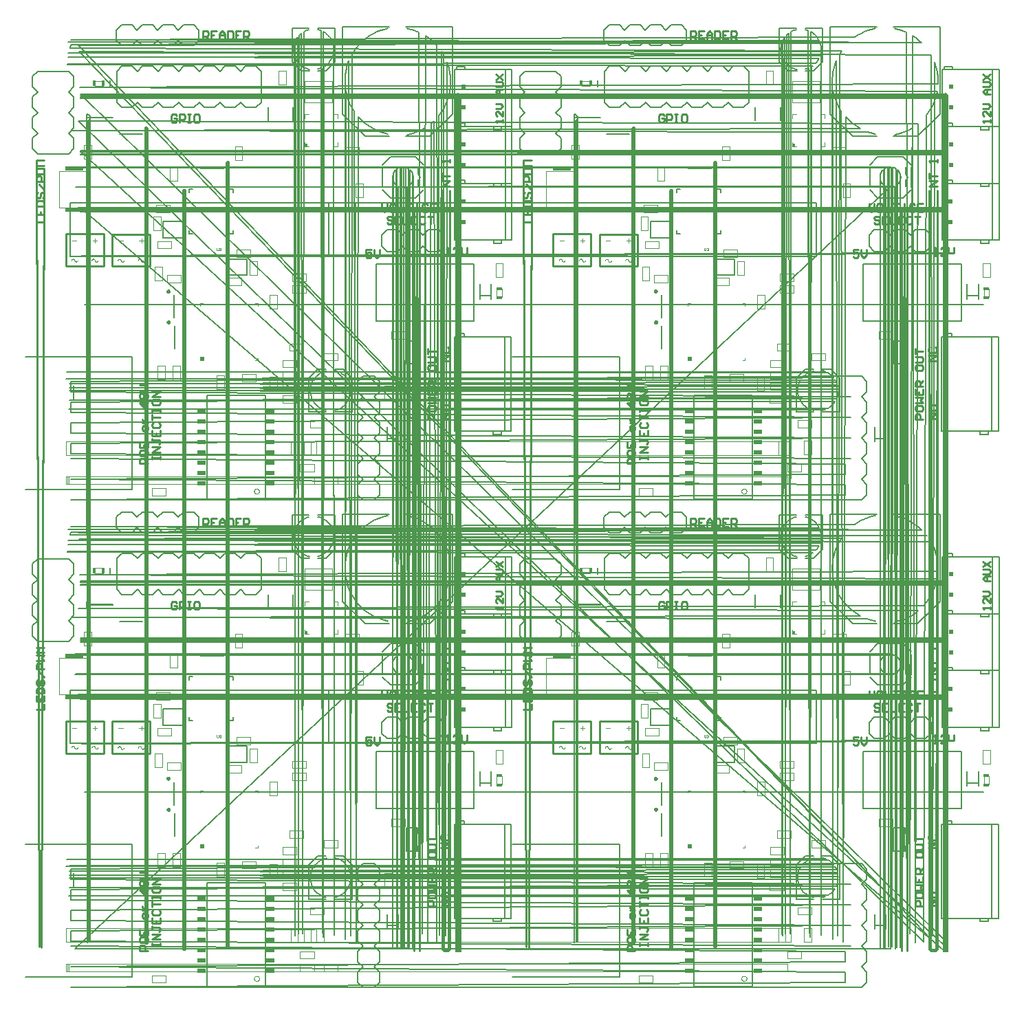
<source format=gto>
%FSTAX23Y23*%
%MOMM*%
%SFA1B1*%

%IPPOS*%
%ADD41C,0.200000*%
%ADD42C,0.250000*%
%ADD45C,0.253999*%
%ADD98C,0.203000*%
%ADD99C,0.008000*%
%ADD100C,0.102000*%
%ADD101C,0.127000*%
%ADD102C,0.152000*%
%ADD103C,0.100000*%
%ADD104C,0.030000*%
%ADD105R,0.761998X0.380999*%
%ADD106R,1.099998X0.489999*%
%ADD107R,1.099998X0.489999*%
%ADD108R,0.374999X0.374999*%
%ADD109R,0.499999X0.499999*%
%ADD110R,2.199996X0.549999*%
%ADD111R,2.199996X0.549999*%
%ADD112R,0.507999X0.507999*%
%ADD113R,0.380999X0.761998*%
%LNsnarc_panel-1*%
%LPD*%
G54D41*
X12624Y52399D02*
D01*
X12652Y524*
X1268Y52403*
X12708Y52408*
X12735Y52415*
X12761Y52424*
X12787Y52434*
X12812Y52446*
X12836Y5246*
X1286Y52476*
X12882Y52493*
X12902Y52512*
X12922Y52532*
X1294Y52553*
X12956Y52576*
X12971Y52599*
X12984Y52624*
X12995Y5265*
X13005Y52676*
X13013Y52703*
X13018Y5273*
X13022Y52758*
X13024Y52786*
Y52813*
X13022Y52841*
X13018Y52869*
X13013Y52896*
X13005Y52923*
X12995Y52949*
X12984Y52975*
X12971Y52999*
X12956Y53023*
X1294Y53046*
X12922Y53067*
X12902Y53087*
X12882Y53106*
X1286Y53123*
X12836Y53139*
X12812Y53153*
X12787Y53165*
X12761Y53175*
X12735Y53184*
X12708Y53191*
X1268Y53196*
X12652Y53199*
X12624Y53199*
X25195Y43553D02*
Y43978D01*
X2562*
X25195Y38528D02*
Y38953D01*
Y38528D02*
X2562D01*
X3022D02*
X30645D01*
Y38953*
Y43553D02*
Y43978D01*
X3022D02*
X30645D01*
X12624Y52834D02*
X15824D01*
Y52764D02*
Y52834D01*
X12624Y52764D02*
X15824D01*
X12624D02*
Y53199D01*
Y52399D02*
Y52834D01*
X26679Y46517D02*
X29473D01*
X34924Y52449D02*
Y54049D01*
X38024Y52449D02*
Y54049D01*
X2336Y28158D02*
Y30952D01*
X23385Y24358D02*
Y27152D01*
X16629Y50767D02*
X19423D01*
X72624Y52399D02*
D01*
X72652Y524*
X7268Y52403*
X72708Y52408*
X72735Y52415*
X72761Y52424*
X72787Y52434*
X72812Y52446*
X72836Y5246*
X7286Y52476*
X72882Y52493*
X72902Y52512*
X72922Y52532*
X7294Y52553*
X72956Y52576*
X72971Y52599*
X72984Y52624*
X72995Y5265*
X73005Y52676*
X73013Y52703*
X73018Y5273*
X73022Y52758*
X73024Y52786*
Y52813*
X73022Y52841*
X73018Y52869*
X73013Y52896*
X73005Y52923*
X72995Y52949*
X72984Y52975*
X72971Y52999*
X72956Y53023*
X7294Y53046*
X72922Y53067*
X72902Y53087*
X72882Y53106*
X7286Y53123*
X72836Y53139*
X72812Y53153*
X72787Y53165*
X72761Y53175*
X72735Y53184*
X72708Y53191*
X7268Y53196*
X72652Y53199*
X72624Y53199*
X85195Y43553D02*
Y43978D01*
X8562*
X85195Y38528D02*
Y38953D01*
Y38528D02*
X8562D01*
X9022D02*
X90645D01*
Y38953*
Y43553D02*
Y43978D01*
X9022D02*
X90645D01*
X72624Y52834D02*
X75824D01*
Y52764D02*
Y52834D01*
X72624Y52764D02*
X75824D01*
X72624D02*
Y53199D01*
Y52399D02*
Y52834D01*
X86679Y46517D02*
X89473D01*
X94924Y52449D02*
Y54049D01*
X98024Y52449D02*
Y54049D01*
X8336Y28158D02*
Y30952D01*
X83385Y24358D02*
Y27152D01*
X76629Y50767D02*
X79423D01*
X12624Y112399D02*
D01*
X12652Y1124*
X1268Y112403*
X12708Y112408*
X12735Y112415*
X12761Y112424*
X12787Y112434*
X12812Y112446*
X12836Y11246*
X1286Y112476*
X12882Y112493*
X12902Y112512*
X12922Y112532*
X1294Y112553*
X12956Y112576*
X12971Y112599*
X12984Y112624*
X12995Y11265*
X13005Y112676*
X13013Y112703*
X13018Y11273*
X13022Y112758*
X13024Y112786*
Y112813*
X13022Y112841*
X13018Y112869*
X13013Y112896*
X13005Y112923*
X12995Y112949*
X12984Y112975*
X12971Y112999*
X12956Y113023*
X1294Y113046*
X12922Y113067*
X12902Y113087*
X12882Y113106*
X1286Y113123*
X12836Y113139*
X12812Y113153*
X12787Y113165*
X12761Y113175*
X12735Y113184*
X12708Y113191*
X1268Y113196*
X12652Y113199*
X12624Y113199*
X25195Y103553D02*
Y103978D01*
X2562*
X25195Y98528D02*
Y98953D01*
Y98528D02*
X2562D01*
X3022D02*
X30645D01*
Y98953*
Y103553D02*
Y103978D01*
X3022D02*
X30645D01*
X12624Y112834D02*
X15824D01*
Y112764D02*
Y112834D01*
X12624Y112764D02*
X15824D01*
X12624D02*
Y113199D01*
Y112399D02*
Y112834D01*
X26679Y106517D02*
X29473D01*
X34924Y112449D02*
Y114049D01*
X38024Y112449D02*
Y114049D01*
X2336Y88158D02*
Y90952D01*
X23385Y84358D02*
Y87152D01*
X16629Y110767D02*
X19423D01*
X72624Y112399D02*
D01*
X72652Y1124*
X7268Y112403*
X72708Y112408*
X72735Y112415*
X72761Y112424*
X72787Y112434*
X72812Y112446*
X72836Y11246*
X7286Y112476*
X72882Y112493*
X72902Y112512*
X72922Y112532*
X7294Y112553*
X72956Y112576*
X72971Y112599*
X72984Y112624*
X72995Y11265*
X73005Y112676*
X73013Y112703*
X73018Y11273*
X73022Y112758*
X73024Y112786*
Y112813*
X73022Y112841*
X73018Y112869*
X73013Y112896*
X73005Y112923*
X72995Y112949*
X72984Y112975*
X72971Y112999*
X72956Y113023*
X7294Y113046*
X72922Y113067*
X72902Y113087*
X72882Y113106*
X7286Y113123*
X72836Y113139*
X72812Y113153*
X72787Y113165*
X72761Y113175*
X72735Y113184*
X72708Y113191*
X7268Y113196*
X72652Y113199*
X72624Y113199*
X85195Y103553D02*
Y103978D01*
X8562*
X85195Y98528D02*
Y98953D01*
Y98528D02*
X8562D01*
X9022D02*
X90645D01*
Y98953*
Y103553D02*
Y103978D01*
X9022D02*
X90645D01*
X72624Y112834D02*
X75824D01*
Y112764D02*
Y112834D01*
X72624Y112764D02*
X75824D01*
X72624D02*
Y113199D01*
Y112399D02*
Y112834D01*
X86679Y106517D02*
X89473D01*
X94924Y112449D02*
Y114049D01*
X98024Y112449D02*
Y114049D01*
X8336Y88158D02*
Y90952D01*
X83385Y84358D02*
Y87152D01*
X76629Y110767D02*
X79423D01*
G54D42*
X2467Y43828D02*
D01*
X2467Y43837*
X24669Y43846*
X24668Y43854*
X24666Y43863*
X24663Y43871*
X2466Y43879*
X24656Y43887*
X24651Y43895*
X24647Y43902*
X24641Y43909*
X24635Y43915*
X24629Y43921*
X24622Y43927*
X24615Y43932*
X24608Y43937*
X246Y43941*
X24592Y43944*
X24584Y43947*
X24576Y4395*
X24567Y43952*
X24559Y43953*
X2455Y43953*
X24541*
X24532Y43953*
X24524Y43952*
X24515Y4395*
X24507Y43947*
X24499Y43944*
X24491Y43941*
X24483Y43937*
X24476Y43932*
X24469Y43927*
X24462Y43921*
X24456Y43915*
X2445Y43909*
X24444Y43902*
X24439Y43895*
X24435Y43887*
X24431Y43879*
X24428Y43871*
X24425Y43863*
X24423Y43854*
X24422Y43846*
X24421Y43837*
X2442Y43828*
X24421Y4382*
X24422Y43811*
X24423Y43802*
X24425Y43794*
X24428Y43786*
X24431Y43778*
X24435Y4377*
X24439Y43762*
X24444Y43755*
X2445Y43748*
X24456Y43742*
X24462Y43736*
X24469Y4373*
X24476Y43725*
X24483Y4372*
X24491Y43716*
X24499Y43713*
X24507Y4371*
X24515Y43707*
X24524Y43705*
X24532Y43704*
X24541Y43704*
X2455*
X24559Y43704*
X24567Y43705*
X24576Y43707*
X24584Y4371*
X24592Y43713*
X246Y43716*
X24608Y4372*
X24615Y43725*
X24622Y4373*
X24629Y43736*
X24635Y43742*
X24641Y43748*
X24647Y43755*
X24651Y43762*
X24656Y4377*
X2466Y43778*
X24663Y43786*
X24666Y43794*
X24668Y43802*
X24669Y43811*
X2467Y4382*
X2467Y43828*
X30055Y47251D02*
D01*
X30055Y4726*
X30054Y47269*
X30053Y47277*
X30051Y47286*
X30048Y47294*
X30045Y47302*
X30041Y4731*
X30036Y47318*
X30032Y47325*
X30026Y47332*
X3002Y47338*
X30014Y47344*
X30007Y4735*
X3Y47355*
X29993Y4736*
X29985Y47364*
X29977Y47367*
X29969Y4737*
X29961Y47373*
X29952Y47375*
X29944Y47376*
X29935Y47376*
X29926*
X29917Y47376*
X29909Y47375*
X299Y47373*
X29892Y4737*
X29884Y47367*
X29876Y47364*
X29868Y4736*
X29861Y47355*
X29854Y4735*
X29847Y47344*
X29841Y47338*
X29835Y47332*
X29829Y47325*
X29824Y47318*
X2982Y4731*
X29816Y47302*
X29813Y47294*
X2981Y47286*
X29808Y47277*
X29807Y47269*
X29806Y4726*
X29805Y47251*
X29806Y47243*
X29807Y47234*
X29808Y47225*
X2981Y47217*
X29813Y47209*
X29816Y47201*
X2982Y47193*
X29824Y47185*
X29829Y47178*
X29835Y47171*
X29841Y47165*
X29847Y47159*
X29854Y47153*
X29861Y47148*
X29868Y47143*
X29876Y47139*
X29884Y47136*
X29892Y47133*
X299Y4713*
X29909Y47128*
X29917Y47127*
X29926Y47127*
X29935*
X29944Y47127*
X29952Y47128*
X29961Y4713*
X29969Y47133*
X29977Y47136*
X29985Y47139*
X29993Y47143*
X3Y47148*
X30007Y47153*
X30014Y47159*
X3002Y47165*
X30026Y47171*
X30032Y47178*
X30036Y47185*
X30041Y47193*
X30045Y47201*
X30048Y47209*
X30051Y47217*
X30053Y47225*
X30054Y47234*
X30055Y47243*
X30055Y47251*
X22751Y31409D02*
D01*
X22751Y31418*
X2275Y31427*
X22749Y31435*
X22747Y31444*
X22744Y31452*
X22741Y3146*
X22737Y31468*
X22732Y31476*
X22728Y31483*
X22722Y3149*
X22716Y31496*
X2271Y31502*
X22703Y31508*
X22696Y31513*
X22689Y31518*
X22681Y31522*
X22673Y31525*
X22665Y31528*
X22657Y31531*
X22648Y31533*
X2264Y31534*
X22631Y31534*
X22622*
X22613Y31534*
X22605Y31533*
X22596Y31531*
X22588Y31528*
X2258Y31525*
X22572Y31522*
X22564Y31518*
X22557Y31513*
X2255Y31508*
X22543Y31502*
X22537Y31496*
X22531Y3149*
X22525Y31483*
X2252Y31476*
X22516Y31468*
X22512Y3146*
X22509Y31452*
X22506Y31444*
X22504Y31435*
X22503Y31427*
X22502Y31418*
X22501Y31409*
X22502Y31401*
X22503Y31392*
X22504Y31383*
X22506Y31375*
X22509Y31367*
X22512Y31359*
X22516Y31351*
X2252Y31343*
X22525Y31336*
X22531Y31329*
X22537Y31323*
X22543Y31317*
X2255Y31311*
X22557Y31306*
X22564Y31301*
X22572Y31297*
X2258Y31294*
X22588Y31291*
X22596Y31288*
X22605Y31286*
X22613Y31285*
X22622Y31285*
X22631*
X2264Y31285*
X22648Y31286*
X22657Y31288*
X22665Y31291*
X22673Y31294*
X22681Y31297*
X22689Y31301*
X22696Y31306*
X22703Y31311*
X2271Y31317*
X22716Y31323*
X22722Y31329*
X22728Y31336*
X22732Y31343*
X22737Y31351*
X22741Y31359*
X22744Y31367*
X22747Y31375*
X22749Y31383*
X2275Y31392*
X22751Y31401*
X22751Y31409*
X22776Y27609D02*
D01*
X22776Y27618*
X22775Y27627*
X22774Y27635*
X22772Y27644*
X22769Y27652*
X22766Y2766*
X22762Y27668*
X22757Y27676*
X22753Y27683*
X22747Y2769*
X22741Y27696*
X22735Y27702*
X22728Y27708*
X22721Y27713*
X22714Y27718*
X22706Y27722*
X22698Y27725*
X2269Y27728*
X22682Y27731*
X22673Y27733*
X22665Y27734*
X22656Y27734*
X22647*
X22638Y27734*
X2263Y27733*
X22621Y27731*
X22613Y27728*
X22605Y27725*
X22597Y27722*
X22589Y27718*
X22582Y27713*
X22575Y27708*
X22568Y27702*
X22562Y27696*
X22556Y2769*
X2255Y27683*
X22545Y27676*
X22541Y27668*
X22537Y2766*
X22534Y27652*
X22531Y27644*
X22529Y27635*
X22528Y27627*
X22527Y27618*
X22526Y27609*
X22527Y27601*
X22528Y27592*
X22529Y27583*
X22531Y27575*
X22534Y27567*
X22537Y27559*
X22541Y27551*
X22545Y27543*
X2255Y27536*
X22556Y27529*
X22562Y27523*
X22568Y27517*
X22575Y27511*
X22582Y27506*
X22589Y27501*
X22597Y27497*
X22605Y27494*
X22613Y27491*
X22621Y27488*
X2263Y27486*
X22638Y27485*
X22647Y27485*
X22656*
X22665Y27485*
X22673Y27486*
X22682Y27488*
X2269Y27491*
X22698Y27494*
X22706Y27497*
X22714Y27501*
X22721Y27506*
X22728Y27511*
X22735Y27517*
X22741Y27523*
X22747Y27529*
X22753Y27536*
X22757Y27543*
X22762Y27551*
X22766Y27559*
X22769Y27567*
X22772Y27575*
X22774Y27583*
X22775Y27592*
X22776Y27601*
X22776Y27609*
X20005Y51501D02*
D01*
X20005Y5151*
X20004Y51519*
X20003Y51527*
X20001Y51536*
X19998Y51544*
X19995Y51552*
X19991Y5156*
X19987Y51568*
X19982Y51575*
X19976Y51582*
X1997Y51588*
X19964Y51594*
X19957Y516*
X1995Y51605*
X19943Y5161*
X19935Y51614*
X19927Y51617*
X19919Y5162*
X19911Y51623*
X19902Y51625*
X19894Y51626*
X19885Y51626*
X19876*
X19867Y51626*
X19859Y51625*
X1985Y51623*
X19842Y5162*
X19834Y51617*
X19826Y51614*
X19818Y5161*
X19811Y51605*
X19804Y516*
X19797Y51594*
X19791Y51588*
X19785Y51582*
X19779Y51575*
X19774Y51568*
X1977Y5156*
X19766Y51552*
X19763Y51544*
X1976Y51536*
X19758Y51527*
X19757Y51519*
X19756Y5151*
X19755Y51501*
X19756Y51493*
X19757Y51484*
X19758Y51475*
X1976Y51467*
X19763Y51459*
X19766Y51451*
X1977Y51443*
X19774Y51435*
X19779Y51428*
X19785Y51421*
X19791Y51415*
X19797Y51409*
X19804Y51403*
X19811Y51398*
X19818Y51393*
X19826Y51389*
X19834Y51386*
X19842Y51383*
X1985Y5138*
X19859Y51378*
X19867Y51377*
X19876Y51377*
X19885*
X19894Y51377*
X19902Y51378*
X19911Y5138*
X19919Y51383*
X19927Y51386*
X19935Y51389*
X19943Y51393*
X1995Y51398*
X19957Y51403*
X19964Y51409*
X1997Y51415*
X19976Y51421*
X19982Y51428*
X19987Y51435*
X19991Y51443*
X19995Y51451*
X19998Y51459*
X20001Y51467*
X20003Y51475*
X20004Y51484*
X20005Y51493*
X20005Y51501*
X8467Y43828D02*
D01*
X8467Y43837*
X84669Y43846*
X84668Y43854*
X84666Y43863*
X84663Y43871*
X8466Y43879*
X84656Y43887*
X84652Y43895*
X84647Y43902*
X84641Y43909*
X84635Y43915*
X84629Y43921*
X84622Y43927*
X84615Y43932*
X84608Y43937*
X846Y43941*
X84592Y43944*
X84584Y43947*
X84576Y4395*
X84567Y43952*
X84559Y43953*
X8455Y43953*
X84541*
X84532Y43953*
X84524Y43952*
X84515Y4395*
X84507Y43947*
X84499Y43944*
X84491Y43941*
X84483Y43937*
X84476Y43932*
X84469Y43927*
X84462Y43921*
X84456Y43915*
X8445Y43909*
X84444Y43902*
X84439Y43895*
X84435Y43887*
X84431Y43879*
X84428Y43871*
X84425Y43863*
X84423Y43854*
X84422Y43846*
X84421Y43837*
X8442Y43828*
X84421Y4382*
X84422Y43811*
X84423Y43802*
X84425Y43794*
X84428Y43786*
X84431Y43778*
X84435Y4377*
X84439Y43762*
X84444Y43755*
X8445Y43748*
X84456Y43742*
X84462Y43736*
X84469Y4373*
X84476Y43725*
X84483Y4372*
X84491Y43716*
X84499Y43713*
X84507Y4371*
X84515Y43707*
X84524Y43705*
X84532Y43704*
X84541Y43704*
X8455*
X84559Y43704*
X84567Y43705*
X84576Y43707*
X84584Y4371*
X84592Y43713*
X846Y43716*
X84608Y4372*
X84615Y43725*
X84622Y4373*
X84629Y43736*
X84635Y43742*
X84641Y43748*
X84647Y43755*
X84652Y43762*
X84656Y4377*
X8466Y43778*
X84663Y43786*
X84666Y43794*
X84668Y43802*
X84669Y43811*
X8467Y4382*
X8467Y43828*
X90055Y47251D02*
D01*
X90055Y4726*
X90054Y47269*
X90053Y47277*
X90051Y47286*
X90048Y47294*
X90045Y47302*
X90041Y4731*
X90037Y47318*
X90032Y47325*
X90026Y47332*
X9002Y47338*
X90014Y47344*
X90007Y4735*
X9Y47355*
X89993Y4736*
X89985Y47364*
X89977Y47367*
X89969Y4737*
X89961Y47373*
X89952Y47375*
X89944Y47376*
X89935Y47376*
X89926*
X89917Y47376*
X89909Y47375*
X899Y47373*
X89892Y4737*
X89884Y47367*
X89876Y47364*
X89868Y4736*
X89861Y47355*
X89854Y4735*
X89847Y47344*
X89841Y47338*
X89835Y47332*
X89829Y47325*
X89824Y47318*
X8982Y4731*
X89816Y47302*
X89813Y47294*
X8981Y47286*
X89808Y47277*
X89807Y47269*
X89806Y4726*
X89805Y47251*
X89806Y47243*
X89807Y47234*
X89808Y47225*
X8981Y47217*
X89813Y47209*
X89816Y47201*
X8982Y47193*
X89824Y47185*
X89829Y47178*
X89835Y47171*
X89841Y47165*
X89847Y47159*
X89854Y47153*
X89861Y47148*
X89868Y47143*
X89876Y47139*
X89884Y47136*
X89892Y47133*
X899Y4713*
X89909Y47128*
X89917Y47127*
X89926Y47127*
X89935*
X89944Y47127*
X89952Y47128*
X89961Y4713*
X89969Y47133*
X89977Y47136*
X89985Y47139*
X89993Y47143*
X9Y47148*
X90007Y47153*
X90014Y47159*
X9002Y47165*
X90026Y47171*
X90032Y47178*
X90037Y47185*
X90041Y47193*
X90045Y47201*
X90048Y47209*
X90051Y47217*
X90053Y47225*
X90054Y47234*
X90055Y47243*
X90055Y47251*
X82751Y31409D02*
D01*
X82751Y31418*
X8275Y31427*
X82749Y31435*
X82747Y31444*
X82744Y31452*
X82741Y3146*
X82737Y31468*
X82732Y31476*
X82728Y31483*
X82722Y3149*
X82716Y31496*
X8271Y31502*
X82703Y31508*
X82696Y31513*
X82689Y31518*
X82681Y31522*
X82673Y31525*
X82665Y31528*
X82657Y31531*
X82648Y31533*
X8264Y31534*
X82631Y31534*
X82622*
X82613Y31534*
X82605Y31533*
X82596Y31531*
X82588Y31528*
X8258Y31525*
X82572Y31522*
X82564Y31518*
X82557Y31513*
X8255Y31508*
X82543Y31502*
X82537Y31496*
X82531Y3149*
X82525Y31483*
X8252Y31476*
X82516Y31468*
X82512Y3146*
X82509Y31452*
X82506Y31444*
X82504Y31435*
X82503Y31427*
X82502Y31418*
X82501Y31409*
X82502Y31401*
X82503Y31392*
X82504Y31383*
X82506Y31375*
X82509Y31367*
X82512Y31359*
X82516Y31351*
X8252Y31343*
X82525Y31336*
X82531Y31329*
X82537Y31323*
X82543Y31317*
X8255Y31311*
X82557Y31306*
X82564Y31301*
X82572Y31297*
X8258Y31294*
X82588Y31291*
X82596Y31288*
X82605Y31286*
X82613Y31285*
X82622Y31285*
X82631*
X8264Y31285*
X82648Y31286*
X82657Y31288*
X82665Y31291*
X82673Y31294*
X82681Y31297*
X82689Y31301*
X82696Y31306*
X82703Y31311*
X8271Y31317*
X82716Y31323*
X82722Y31329*
X82728Y31336*
X82732Y31343*
X82737Y31351*
X82741Y31359*
X82744Y31367*
X82747Y31375*
X82749Y31383*
X8275Y31392*
X82751Y31401*
X82751Y31409*
X82776Y27609D02*
D01*
X82776Y27618*
X82775Y27627*
X82774Y27635*
X82772Y27644*
X82769Y27652*
X82766Y2766*
X82762Y27668*
X82758Y27676*
X82753Y27683*
X82747Y2769*
X82741Y27696*
X82735Y27702*
X82728Y27708*
X82721Y27713*
X82714Y27718*
X82706Y27722*
X82698Y27725*
X8269Y27728*
X82682Y27731*
X82673Y27733*
X82665Y27734*
X82656Y27734*
X82647*
X82638Y27734*
X8263Y27733*
X82621Y27731*
X82613Y27728*
X82605Y27725*
X82597Y27722*
X82589Y27718*
X82582Y27713*
X82575Y27708*
X82568Y27702*
X82562Y27696*
X82556Y2769*
X8255Y27683*
X82545Y27676*
X82541Y27668*
X82537Y2766*
X82534Y27652*
X82531Y27644*
X82529Y27635*
X82528Y27627*
X82527Y27618*
X82526Y27609*
X82527Y27601*
X82528Y27592*
X82529Y27583*
X82531Y27575*
X82534Y27567*
X82537Y27559*
X82541Y27551*
X82545Y27543*
X8255Y27536*
X82556Y27529*
X82562Y27523*
X82568Y27517*
X82575Y27511*
X82582Y27506*
X82589Y27501*
X82597Y27497*
X82605Y27494*
X82613Y27491*
X82621Y27488*
X8263Y27486*
X82638Y27485*
X82647Y27485*
X82656*
X82665Y27485*
X82673Y27486*
X82682Y27488*
X8269Y27491*
X82698Y27494*
X82706Y27497*
X82714Y27501*
X82721Y27506*
X82728Y27511*
X82735Y27517*
X82741Y27523*
X82747Y27529*
X82753Y27536*
X82758Y27543*
X82762Y27551*
X82766Y27559*
X82769Y27567*
X82772Y27575*
X82774Y27583*
X82775Y27592*
X82776Y27601*
X82776Y27609*
X80005Y51501D02*
D01*
X80005Y5151*
X80004Y51519*
X80003Y51527*
X80001Y51536*
X79998Y51544*
X79995Y51552*
X79991Y5156*
X79986Y51568*
X79982Y51575*
X79976Y51582*
X7997Y51588*
X79964Y51594*
X79957Y516*
X7995Y51605*
X79943Y5161*
X79935Y51614*
X79927Y51617*
X79919Y5162*
X79911Y51623*
X79902Y51625*
X79894Y51626*
X79885Y51626*
X79876*
X79867Y51626*
X79859Y51625*
X7985Y51623*
X79842Y5162*
X79834Y51617*
X79826Y51614*
X79818Y5161*
X79811Y51605*
X79804Y516*
X79797Y51594*
X79791Y51588*
X79785Y51582*
X79779Y51575*
X79774Y51568*
X7977Y5156*
X79766Y51552*
X79763Y51544*
X7976Y51536*
X79758Y51527*
X79757Y51519*
X79756Y5151*
X79755Y51501*
X79756Y51493*
X79757Y51484*
X79758Y51475*
X7976Y51467*
X79763Y51459*
X79766Y51451*
X7977Y51443*
X79774Y51435*
X79779Y51428*
X79785Y51421*
X79791Y51415*
X79797Y51409*
X79804Y51403*
X79811Y51398*
X79818Y51393*
X79826Y51389*
X79834Y51386*
X79842Y51383*
X7985Y5138*
X79859Y51378*
X79867Y51377*
X79876Y51377*
X79885*
X79894Y51377*
X79902Y51378*
X79911Y5138*
X79919Y51383*
X79927Y51386*
X79935Y51389*
X79943Y51393*
X7995Y51398*
X79957Y51403*
X79964Y51409*
X7997Y51415*
X79976Y51421*
X79982Y51428*
X79986Y51435*
X79991Y51443*
X79995Y51451*
X79998Y51459*
X80001Y51467*
X80003Y51475*
X80004Y51484*
X80005Y51493*
X80005Y51501*
X2467Y103828D02*
D01*
X2467Y103837*
X24669Y103846*
X24668Y103854*
X24666Y103863*
X24663Y103871*
X2466Y103879*
X24656Y103887*
X24651Y103895*
X24647Y103902*
X24641Y103909*
X24635Y103915*
X24629Y103921*
X24622Y103927*
X24615Y103932*
X24608Y103937*
X246Y103941*
X24592Y103944*
X24584Y103947*
X24576Y10395*
X24567Y103952*
X24559Y103953*
X2455Y103953*
X24541*
X24532Y103953*
X24524Y103952*
X24515Y10395*
X24507Y103947*
X24499Y103944*
X24491Y103941*
X24483Y103937*
X24476Y103932*
X24469Y103927*
X24462Y103921*
X24456Y103915*
X2445Y103909*
X24444Y103902*
X24439Y103895*
X24435Y103887*
X24431Y103879*
X24428Y103871*
X24425Y103863*
X24423Y103854*
X24422Y103846*
X24421Y103837*
X2442Y103828*
X24421Y10382*
X24422Y103811*
X24423Y103802*
X24425Y103794*
X24428Y103786*
X24431Y103778*
X24435Y10377*
X24439Y103762*
X24444Y103755*
X2445Y103748*
X24456Y103742*
X24462Y103736*
X24469Y10373*
X24476Y103725*
X24483Y10372*
X24491Y103716*
X24499Y103713*
X24507Y10371*
X24515Y103707*
X24524Y103705*
X24532Y103704*
X24541Y103704*
X2455*
X24559Y103704*
X24567Y103705*
X24576Y103707*
X24584Y10371*
X24592Y103713*
X246Y103716*
X24608Y10372*
X24615Y103725*
X24622Y10373*
X24629Y103736*
X24635Y103742*
X24641Y103748*
X24647Y103755*
X24651Y103762*
X24656Y10377*
X2466Y103778*
X24663Y103786*
X24666Y103794*
X24668Y103802*
X24669Y103811*
X2467Y10382*
X2467Y103828*
X30055Y107251D02*
D01*
X30055Y10726*
X30054Y107269*
X30053Y107277*
X30051Y107286*
X30048Y107294*
X30045Y107302*
X30041Y10731*
X30036Y107318*
X30032Y107325*
X30026Y107332*
X3002Y107338*
X30014Y107344*
X30007Y10735*
X3Y107355*
X29993Y10736*
X29985Y107364*
X29977Y107367*
X29969Y10737*
X29961Y107373*
X29952Y107375*
X29944Y107376*
X29935Y107376*
X29926*
X29917Y107376*
X29909Y107375*
X299Y107373*
X29892Y10737*
X29884Y107367*
X29876Y107364*
X29868Y10736*
X29861Y107355*
X29854Y10735*
X29847Y107344*
X29841Y107338*
X29835Y107332*
X29829Y107325*
X29824Y107318*
X2982Y10731*
X29816Y107302*
X29813Y107294*
X2981Y107286*
X29808Y107277*
X29807Y107269*
X29806Y10726*
X29805Y107251*
X29806Y107243*
X29807Y107234*
X29808Y107225*
X2981Y107217*
X29813Y107209*
X29816Y107201*
X2982Y107193*
X29824Y107185*
X29829Y107178*
X29835Y107171*
X29841Y107165*
X29847Y107159*
X29854Y107153*
X29861Y107148*
X29868Y107143*
X29876Y107139*
X29884Y107136*
X29892Y107133*
X299Y10713*
X29909Y107128*
X29917Y107127*
X29926Y107127*
X29935*
X29944Y107127*
X29952Y107128*
X29961Y10713*
X29969Y107133*
X29977Y107136*
X29985Y107139*
X29993Y107143*
X3Y107148*
X30007Y107153*
X30014Y107159*
X3002Y107165*
X30026Y107171*
X30032Y107178*
X30036Y107185*
X30041Y107193*
X30045Y107201*
X30048Y107209*
X30051Y107217*
X30053Y107225*
X30054Y107234*
X30055Y107243*
X30055Y107251*
X22751Y91409D02*
D01*
X22751Y91418*
X2275Y91427*
X22749Y91435*
X22747Y91444*
X22744Y91452*
X22741Y9146*
X22737Y91468*
X22732Y91476*
X22728Y91483*
X22722Y9149*
X22716Y91496*
X2271Y91502*
X22703Y91508*
X22696Y91513*
X22689Y91518*
X22681Y91522*
X22673Y91525*
X22665Y91528*
X22657Y91531*
X22648Y91533*
X2264Y91534*
X22631Y91534*
X22622*
X22613Y91534*
X22605Y91533*
X22596Y91531*
X22588Y91528*
X2258Y91525*
X22572Y91522*
X22564Y91518*
X22557Y91513*
X2255Y91508*
X22543Y91502*
X22537Y91496*
X22531Y9149*
X22525Y91483*
X2252Y91476*
X22516Y91468*
X22512Y9146*
X22509Y91452*
X22506Y91444*
X22504Y91435*
X22503Y91427*
X22502Y91418*
X22501Y91409*
X22502Y91401*
X22503Y91392*
X22504Y91383*
X22506Y91375*
X22509Y91367*
X22512Y91359*
X22516Y91351*
X2252Y91343*
X22525Y91336*
X22531Y91329*
X22537Y91323*
X22543Y91317*
X2255Y91311*
X22557Y91306*
X22564Y91301*
X22572Y91297*
X2258Y91294*
X22588Y91291*
X22596Y91288*
X22605Y91286*
X22613Y91285*
X22622Y91285*
X22631*
X2264Y91285*
X22648Y91286*
X22657Y91288*
X22665Y91291*
X22673Y91294*
X22681Y91297*
X22689Y91301*
X22696Y91306*
X22703Y91311*
X2271Y91317*
X22716Y91323*
X22722Y91329*
X22728Y91336*
X22732Y91343*
X22737Y91351*
X22741Y91359*
X22744Y91367*
X22747Y91375*
X22749Y91383*
X2275Y91392*
X22751Y91401*
X22751Y91409*
X22776Y87609D02*
D01*
X22776Y87618*
X22775Y87627*
X22774Y87635*
X22772Y87644*
X22769Y87652*
X22766Y8766*
X22762Y87668*
X22757Y87676*
X22753Y87683*
X22747Y8769*
X22741Y87696*
X22735Y87702*
X22728Y87708*
X22721Y87713*
X22714Y87718*
X22706Y87722*
X22698Y87725*
X2269Y87728*
X22682Y87731*
X22673Y87733*
X22665Y87734*
X22656Y87734*
X22647*
X22638Y87734*
X2263Y87733*
X22621Y87731*
X22613Y87728*
X22605Y87725*
X22597Y87722*
X22589Y87718*
X22582Y87713*
X22575Y87708*
X22568Y87702*
X22562Y87696*
X22556Y8769*
X2255Y87683*
X22545Y87676*
X22541Y87668*
X22537Y8766*
X22534Y87652*
X22531Y87644*
X22529Y87635*
X22528Y87627*
X22527Y87618*
X22526Y87609*
X22527Y87601*
X22528Y87592*
X22529Y87584*
X22531Y87575*
X22534Y87567*
X22537Y87559*
X22541Y87551*
X22545Y87543*
X2255Y87536*
X22556Y87529*
X22562Y87523*
X22568Y87517*
X22575Y87511*
X22582Y87506*
X22589Y87501*
X22597Y87497*
X22605Y87494*
X22613Y87491*
X22621Y87488*
X2263Y87486*
X22638Y87485*
X22647Y87485*
X22656*
X22665Y87485*
X22673Y87486*
X22682Y87488*
X2269Y87491*
X22698Y87494*
X22706Y87497*
X22714Y87501*
X22721Y87506*
X22728Y87511*
X22735Y87517*
X22741Y87523*
X22747Y87529*
X22753Y87536*
X22757Y87543*
X22762Y87551*
X22766Y87559*
X22769Y87567*
X22772Y87575*
X22774Y87584*
X22775Y87592*
X22776Y87601*
X22776Y87609*
X20005Y111501D02*
D01*
X20005Y11151*
X20004Y111519*
X20003Y111527*
X20001Y111536*
X19998Y111544*
X19995Y111552*
X19991Y11156*
X19987Y111568*
X19982Y111575*
X19976Y111582*
X1997Y111588*
X19964Y111594*
X19957Y1116*
X1995Y111605*
X19943Y11161*
X19935Y111614*
X19927Y111617*
X19919Y11162*
X19911Y111623*
X19902Y111625*
X19894Y111626*
X19885Y111626*
X19876*
X19867Y111626*
X19859Y111625*
X1985Y111623*
X19842Y11162*
X19834Y111617*
X19826Y111614*
X19818Y11161*
X19811Y111605*
X19804Y1116*
X19797Y111594*
X19791Y111588*
X19785Y111582*
X19779Y111575*
X19774Y111568*
X1977Y11156*
X19766Y111552*
X19763Y111544*
X1976Y111536*
X19758Y111527*
X19757Y111519*
X19756Y11151*
X19755Y111501*
X19756Y111493*
X19757Y111484*
X19758Y111476*
X1976Y111467*
X19763Y111459*
X19766Y111451*
X1977Y111443*
X19774Y111435*
X19779Y111428*
X19785Y111421*
X19791Y111415*
X19797Y111409*
X19804Y111403*
X19811Y111398*
X19818Y111393*
X19826Y111389*
X19834Y111386*
X19842Y111383*
X1985Y11138*
X19859Y111378*
X19867Y111377*
X19876Y111377*
X19885*
X19894Y111377*
X19902Y111378*
X19911Y11138*
X19919Y111383*
X19927Y111386*
X19935Y111389*
X19943Y111393*
X1995Y111398*
X19957Y111403*
X19964Y111409*
X1997Y111415*
X19976Y111421*
X19982Y111428*
X19987Y111435*
X19991Y111443*
X19995Y111451*
X19998Y111459*
X20001Y111467*
X20003Y111476*
X20004Y111484*
X20005Y111493*
X20005Y111501*
X8467Y103828D02*
D01*
X8467Y103837*
X84669Y103846*
X84668Y103854*
X84666Y103863*
X84663Y103871*
X8466Y103879*
X84656Y103887*
X84652Y103895*
X84647Y103902*
X84641Y103909*
X84635Y103915*
X84629Y103921*
X84622Y103927*
X84615Y103932*
X84608Y103937*
X846Y103941*
X84592Y103944*
X84584Y103947*
X84576Y10395*
X84567Y103952*
X84559Y103953*
X8455Y103953*
X84541*
X84532Y103953*
X84524Y103952*
X84515Y10395*
X84507Y103947*
X84499Y103944*
X84491Y103941*
X84483Y103937*
X84476Y103932*
X84469Y103927*
X84462Y103921*
X84456Y103915*
X8445Y103909*
X84444Y103902*
X84439Y103895*
X84435Y103887*
X84431Y103879*
X84428Y103871*
X84425Y103863*
X84423Y103854*
X84422Y103846*
X84421Y103837*
X8442Y103828*
X84421Y10382*
X84422Y103811*
X84423Y103802*
X84425Y103794*
X84428Y103786*
X84431Y103778*
X84435Y10377*
X84439Y103762*
X84444Y103755*
X8445Y103748*
X84456Y103742*
X84462Y103736*
X84469Y10373*
X84476Y103725*
X84483Y10372*
X84491Y103716*
X84499Y103713*
X84507Y10371*
X84515Y103707*
X84524Y103705*
X84532Y103704*
X84541Y103704*
X8455*
X84559Y103704*
X84567Y103705*
X84576Y103707*
X84584Y10371*
X84592Y103713*
X846Y103716*
X84608Y10372*
X84615Y103725*
X84622Y10373*
X84629Y103736*
X84635Y103742*
X84641Y103748*
X84647Y103755*
X84652Y103762*
X84656Y10377*
X8466Y103778*
X84663Y103786*
X84666Y103794*
X84668Y103802*
X84669Y103811*
X8467Y10382*
X8467Y103828*
X90055Y107251D02*
D01*
X90055Y10726*
X90054Y107269*
X90053Y107277*
X90051Y107286*
X90048Y107294*
X90045Y107302*
X90041Y10731*
X90037Y107318*
X90032Y107325*
X90026Y107332*
X9002Y107338*
X90014Y107344*
X90007Y10735*
X9Y107355*
X89993Y10736*
X89985Y107364*
X89977Y107367*
X89969Y10737*
X89961Y107373*
X89952Y107375*
X89944Y107376*
X89935Y107376*
X89926*
X89917Y107376*
X89909Y107375*
X899Y107373*
X89892Y10737*
X89884Y107367*
X89876Y107364*
X89868Y10736*
X89861Y107355*
X89854Y10735*
X89847Y107344*
X89841Y107338*
X89835Y107332*
X89829Y107325*
X89824Y107318*
X8982Y10731*
X89816Y107302*
X89813Y107294*
X8981Y107286*
X89808Y107277*
X89807Y107269*
X89806Y10726*
X89805Y107251*
X89806Y107243*
X89807Y107234*
X89808Y107225*
X8981Y107217*
X89813Y107209*
X89816Y107201*
X8982Y107193*
X89824Y107185*
X89829Y107178*
X89835Y107171*
X89841Y107165*
X89847Y107159*
X89854Y107153*
X89861Y107148*
X89868Y107143*
X89876Y107139*
X89884Y107136*
X89892Y107133*
X899Y10713*
X89909Y107128*
X89917Y107127*
X89926Y107127*
X89935*
X89944Y107127*
X89952Y107128*
X89961Y10713*
X89969Y107133*
X89977Y107136*
X89985Y107139*
X89993Y107143*
X9Y107148*
X90007Y107153*
X90014Y107159*
X9002Y107165*
X90026Y107171*
X90032Y107178*
X90037Y107185*
X90041Y107193*
X90045Y107201*
X90048Y107209*
X90051Y107217*
X90053Y107225*
X90054Y107234*
X90055Y107243*
X90055Y107251*
X82751Y91409D02*
D01*
X82751Y91418*
X8275Y91427*
X82749Y91435*
X82747Y91444*
X82744Y91452*
X82741Y9146*
X82737Y91468*
X82732Y91476*
X82728Y91483*
X82722Y9149*
X82716Y91496*
X8271Y91502*
X82703Y91508*
X82696Y91513*
X82689Y91518*
X82681Y91522*
X82673Y91525*
X82665Y91528*
X82657Y91531*
X82648Y91533*
X8264Y91534*
X82631Y91534*
X82622*
X82613Y91534*
X82605Y91533*
X82596Y91531*
X82588Y91528*
X8258Y91525*
X82572Y91522*
X82564Y91518*
X82557Y91513*
X8255Y91508*
X82543Y91502*
X82537Y91496*
X82531Y9149*
X82525Y91483*
X8252Y91476*
X82516Y91468*
X82512Y9146*
X82509Y91452*
X82506Y91444*
X82504Y91435*
X82503Y91427*
X82502Y91418*
X82501Y91409*
X82502Y91401*
X82503Y91392*
X82504Y91383*
X82506Y91375*
X82509Y91367*
X82512Y91359*
X82516Y91351*
X8252Y91343*
X82525Y91336*
X82531Y91329*
X82537Y91323*
X82543Y91317*
X8255Y91311*
X82557Y91306*
X82564Y91301*
X82572Y91297*
X8258Y91294*
X82588Y91291*
X82596Y91288*
X82605Y91286*
X82613Y91285*
X82622Y91285*
X82631*
X8264Y91285*
X82648Y91286*
X82657Y91288*
X82665Y91291*
X82673Y91294*
X82681Y91297*
X82689Y91301*
X82696Y91306*
X82703Y91311*
X8271Y91317*
X82716Y91323*
X82722Y91329*
X82728Y91336*
X82732Y91343*
X82737Y91351*
X82741Y91359*
X82744Y91367*
X82747Y91375*
X82749Y91383*
X8275Y91392*
X82751Y91401*
X82751Y91409*
X82776Y87609D02*
D01*
X82776Y87618*
X82775Y87627*
X82774Y87635*
X82772Y87644*
X82769Y87652*
X82766Y8766*
X82762Y87668*
X82758Y87676*
X82753Y87683*
X82747Y8769*
X82741Y87696*
X82735Y87702*
X82728Y87708*
X82721Y87713*
X82714Y87718*
X82706Y87722*
X82698Y87725*
X8269Y87728*
X82682Y87731*
X82673Y87733*
X82665Y87734*
X82656Y87734*
X82647*
X82638Y87734*
X8263Y87733*
X82621Y87731*
X82613Y87728*
X82605Y87725*
X82597Y87722*
X82589Y87718*
X82582Y87713*
X82575Y87708*
X82568Y87702*
X82562Y87696*
X82556Y8769*
X8255Y87683*
X82545Y87676*
X82541Y87668*
X82537Y8766*
X82534Y87652*
X82531Y87644*
X82529Y87635*
X82528Y87627*
X82527Y87618*
X82526Y87609*
X82527Y87601*
X82528Y87592*
X82529Y87584*
X82531Y87575*
X82534Y87567*
X82537Y87559*
X82541Y87551*
X82545Y87543*
X8255Y87536*
X82556Y87529*
X82562Y87523*
X82568Y87517*
X82575Y87511*
X82582Y87506*
X82589Y87501*
X82597Y87497*
X82605Y87494*
X82613Y87491*
X82621Y87488*
X8263Y87486*
X82638Y87485*
X82647Y87485*
X82656*
X82665Y87485*
X82673Y87486*
X82682Y87488*
X8269Y87491*
X82698Y87494*
X82706Y87497*
X82714Y87501*
X82721Y87506*
X82728Y87511*
X82735Y87517*
X82741Y87523*
X82747Y87529*
X82753Y87536*
X82758Y87543*
X82762Y87551*
X82766Y87559*
X82769Y87567*
X82772Y87575*
X82774Y87584*
X82775Y87592*
X82776Y87601*
X82776Y87609*
X80005Y111501D02*
D01*
X80005Y11151*
X80004Y111519*
X80003Y111527*
X80001Y111536*
X79998Y111544*
X79995Y111552*
X79991Y11156*
X79986Y111568*
X79982Y111575*
X79976Y111582*
X7997Y111588*
X79964Y111594*
X79957Y1116*
X7995Y111605*
X79943Y11161*
X79935Y111614*
X79927Y111617*
X79919Y11162*
X79911Y111623*
X79902Y111625*
X79894Y111626*
X79885Y111626*
X79876*
X79867Y111626*
X79859Y111625*
X7985Y111623*
X79842Y11162*
X79834Y111617*
X79826Y111614*
X79818Y11161*
X79811Y111605*
X79804Y1116*
X79797Y111594*
X79791Y111588*
X79785Y111582*
X79779Y111575*
X79774Y111568*
X7977Y11156*
X79766Y111552*
X79763Y111544*
X7976Y111536*
X79758Y111527*
X79757Y111519*
X79756Y11151*
X79755Y111501*
X79756Y111493*
X79757Y111484*
X79758Y111476*
X7976Y111467*
X79763Y111459*
X79766Y111451*
X7977Y111443*
X79774Y111435*
X79779Y111428*
X79785Y111421*
X79791Y111415*
X79797Y111409*
X79804Y111403*
X79811Y111398*
X79818Y111393*
X79826Y111389*
X79834Y111386*
X79842Y111383*
X7985Y11138*
X79859Y111378*
X79867Y111377*
X79876Y111377*
X79885*
X79894Y111377*
X79902Y111378*
X79911Y11138*
X79919Y111383*
X79927Y111386*
X79935Y111389*
X79943Y111393*
X7995Y111398*
X79957Y111403*
X79964Y111409*
X7997Y111415*
X79976Y111421*
X79982Y111428*
X79986Y111435*
X79991Y111443*
X79995Y111451*
X79998Y111459*
X80001Y111467*
X80003Y111476*
X80004Y111484*
X80005Y111493*
X80005Y111501*
G54D45*
X2037Y34478D02*
Y38428D01*
X1572D02*
X2037D01*
X1572Y34478D02*
Y38428D01*
Y34478D02*
X2037D01*
X1002Y34503D02*
X1467D01*
X1002D02*
Y38453D01*
X1467*
Y34503D02*
Y38453D01*
X63849Y52249D02*
Y52549D01*
Y52399*
X62949*
X63099Y52249*
X63849Y53599D02*
Y52999D01*
X63249Y53599*
X63099*
X62949Y53449*
Y53149*
X63099Y52999*
X62949Y53898D02*
X63549D01*
X63849Y54198*
X63549Y54498*
X62949*
X63849Y55698D02*
X63249D01*
X62949Y55998*
X63249Y56298*
X63849*
X63399*
Y55698*
X62949Y56598D02*
X63699D01*
X63849Y56748*
Y57047*
X63699Y57197*
X62949*
Y57497D02*
X63849Y58097D01*
X62949D02*
X63849Y57497D01*
X56491Y41474D02*
X56324Y41641D01*
Y41974*
X56491Y4214*
X57157*
X57324Y41974*
Y41641*
X57157Y41474*
X56491*
X56324Y43473D02*
Y43807D01*
Y4364*
X57324*
Y43473*
Y43807*
Y44306D02*
X56324D01*
X57324Y44973*
X56324*
Y45306D02*
Y45973D01*
Y45639*
X57324*
Y47305D02*
Y47639D01*
Y47472*
X56324*
X56491Y47305*
X48899Y42224D02*
Y41557D01*
X49232Y41224*
X49565Y41557*
Y42224*
X50399D02*
X50065D01*
X49899Y42057*
Y41391*
X50065Y41224*
X50399*
X50565Y41391*
Y42057*
X50399Y42224*
X50898D02*
Y41224D01*
X51565*
X51898Y42224D02*
X52564D01*
X52231*
Y41224*
X52898D02*
Y4189D01*
X53231Y42224*
X53564Y4189*
Y41224*
Y41724*
X52898*
X54564Y42057D02*
X54397Y42224D01*
X54064*
X53897Y42057*
Y41391*
X54064Y41224*
X54397*
X54564Y41391*
Y41724*
X54231*
X55564Y42224D02*
X54897D01*
Y41224*
X55564*
X54897Y41724D02*
X5523D01*
X50215Y40482D02*
X50049Y40649D01*
X49716*
X49549Y40482*
Y40315*
X49716Y40149*
X50049*
X50215Y39982*
Y39816*
X50049Y39649*
X49716*
X49549Y39816*
X51215Y40649D02*
X50549D01*
Y39649*
X51215*
X50549Y40149D02*
X50882D01*
X51548Y40649D02*
Y39649D01*
X52215*
X53214Y40649D02*
X52548D01*
Y39649*
X53214*
X52548Y40149D02*
X52881D01*
X54214Y40482D02*
X54048Y40649D01*
X53714*
X53548Y40482*
Y39816*
X53714Y39649*
X54048*
X54214Y39816*
X54547Y40649D02*
X55214D01*
X54881*
Y39649*
X56874Y35774D02*
X57207D01*
X57041*
Y36774*
X56874Y36607*
X58374Y35774D02*
X57707D01*
X58374Y3644*
Y36607*
X58207Y36774*
X57874*
X57707Y36607*
X58707Y36774D02*
Y36107D01*
X5904Y35774*
X59373Y36107*
Y36774*
X47615Y36524D02*
X46949D01*
Y36024*
X47282Y3619*
X47449*
X47615Y36024*
Y35691*
X47449Y35524*
X47116*
X46949Y35691*
X47949Y36524D02*
Y35857D01*
X48282Y35524*
X48615Y35857*
Y36524*
X26924Y62449D02*
Y63449D01*
X27424*
X2759Y63282*
Y62949*
X27424Y62782*
X26924*
X27257D02*
X2759Y62449D01*
X2859Y63449D02*
X27924D01*
Y62449*
X2859*
X27924Y62949D02*
X28257D01*
X28923Y62449D02*
Y63115D01*
X29257Y63449*
X2959Y63115*
Y62449*
Y62949*
X28923*
X29923Y63449D02*
Y62449D01*
X30423*
X30589Y62616*
Y63282*
X30423Y63449*
X29923*
X31589D02*
X30923D01*
Y62449*
X31589*
X30923Y62949D02*
X31256D01*
X31922Y62449D02*
Y63449D01*
X32422*
X32589Y63282*
Y62949*
X32422Y62782*
X31922*
X32256D02*
X32589Y62449D01*
X23665Y53057D02*
X23499Y53224D01*
X23166*
X22999Y53057*
Y52391*
X23166Y52224*
X23499*
X23665Y52391*
Y52724*
X23332*
X23999Y52224D02*
Y53224D01*
X24499*
X24665Y53057*
Y52724*
X24499Y52557*
X23999*
X24998Y53224D02*
X25332D01*
X25165*
Y52224*
X24998*
X25332*
X26331Y53224D02*
X25998D01*
X25831Y53057*
Y52391*
X25998Y52224*
X26331*
X26498Y52391*
Y53057*
X26331Y53224*
X06374Y39899D02*
X07374D01*
Y40565*
X06374Y41565D02*
Y40899D01*
X07374*
Y41565*
X06874Y40899D02*
Y41232D01*
X06374Y41898D02*
X07374D01*
Y42398*
X07207Y42565*
X06541*
X06374Y42398*
Y41898*
X06541Y43564D02*
X06374Y43398D01*
Y43065*
X06541Y42898*
X06708*
X06874Y43065*
Y43398*
X07041Y43564*
X07207*
X07374Y43398*
Y43065*
X07207Y42898*
X07374Y43898D02*
X06708Y44564D01*
X07374Y44897D02*
X06374D01*
Y45397*
X06541Y45564*
X06874*
X07041Y45397*
Y44897*
X06374Y45897D02*
X07374D01*
X07041Y4623*
X07374Y46564*
X06374*
X07374Y46897D02*
X06374D01*
X06708Y4723*
X06374Y47563*
X07374*
X20099Y10174D02*
X19099D01*
Y10674*
X19266Y1084*
X19599*
X19766Y10674*
Y10174*
X19099Y11674D02*
Y1134D01*
X19266Y11174*
X19932*
X20099Y1134*
Y11674*
X19932Y1184*
X19266*
X19099Y11674*
Y1284D02*
Y12173D01*
X20099*
Y1284*
X19599Y12173D02*
Y12507D01*
X20099Y14339D02*
Y14673D01*
X19932Y14839*
X19599*
X19433Y14673*
Y14339*
X19599Y14173*
X19932*
X20099Y14339*
X19433Y15172D02*
X20099D01*
X19766*
X19599Y15339*
X19433Y15506*
Y15672*
X20099Y17672D02*
X19099D01*
X19599Y17172*
Y17838*
X19266Y18171D02*
X19099Y18338D01*
Y18671*
X19266Y18838*
X19433*
X19599Y18671*
X19766Y18838*
X19932*
X20099Y18671*
Y18338*
X19932Y18171*
X19766*
X19599Y18338*
X19433Y18171*
X19266*
X19599Y18338D02*
Y18671D01*
X19099Y19171D02*
X19766D01*
X20099Y19504*
X19766Y19838*
X19099*
X20649Y10749D02*
Y11082D01*
Y10916*
X21649*
Y10749*
Y11082*
Y11582D02*
X20649D01*
X21649Y12249*
X20649*
Y13248D02*
Y12915D01*
Y13082*
X21482*
X21649Y12915*
Y12748*
X21482Y12582*
X20649Y14248D02*
Y13581D01*
X21649*
Y14248*
X21149Y13581D02*
Y13915D01*
X20816Y15248D02*
X20649Y15081D01*
Y14748*
X20816Y14581*
X21482*
X21649Y14748*
Y15081*
X21482Y15248*
X20649Y15581D02*
Y16247D01*
Y15914*
X21649*
X20649Y1658D02*
Y16914D01*
Y16747*
X21649*
Y1658*
Y16914*
X20649Y17913D02*
Y1758D01*
X20816Y17414*
X21482*
X21649Y1758*
Y17913*
X21482Y1808*
X20816*
X20649Y17913*
X21649Y18413D02*
X20649D01*
X21649Y1908*
X20649*
X57224Y22849D02*
X56224D01*
X57224Y23515*
X56224*
X56391Y24515D02*
X56224Y24349D01*
Y24015*
X56391Y23849*
X57057*
X57224Y24015*
Y24349*
X57057Y24515*
X57274Y15749D02*
X56274D01*
X57274Y16415*
X56274*
Y17249D02*
Y16915D01*
X56441Y16749*
X57107*
X57274Y16915*
Y17249*
X57107Y17415*
X56441*
X56274Y17249*
X55574Y15674D02*
X54574D01*
Y16174*
X54741Y1634*
X55074*
X55241Y16174*
Y15674*
X54574Y17174D02*
Y1684D01*
X54741Y16674*
X55407*
X55574Y1684*
Y17174*
X55407Y1734*
X54741*
X54574Y17174*
Y17673D02*
X55574D01*
X55241Y18007*
X55574Y1834*
X54574*
Y19339D02*
Y18673D01*
X55574*
Y19339*
X55074Y18673D02*
Y19006D01*
X55574Y19673D02*
X54574D01*
Y20173*
X54741Y20339*
X55074*
X55241Y20173*
Y19673*
Y20006D02*
X55574Y20339D01*
X54574Y22172D02*
Y21839D01*
X54741Y21672*
X55407*
X55574Y21839*
Y22172*
X55407Y22339*
X54741*
X54574Y22172*
Y22672D02*
X55407D01*
X55574Y22838*
Y23172*
X55407Y23338*
X54574*
Y23671D02*
Y24338D01*
Y24005*
X55574*
X8037Y34478D02*
Y38428D01*
X7572D02*
X8037D01*
X7572Y34478D02*
Y38428D01*
Y34478D02*
X8037D01*
X7002Y34503D02*
X7467D01*
X7002D02*
Y38453D01*
X7467*
Y34503D02*
Y38453D01*
X123849Y52249D02*
Y52549D01*
Y52399*
X122949*
X123099Y52249*
X123849Y53599D02*
Y52999D01*
X123249Y53599*
X123099*
X122949Y53449*
Y53149*
X123099Y52999*
X122949Y53898D02*
X123549D01*
X123849Y54198*
X123549Y54498*
X122949*
X123849Y55698D02*
X123249D01*
X122949Y55998*
X123249Y56298*
X123849*
X123399*
Y55698*
X122949Y56598D02*
X123699D01*
X123849Y56748*
Y57047*
X123699Y57197*
X122949*
Y57497D02*
X123849Y58097D01*
X122949D02*
X123849Y57497D01*
X116491Y41474D02*
X116324Y41641D01*
Y41974*
X116491Y4214*
X117157*
X117324Y41974*
Y41641*
X117157Y41474*
X116491*
X116324Y43473D02*
Y43807D01*
Y4364*
X117324*
Y43473*
Y43807*
Y44306D02*
X116324D01*
X117324Y44973*
X116324*
Y45306D02*
Y45973D01*
Y45639*
X117324*
Y47305D02*
Y47639D01*
Y47472*
X116324*
X116491Y47305*
X108899Y42224D02*
Y41557D01*
X109232Y41224*
X109565Y41557*
Y42224*
X110399D02*
X110065D01*
X109899Y42057*
Y41391*
X110065Y41224*
X110399*
X110565Y41391*
Y42057*
X110399Y42224*
X110898D02*
Y41224D01*
X111565*
X111898Y42224D02*
X112564D01*
X112231*
Y41224*
X112898D02*
Y4189D01*
X113231Y42224*
X113564Y4189*
Y41224*
Y41724*
X112898*
X114564Y42057D02*
X114397Y42224D01*
X114064*
X113897Y42057*
Y41391*
X114064Y41224*
X114397*
X114564Y41391*
Y41724*
X114231*
X115564Y42224D02*
X114897D01*
Y41224*
X115564*
X114897Y41724D02*
X11523D01*
X110215Y40482D02*
X110049Y40649D01*
X109716*
X109549Y40482*
Y40315*
X109716Y40149*
X110049*
X110215Y39982*
Y39816*
X110049Y39649*
X109716*
X109549Y39816*
X111215Y40649D02*
X110549D01*
Y39649*
X111215*
X110549Y40149D02*
X110882D01*
X111548Y40649D02*
Y39649D01*
X112215*
X113214Y40649D02*
X112548D01*
Y39649*
X113214*
X112548Y40149D02*
X112881D01*
X114214Y40482D02*
X114048Y40649D01*
X113714*
X113548Y40482*
Y39816*
X113714Y39649*
X114048*
X114214Y39816*
X114547Y40649D02*
X115214D01*
X114881*
Y39649*
X116874Y35774D02*
X117207D01*
X117041*
Y36774*
X116874Y36607*
X118374Y35774D02*
X117707D01*
X118374Y3644*
Y36607*
X118207Y36774*
X117874*
X117707Y36607*
X118707Y36774D02*
Y36107D01*
X11904Y35774*
X119373Y36107*
Y36774*
X107615Y36524D02*
X106949D01*
Y36024*
X107282Y3619*
X107449*
X107615Y36024*
Y35691*
X107449Y35524*
X107116*
X106949Y35691*
X107949Y36524D02*
Y35857D01*
X108282Y35524*
X108615Y35857*
Y36524*
X86924Y62449D02*
Y63449D01*
X87424*
X8759Y63282*
Y62949*
X87424Y62782*
X86924*
X87257D02*
X8759Y62449D01*
X8859Y63449D02*
X87924D01*
Y62449*
X8859*
X87924Y62949D02*
X88257D01*
X88923Y62449D02*
Y63115D01*
X89257Y63449*
X8959Y63115*
Y62449*
Y62949*
X88923*
X89923Y63449D02*
Y62449D01*
X90423*
X90589Y62616*
Y63282*
X90423Y63449*
X89923*
X91589D02*
X90923D01*
Y62449*
X91589*
X90923Y62949D02*
X91256D01*
X91922Y62449D02*
Y63449D01*
X92422*
X92589Y63282*
Y62949*
X92422Y62782*
X91922*
X92256D02*
X92589Y62449D01*
X83665Y53057D02*
X83499Y53224D01*
X83166*
X82999Y53057*
Y52391*
X83166Y52224*
X83499*
X83665Y52391*
Y52724*
X83332*
X83999Y52224D02*
Y53224D01*
X84499*
X84665Y53057*
Y52724*
X84499Y52557*
X83999*
X84998Y53224D02*
X85332D01*
X85165*
Y52224*
X84998*
X85332*
X86331Y53224D02*
X85998D01*
X85831Y53057*
Y52391*
X85998Y52224*
X86331*
X86498Y52391*
Y53057*
X86331Y53224*
X66374Y39899D02*
X67374D01*
Y40565*
X66374Y41565D02*
Y40899D01*
X67374*
Y41565*
X66874Y40899D02*
Y41232D01*
X66374Y41898D02*
X67374D01*
Y42398*
X67207Y42565*
X66541*
X66374Y42398*
Y41898*
X66541Y43564D02*
X66374Y43398D01*
Y43065*
X66541Y42898*
X66708*
X66874Y43065*
Y43398*
X67041Y43564*
X67207*
X67374Y43398*
Y43065*
X67207Y42898*
X67374Y43898D02*
X66708Y44564D01*
X67374Y44897D02*
X66374D01*
Y45397*
X66541Y45564*
X66874*
X67041Y45397*
Y44897*
X66374Y45897D02*
X67374D01*
X67041Y4623*
X67374Y46564*
X66374*
X67374Y46897D02*
X66374D01*
X66708Y4723*
X66374Y47563*
X67374*
X80099Y10174D02*
X79099D01*
Y10674*
X79266Y1084*
X79599*
X79766Y10674*
Y10174*
X79099Y11674D02*
Y1134D01*
X79266Y11174*
X79932*
X80099Y1134*
Y11674*
X79932Y1184*
X79266*
X79099Y11674*
Y1284D02*
Y12173D01*
X80099*
Y1284*
X79599Y12173D02*
Y12507D01*
X80099Y14339D02*
Y14673D01*
X79932Y14839*
X79599*
X79433Y14673*
Y14339*
X79599Y14173*
X79932*
X80099Y14339*
X79433Y15172D02*
X80099D01*
X79766*
X79599Y15339*
X79433Y15506*
Y15672*
X80099Y17672D02*
X79099D01*
X79599Y17172*
Y17838*
X79266Y18171D02*
X79099Y18338D01*
Y18671*
X79266Y18838*
X79433*
X79599Y18671*
X79766Y18838*
X79932*
X80099Y18671*
Y18338*
X79932Y18171*
X79766*
X79599Y18338*
X79433Y18171*
X79266*
X79599Y18338D02*
Y18671D01*
X79099Y19171D02*
X79766D01*
X80099Y19504*
X79766Y19838*
X79099*
X80649Y10749D02*
Y11082D01*
Y10916*
X81649*
Y10749*
Y11082*
Y11582D02*
X80649D01*
X81649Y12249*
X80649*
Y13248D02*
Y12915D01*
Y13082*
X81482*
X81649Y12915*
Y12748*
X81482Y12582*
X80649Y14248D02*
Y13581D01*
X81649*
Y14248*
X81149Y13581D02*
Y13915D01*
X80816Y15248D02*
X80649Y15081D01*
Y14748*
X80816Y14581*
X81482*
X81649Y14748*
Y15081*
X81482Y15248*
X80649Y15581D02*
Y16247D01*
Y15914*
X81649*
X80649Y1658D02*
Y16914D01*
Y16747*
X81649*
Y1658*
Y16914*
X80649Y17913D02*
Y1758D01*
X80816Y17414*
X81482*
X81649Y1758*
Y17913*
X81482Y1808*
X80816*
X80649Y17913*
X81649Y18413D02*
X80649D01*
X81649Y1908*
X80649*
X117224Y22849D02*
X116224D01*
X117224Y23515*
X116224*
X116391Y24515D02*
X116224Y24349D01*
Y24015*
X116391Y23849*
X117057*
X117224Y24015*
Y24349*
X117057Y24515*
X117274Y15749D02*
X116274D01*
X117274Y16415*
X116274*
Y17249D02*
Y16915D01*
X116441Y16749*
X117107*
X117274Y16915*
Y17249*
X117107Y17415*
X116441*
X116274Y17249*
X115574Y15674D02*
X114574D01*
Y16174*
X114741Y1634*
X115074*
X115241Y16174*
Y15674*
X114574Y17174D02*
Y1684D01*
X114741Y16674*
X115407*
X115574Y1684*
Y17174*
X115407Y1734*
X114741*
X114574Y17174*
Y17673D02*
X115574D01*
X115241Y18007*
X115574Y1834*
X114574*
Y19339D02*
Y18673D01*
X115574*
Y19339*
X115074Y18673D02*
Y19006D01*
X115574Y19673D02*
X114574D01*
Y20173*
X114741Y20339*
X115074*
X115241Y20173*
Y19673*
Y20006D02*
X115574Y20339D01*
X114574Y22172D02*
Y21839D01*
X114741Y21672*
X115407*
X115574Y21839*
Y22172*
X115407Y22339*
X114741*
X114574Y22172*
Y22672D02*
X115407D01*
X115574Y22838*
Y23172*
X115407Y23338*
X114574*
Y23671D02*
Y24338D01*
Y24005*
X115574*
X2037Y94478D02*
Y98428D01*
X1572D02*
X2037D01*
X1572Y94478D02*
Y98428D01*
Y94478D02*
X2037D01*
X1002Y94503D02*
X1467D01*
X1002D02*
Y98453D01*
X1467*
Y94503D02*
Y98453D01*
X63849Y112249D02*
Y112549D01*
Y112399*
X62949*
X63099Y112249*
X63849Y113599D02*
Y112999D01*
X63249Y113599*
X63099*
X62949Y113449*
Y113149*
X63099Y112999*
X62949Y113898D02*
X63549D01*
X63849Y114198*
X63549Y114498*
X62949*
X63849Y115698D02*
X63249D01*
X62949Y115998*
X63249Y116298*
X63849*
X63399*
Y115698*
X62949Y116598D02*
X63699D01*
X63849Y116748*
Y117047*
X63699Y117197*
X62949*
Y117497D02*
X63849Y118097D01*
X62949D02*
X63849Y117497D01*
X56491Y101474D02*
X56324Y101641D01*
Y101974*
X56491Y10214*
X57157*
X57324Y101974*
Y101641*
X57157Y101474*
X56491*
X56324Y103473D02*
Y103807D01*
Y10364*
X57324*
Y103473*
Y103807*
Y104306D02*
X56324D01*
X57324Y104973*
X56324*
Y105306D02*
Y105973D01*
Y105639*
X57324*
Y107305D02*
Y107639D01*
Y107472*
X56324*
X56491Y107305*
X48899Y102224D02*
Y101557D01*
X49232Y101224*
X49565Y101557*
Y102224*
X50399D02*
X50065D01*
X49899Y102057*
Y101391*
X50065Y101224*
X50399*
X50565Y101391*
Y102057*
X50399Y102224*
X50898D02*
Y101224D01*
X51565*
X51898Y102224D02*
X52564D01*
X52231*
Y101224*
X52898D02*
Y10189D01*
X53231Y102224*
X53564Y10189*
Y101224*
Y101724*
X52898*
X54564Y102057D02*
X54397Y102224D01*
X54064*
X53897Y102057*
Y101391*
X54064Y101224*
X54397*
X54564Y101391*
Y101724*
X54231*
X55564Y102224D02*
X54897D01*
Y101224*
X55564*
X54897Y101724D02*
X5523D01*
X50215Y100482D02*
X50049Y100649D01*
X49716*
X49549Y100482*
Y100315*
X49716Y100149*
X50049*
X50215Y99982*
Y99816*
X50049Y99649*
X49716*
X49549Y99816*
X51215Y100649D02*
X50549D01*
Y99649*
X51215*
X50549Y100149D02*
X50882D01*
X51548Y100649D02*
Y99649D01*
X52215*
X53214Y100649D02*
X52548D01*
Y99649*
X53214*
X52548Y100149D02*
X52881D01*
X54214Y100482D02*
X54048Y100649D01*
X53714*
X53548Y100482*
Y99816*
X53714Y99649*
X54048*
X54214Y99816*
X54547Y100649D02*
X55214D01*
X54881*
Y99649*
X56874Y95774D02*
X57207D01*
X57041*
Y96774*
X56874Y96607*
X58374Y95774D02*
X57707D01*
X58374Y9644*
Y96607*
X58207Y96774*
X57874*
X57707Y96607*
X58707Y96774D02*
Y96107D01*
X5904Y95774*
X59373Y96107*
Y96774*
X47615Y96524D02*
X46949D01*
Y96024*
X47282Y9619*
X47449*
X47615Y96024*
Y95691*
X47449Y95524*
X47116*
X46949Y95691*
X47949Y96524D02*
Y95857D01*
X48282Y95524*
X48615Y95857*
Y96524*
X26924Y122449D02*
Y123449D01*
X27424*
X2759Y123282*
Y122949*
X27424Y122782*
X26924*
X27257D02*
X2759Y122449D01*
X2859Y123449D02*
X27924D01*
Y122449*
X2859*
X27924Y122949D02*
X28257D01*
X28923Y122449D02*
Y123115D01*
X29257Y123449*
X2959Y123115*
Y122449*
Y122949*
X28923*
X29923Y123449D02*
Y122449D01*
X30423*
X30589Y122616*
Y123282*
X30423Y123449*
X29923*
X31589D02*
X30923D01*
Y122449*
X31589*
X30923Y122949D02*
X31256D01*
X31922Y122449D02*
Y123449D01*
X32422*
X32589Y123282*
Y122949*
X32422Y122782*
X31922*
X32256D02*
X32589Y122449D01*
X23665Y113057D02*
X23499Y113224D01*
X23166*
X22999Y113057*
Y112391*
X23166Y112224*
X23499*
X23665Y112391*
Y112724*
X23332*
X23999Y112224D02*
Y113224D01*
X24499*
X24665Y113057*
Y112724*
X24499Y112557*
X23999*
X24998Y113224D02*
X25332D01*
X25165*
Y112224*
X24998*
X25332*
X26331Y113224D02*
X25998D01*
X25831Y113057*
Y112391*
X25998Y112224*
X26331*
X26498Y112391*
Y113057*
X26331Y113224*
X06374Y99899D02*
X07374D01*
Y100565*
X06374Y101565D02*
Y100899D01*
X07374*
Y101565*
X06874Y100899D02*
Y101232D01*
X06374Y101898D02*
X07374D01*
Y102398*
X07207Y102565*
X06541*
X06374Y102398*
Y101898*
X06541Y103564D02*
X06374Y103398D01*
Y103065*
X06541Y102898*
X06708*
X06874Y103065*
Y103398*
X07041Y103564*
X07207*
X07374Y103398*
Y103065*
X07207Y102898*
X07374Y103898D02*
X06708Y104564D01*
X07374Y104897D02*
X06374D01*
Y105397*
X06541Y105564*
X06874*
X07041Y105397*
Y104897*
X06374Y105897D02*
X07374D01*
X07041Y10623*
X07374Y106564*
X06374*
X07374Y106897D02*
X06374D01*
X06708Y10723*
X06374Y107563*
X07374*
X20099Y70174D02*
X19099D01*
Y70674*
X19266Y7084*
X19599*
X19766Y70674*
Y70174*
X19099Y71674D02*
Y7134D01*
X19266Y71174*
X19932*
X20099Y7134*
Y71674*
X19932Y7184*
X19266*
X19099Y71674*
Y7284D02*
Y72173D01*
X20099*
Y7284*
X19599Y72173D02*
Y72507D01*
X20099Y74339D02*
Y74673D01*
X19932Y74839*
X19599*
X19433Y74673*
Y74339*
X19599Y74173*
X19932*
X20099Y74339*
X19433Y75172D02*
X20099D01*
X19766*
X19599Y75339*
X19433Y75506*
Y75672*
X20099Y77672D02*
X19099D01*
X19599Y77172*
Y77838*
X19266Y78171D02*
X19099Y78338D01*
Y78671*
X19266Y78838*
X19433*
X19599Y78671*
X19766Y78838*
X19932*
X20099Y78671*
Y78338*
X19932Y78171*
X19766*
X19599Y78338*
X19433Y78171*
X19266*
X19599Y78338D02*
Y78671D01*
X19099Y79171D02*
X19766D01*
X20099Y79504*
X19766Y79838*
X19099*
X20649Y70749D02*
Y71082D01*
Y70916*
X21649*
Y70749*
Y71082*
Y71582D02*
X20649D01*
X21649Y72249*
X20649*
Y73248D02*
Y72915D01*
Y73082*
X21482*
X21649Y72915*
Y72748*
X21482Y72582*
X20649Y74248D02*
Y73581D01*
X21649*
Y74248*
X21149Y73581D02*
Y73915D01*
X20816Y75248D02*
X20649Y75081D01*
Y74748*
X20816Y74581*
X21482*
X21649Y74748*
Y75081*
X21482Y75248*
X20649Y75581D02*
Y76247D01*
Y75914*
X21649*
X20649Y7658D02*
Y76914D01*
Y76747*
X21649*
Y7658*
Y76914*
X20649Y77913D02*
Y7758D01*
X20816Y77414*
X21482*
X21649Y7758*
Y77913*
X21482Y7808*
X20816*
X20649Y77913*
X21649Y78413D02*
X20649D01*
X21649Y7908*
X20649*
X57224Y82849D02*
X56224D01*
X57224Y83515*
X56224*
X56391Y84515D02*
X56224Y84349D01*
Y84015*
X56391Y83849*
X57057*
X57224Y84015*
Y84349*
X57057Y84515*
X57274Y75749D02*
X56274D01*
X57274Y76415*
X56274*
Y77249D02*
Y76915D01*
X56441Y76749*
X57107*
X57274Y76915*
Y77249*
X57107Y77415*
X56441*
X56274Y77249*
X55574Y75674D02*
X54574D01*
Y76174*
X54741Y7634*
X55074*
X55241Y76174*
Y75674*
X54574Y77174D02*
Y7684D01*
X54741Y76674*
X55407*
X55574Y7684*
Y77174*
X55407Y7734*
X54741*
X54574Y77174*
Y77673D02*
X55574D01*
X55241Y78007*
X55574Y7834*
X54574*
Y79339D02*
Y78673D01*
X55574*
Y79339*
X55074Y78673D02*
Y79006D01*
X55574Y79673D02*
X54574D01*
Y80173*
X54741Y80339*
X55074*
X55241Y80173*
Y79673*
Y80006D02*
X55574Y80339D01*
X54574Y82172D02*
Y81839D01*
X54741Y81672*
X55407*
X55574Y81839*
Y82172*
X55407Y82339*
X54741*
X54574Y82172*
Y82672D02*
X55407D01*
X55574Y82838*
Y83172*
X55407Y83338*
X54574*
Y83671D02*
Y84338D01*
Y84005*
X55574*
X8037Y94478D02*
Y98428D01*
X7572D02*
X8037D01*
X7572Y94478D02*
Y98428D01*
Y94478D02*
X8037D01*
X7002Y94503D02*
X7467D01*
X7002D02*
Y98453D01*
X7467*
Y94503D02*
Y98453D01*
X123849Y112249D02*
Y112549D01*
Y112399*
X122949*
X123099Y112249*
X123849Y113599D02*
Y112999D01*
X123249Y113599*
X123099*
X122949Y113449*
Y113149*
X123099Y112999*
X122949Y113898D02*
X123549D01*
X123849Y114198*
X123549Y114498*
X122949*
X123849Y115698D02*
X123249D01*
X122949Y115998*
X123249Y116298*
X123849*
X123399*
Y115698*
X122949Y116598D02*
X123699D01*
X123849Y116748*
Y117047*
X123699Y117197*
X122949*
Y117497D02*
X123849Y118097D01*
X122949D02*
X123849Y117497D01*
X116491Y101474D02*
X116324Y101641D01*
Y101974*
X116491Y10214*
X117157*
X117324Y101974*
Y101641*
X117157Y101474*
X116491*
X116324Y103473D02*
Y103807D01*
Y10364*
X117324*
Y103473*
Y103807*
Y104306D02*
X116324D01*
X117324Y104973*
X116324*
Y105306D02*
Y105973D01*
Y105639*
X117324*
Y107305D02*
Y107639D01*
Y107472*
X116324*
X116491Y107305*
X108899Y102224D02*
Y101557D01*
X109232Y101224*
X109565Y101557*
Y102224*
X110399D02*
X110065D01*
X109899Y102057*
Y101391*
X110065Y101224*
X110399*
X110565Y101391*
Y102057*
X110399Y102224*
X110898D02*
Y101224D01*
X111565*
X111898Y102224D02*
X112564D01*
X112231*
Y101224*
X112898D02*
Y10189D01*
X113231Y102224*
X113564Y10189*
Y101224*
Y101724*
X112898*
X114564Y102057D02*
X114397Y102224D01*
X114064*
X113897Y102057*
Y101391*
X114064Y101224*
X114397*
X114564Y101391*
Y101724*
X114231*
X115564Y102224D02*
X114897D01*
Y101224*
X115564*
X114897Y101724D02*
X11523D01*
X110215Y100482D02*
X110049Y100649D01*
X109716*
X109549Y100482*
Y100315*
X109716Y100149*
X110049*
X110215Y99982*
Y99816*
X110049Y99649*
X109716*
X109549Y99816*
X111215Y100649D02*
X110549D01*
Y99649*
X111215*
X110549Y100149D02*
X110882D01*
X111548Y100649D02*
Y99649D01*
X112215*
X113214Y100649D02*
X112548D01*
Y99649*
X113214*
X112548Y100149D02*
X112881D01*
X114214Y100482D02*
X114048Y100649D01*
X113714*
X113548Y100482*
Y99816*
X113714Y99649*
X114048*
X114214Y99816*
X114547Y100649D02*
X115214D01*
X114881*
Y99649*
X116874Y95774D02*
X117207D01*
X117041*
Y96774*
X116874Y96607*
X118374Y95774D02*
X117707D01*
X118374Y9644*
Y96607*
X118207Y96774*
X117874*
X117707Y96607*
X118707Y96774D02*
Y96107D01*
X11904Y95774*
X119373Y96107*
Y96774*
X107615Y96524D02*
X106949D01*
Y96024*
X107282Y9619*
X107449*
X107615Y96024*
Y95691*
X107449Y95524*
X107116*
X106949Y95691*
X107949Y96524D02*
Y95857D01*
X108282Y95524*
X108615Y95857*
Y96524*
X86924Y122449D02*
Y123449D01*
X87424*
X8759Y123282*
Y122949*
X87424Y122782*
X86924*
X87257D02*
X8759Y122449D01*
X8859Y123449D02*
X87924D01*
Y122449*
X8859*
X87924Y122949D02*
X88257D01*
X88923Y122449D02*
Y123115D01*
X89257Y123449*
X8959Y123115*
Y122449*
Y122949*
X88923*
X89923Y123449D02*
Y122449D01*
X90423*
X90589Y122616*
Y123282*
X90423Y123449*
X89923*
X91589D02*
X90923D01*
Y122449*
X91589*
X90923Y122949D02*
X91256D01*
X91922Y122449D02*
Y123449D01*
X92422*
X92589Y123282*
Y122949*
X92422Y122782*
X91922*
X92256D02*
X92589Y122449D01*
X83665Y113057D02*
X83499Y113224D01*
X83166*
X82999Y113057*
Y112391*
X83166Y112224*
X83499*
X83665Y112391*
Y112724*
X83332*
X83999Y112224D02*
Y113224D01*
X84499*
X84665Y113057*
Y112724*
X84499Y112557*
X83999*
X84998Y113224D02*
X85332D01*
X85165*
Y112224*
X84998*
X85332*
X86331Y113224D02*
X85998D01*
X85831Y113057*
Y112391*
X85998Y112224*
X86331*
X86498Y112391*
Y113057*
X86331Y113224*
X66374Y99899D02*
X67374D01*
Y100565*
X66374Y101565D02*
Y100899D01*
X67374*
Y101565*
X66874Y100899D02*
Y101232D01*
X66374Y101898D02*
X67374D01*
Y102398*
X67207Y102565*
X66541*
X66374Y102398*
Y101898*
X66541Y103564D02*
X66374Y103398D01*
Y103065*
X66541Y102898*
X66708*
X66874Y103065*
Y103398*
X67041Y103564*
X67207*
X67374Y103398*
Y103065*
X67207Y102898*
X67374Y103898D02*
X66708Y104564D01*
X67374Y104897D02*
X66374D01*
Y105397*
X66541Y105564*
X66874*
X67041Y105397*
Y104897*
X66374Y105897D02*
X67374D01*
X67041Y10623*
X67374Y106564*
X66374*
X67374Y106897D02*
X66374D01*
X66708Y10723*
X66374Y107563*
X67374*
X80099Y70174D02*
X79099D01*
Y70674*
X79266Y7084*
X79599*
X79766Y70674*
Y70174*
X79099Y71674D02*
Y7134D01*
X79266Y71174*
X79932*
X80099Y7134*
Y71674*
X79932Y7184*
X79266*
X79099Y71674*
Y7284D02*
Y72173D01*
X80099*
Y7284*
X79599Y72173D02*
Y72507D01*
X80099Y74339D02*
Y74673D01*
X79932Y74839*
X79599*
X79433Y74673*
Y74339*
X79599Y74173*
X79932*
X80099Y74339*
X79433Y75172D02*
X80099D01*
X79766*
X79599Y75339*
X79433Y75506*
Y75672*
X80099Y77672D02*
X79099D01*
X79599Y77172*
Y77838*
X79266Y78171D02*
X79099Y78338D01*
Y78671*
X79266Y78838*
X79433*
X79599Y78671*
X79766Y78838*
X79932*
X80099Y78671*
Y78338*
X79932Y78171*
X79766*
X79599Y78338*
X79433Y78171*
X79266*
X79599Y78338D02*
Y78671D01*
X79099Y79171D02*
X79766D01*
X80099Y79504*
X79766Y79838*
X79099*
X80649Y70749D02*
Y71082D01*
Y70916*
X81649*
Y70749*
Y71082*
Y71582D02*
X80649D01*
X81649Y72249*
X80649*
Y73248D02*
Y72915D01*
Y73082*
X81482*
X81649Y72915*
Y72748*
X81482Y72582*
X80649Y74248D02*
Y73581D01*
X81649*
Y74248*
X81149Y73581D02*
Y73915D01*
X80816Y75248D02*
X80649Y75081D01*
Y74748*
X80816Y74581*
X81482*
X81649Y74748*
Y75081*
X81482Y75248*
X80649Y75581D02*
Y76247D01*
Y75914*
X81649*
X80649Y7658D02*
Y76914D01*
Y76747*
X81649*
Y7658*
Y76914*
X80649Y77913D02*
Y7758D01*
X80816Y77414*
X81482*
X81649Y7758*
Y77913*
X81482Y7808*
X80816*
X80649Y77913*
X81649Y78413D02*
X80649D01*
X81649Y7908*
X80649*
X117224Y82849D02*
X116224D01*
X117224Y83515*
X116224*
X116391Y84515D02*
X116224Y84349D01*
Y84015*
X116391Y83849*
X117057*
X117224Y84015*
Y84349*
X117057Y84515*
X117274Y75749D02*
X116274D01*
X117274Y76415*
X116274*
Y77249D02*
Y76915D01*
X116441Y76749*
X117107*
X117274Y76915*
Y77249*
X117107Y77415*
X116441*
X116274Y77249*
X115574Y75674D02*
X114574D01*
Y76174*
X114741Y7634*
X115074*
X115241Y76174*
Y75674*
X114574Y77174D02*
Y7684D01*
X114741Y76674*
X115407*
X115574Y7684*
Y77174*
X115407Y7734*
X114741*
X114574Y77174*
Y77673D02*
X115574D01*
X115241Y78007*
X115574Y7834*
X114574*
Y79339D02*
Y78673D01*
X115574*
Y79339*
X115074Y78673D02*
Y79006D01*
X115574Y79673D02*
X114574D01*
Y80173*
X114741Y80339*
X115074*
X115241Y80173*
Y79673*
Y80006D02*
X115574Y80339D01*
X114574Y82172D02*
Y81839D01*
X114741Y81672*
X115407*
X115574Y81839*
Y82172*
X115407Y82339*
X114741*
X114574Y82172*
Y82672D02*
X115407D01*
X115574Y82838*
Y83172*
X115407Y83338*
X114574*
Y83671D02*
Y84338D01*
Y84005*
X115574*
G54D98*
X49674Y63774D02*
D01*
X49224Y63665*
X48783Y63525*
X48352Y63354*
X47935Y63153*
X47532Y62924*
X47147Y62667*
X4678Y62384*
X46434Y62076*
X4611Y61745*
X4581Y61392*
X45536Y61019*
X45288Y60627*
X45068Y6022*
X44877Y59798*
X44716Y59363*
X44585Y58919*
X44486Y58466*
X44419Y58008*
X44384Y57546*
X44381Y57083*
X44411Y5662*
X44473Y56161*
X44566Y55707*
X44691Y55261*
X44847Y54825*
X45033Y54401*
X45248Y53991*
X45491Y53596*
X45761Y5322*
X46057Y52863*
X46377Y52528*
X46719Y52216*
X47082Y51929*
X47465Y51667*
X47865Y51433*
X4828Y51228*
X48708Y51052*
X49148Y50906*
X49597Y50791*
X49674Y50774*
X52074Y50674D02*
D01*
X52528Y50785*
X52973Y50926*
X53407Y51099*
X53828Y51301*
X54233Y51532*
X54622Y5179*
X54991Y52075*
X5534Y52386*
X55666Y5272*
X55969Y53075*
X56245Y53451*
X56495Y53846*
X56717Y54257*
X56909Y54682*
X57071Y55119*
X57203Y55567*
X57303Y56023*
X5737Y56485*
X57406Y56951*
X57409Y57418*
X57379Y57883*
X57317Y58346*
X57222Y58803*
X57096Y59253*
X56939Y59692*
X56752Y6012*
X56535Y60533*
X5629Y60931*
X56018Y6131*
X5572Y61669*
X55398Y62007*
X55053Y62322*
X54687Y62611*
X54302Y62875*
X53899Y6311*
X5348Y63318*
X53049Y63495*
X52606Y63642*
X52153Y63758*
X52074Y63774*
X52794Y45449D02*
D01*
X52791Y45538*
X52782Y45626*
X52767Y45714*
X52745Y458*
X52718Y45884*
X52685Y45966*
X52646Y46046*
X52602Y46122*
X52552Y46196*
X52497Y46266*
X52438Y46332*
X52374Y46393*
X52306Y4645*
X52235Y46502*
X52159Y46549*
X52081Y46591*
X52Y46627*
X51917Y46657*
X51832Y46682*
X51745Y467*
X51657Y46713*
X51569Y46719*
X5148*
X51392Y46713*
X51304Y467*
X51217Y46682*
X51132Y46657*
X51049Y46627*
X50968Y46591*
X50889Y46549*
X50814Y46502*
X50743Y4645*
X50675Y46393*
X50611Y46332*
X50552Y46266*
X50497Y46196*
X50447Y46122*
X50403Y46046*
X50364Y45966*
X50331Y45884*
X50304Y458*
X50282Y45714*
X50267Y45626*
X50258Y45538*
X50254Y45449*
X50258Y45361*
X50267Y45273*
X50282Y45185*
X50304Y45099*
X50331Y45015*
X50364Y44933*
X50403Y44853*
X50447Y44776*
X50497Y44703*
X50552Y44633*
X50611Y44567*
X50675Y44506*
X50743Y44449*
X50814Y44397*
X50889Y4435*
X50968Y44308*
X51049Y44272*
X51132Y44242*
X51217Y44217*
X51304Y44199*
X51392Y44186*
X5148Y4418*
X51569*
X51657Y44186*
X51745Y44199*
X51832Y44217*
X51917Y44242*
X52Y44272*
X52081Y44308*
X52159Y4435*
X52235Y44397*
X52306Y44449*
X52374Y44506*
X52438Y44567*
X52497Y44633*
X52552Y44703*
X52602Y44776*
X52646Y44853*
X52685Y44933*
X52718Y45015*
X52745Y45099*
X52767Y45185*
X52782Y45273*
X52791Y45361*
X52794Y45449*
X43174Y16749D02*
D01*
X43344Y16796*
X43509Y16853*
X4367Y16922*
X43826Y17003*
X43976Y17094*
X44119Y17195*
X44255Y17306*
X44382Y17426*
X44501Y17554*
X44611Y17691*
X44711Y17835*
X448Y17985*
X44879Y18142*
X44947Y18304*
X45004Y18469*
X45048Y18639*
X45081Y18811*
X45102Y18985*
X4511Y1916*
X45106Y19335*
X4509Y1951*
X45062Y19683*
X45022Y19853*
X4497Y20021*
X44907Y20184*
X44832Y20343*
X44746Y20496*
X4465Y20642*
X44544Y20782*
X44429Y20913*
X44304Y21037*
X44171Y21151*
X44031Y21256*
X43884Y21351*
X4373Y21435*
X43571Y21509*
X43407Y21571*
X43239Y21621*
X43124Y21649*
X42124Y21599D02*
D01*
X41956Y2156*
X41791Y2151*
X4163Y21448*
X41473Y21374*
X41322Y2129*
X41177Y21196*
X41039Y21092*
X40909Y20979*
X40787Y20856*
X40674Y20726*
X4057Y20588*
X40476Y20442*
X40392Y20291*
X40319Y20135*
X40258Y19973*
X40207Y19808*
X40168Y19639*
X40142Y19469*
X40127Y19296*
X40124Y19124*
X40133Y18951*
X40154Y1878*
X40188Y1861*
X40232Y18443*
X40289Y1828*
X40357Y18121*
X40435Y17967*
X40524Y17819*
X40624Y17677*
X40733Y17543*
X40851Y17417*
X40977Y17299*
X41111Y1719*
X41253Y17092*
X41401Y17003*
X41555Y16924*
X41715Y16857*
X41878Y16801*
X42045Y16756*
X42074Y16749*
X41024Y58774D02*
D01*
X41193Y58814*
X41358Y58864*
X41519Y58926*
X41676Y59*
X41827Y59083*
X41972Y59178*
X4211Y59282*
X4224Y59395*
X42362Y59518*
X42475Y59648*
X42579Y59786*
X42673Y59931*
X42757Y60083*
X4283Y60239*
X42891Y60401*
X42942Y60566*
X4298Y60735*
X43007Y60905*
X43022Y61078*
X43025Y6125*
X43016Y61423*
X42995Y61594*
X42961Y61764*
X42917Y61931*
X4286Y62094*
X42792Y62253*
X42714Y62407*
X42625Y62555*
X42525Y62697*
X42416Y62831*
X42298Y62957*
X42172Y63075*
X42037Y63183*
X41896Y63282*
X41748Y63371*
X41594Y6345*
X41434Y63517*
X41271Y63573*
X41104Y63618*
X41074Y63624*
X39974D02*
D01*
X39805Y63578*
X3964Y63521*
X39479Y63452*
X39323Y63371*
X39173Y6328*
X3903Y63179*
X38894Y63068*
X38767Y62948*
X38648Y6282*
X38538Y62683*
X38438Y62539*
X38348Y62389*
X3827Y62232*
X38202Y6207*
X38145Y61905*
X38101Y61735*
X38068Y61563*
X38047Y61389*
X38039Y61214*
X38043Y61039*
X38059Y60864*
X38087Y60691*
X38127Y60521*
X38179Y60353*
X38242Y6019*
X38317Y60031*
X38403Y59878*
X38499Y59732*
X38605Y59592*
X3872Y59461*
X38845Y59337*
X38978Y59223*
X39118Y59118*
X39265Y59023*
X39419Y58939*
X39578Y58865*
X39742Y58803*
X3991Y58753*
X40024Y58724*
X51874Y63974D02*
X57624D01*
Y53224D02*
Y63974D01*
X54874Y50474D02*
X57624Y53224D01*
X51874Y50474D02*
X54874D01*
X46874D02*
X49874D01*
X44124Y53224D02*
X46874Y50474D01*
X44124Y53224D02*
Y63974D01*
X49874*
X457Y35722D02*
Y42276D01*
X42398D02*
X457D01*
X42398Y35722D02*
Y42276D01*
Y35722D02*
X457D01*
X49984Y42909D02*
X53064D01*
X54064Y43909*
Y44209D02*
Y46689D01*
X53064Y47989D02*
X54064Y46989D01*
X49984Y47989D02*
X53064D01*
X48984Y46989D02*
X49984Y47989D01*
X48984Y44209D02*
Y46719D01*
Y43909D02*
X49984Y42909D01*
X52499Y22499D02*
X53299D01*
Y23099*
X52499Y25299D02*
X53299D01*
Y24699D02*
Y25299D01*
X57849Y14199D02*
Y25799D01*
X64049*
X64849*
Y14199D02*
Y25799D01*
X64049Y14199D02*
X64849D01*
X57849D02*
X64049D01*
Y25799*
X62599Y13799D02*
Y14199D01*
Y13799D02*
X63599D01*
Y14199*
X58099Y25799D02*
Y26199D01*
X59099*
Y25799D02*
Y26199D01*
X48195Y27718D02*
Y34778D01*
X60295Y27718D02*
Y34778D01*
X48195Y27718D02*
X60295D01*
X48195Y34778D02*
X60295D01*
X62968Y29752D02*
X6373D01*
X05024Y23304D02*
X18184D01*
X05024Y06974D02*
X18184D01*
Y23304*
X34574Y17274D02*
Y18574D01*
X27374D02*
X34574D01*
X27374Y17274D02*
Y18574D01*
Y07074D02*
Y17274D01*
Y05774D02*
Y07074D01*
Y05774D02*
X34574D01*
Y07074*
Y17274*
X43124Y21849D02*
X44174D01*
X41074D02*
X42074D01*
X43174Y16549D02*
X45274D01*
X39974D02*
X42074D01*
X45274D02*
Y20749D01*
X44174Y21849D02*
X45274Y20749D01*
X39974D02*
X41074Y21849D01*
X39974Y16549D02*
Y20749D01*
X60999Y30474D02*
Y30874D01*
Y32274*
X62399Y30474D02*
Y30874D01*
Y32274*
X60999Y30874D02*
X62399D01*
X57924Y51699D02*
Y58699D01*
X64124*
X64924*
Y51699D02*
Y58699D01*
X64124Y51699D02*
X64924D01*
X57924D02*
X64124D01*
Y58699*
X62674Y51299D02*
Y51699D01*
Y51299D02*
X63674D01*
Y51699*
X58174Y58699D02*
Y59099D01*
X59174*
Y58699D02*
Y59099D01*
X43174Y59624D02*
Y63824D01*
X42074Y58524D02*
X43174Y59624D01*
X37874D02*
X38974Y58524D01*
X37874Y59624D02*
Y63824D01*
X41074D02*
X43174D01*
X37874D02*
X39974D01*
X41074Y58524D02*
X42074D01*
X38974D02*
X40024D01*
X49574Y12899D02*
Y13299D01*
Y14699*
X50974Y12899D02*
Y13299D01*
Y14699*
X49574Y13299D02*
X50974D01*
X15496Y56593D02*
Y57355D01*
X59174Y44699D02*
Y45099D01*
X58174D02*
X59174D01*
X58174Y44699D02*
Y45099D01*
X63674Y37299D02*
Y37699D01*
X62674Y37299D02*
X63674D01*
X62674D02*
Y37699D01*
X64124D02*
Y44699D01*
X57924Y37699D02*
X64124D01*
X64924*
Y44699*
X64124D02*
X64924D01*
X57924D02*
X64124D01*
X57924Y37699D02*
Y44699D01*
Y51699D01*
X64124*
X64924*
Y44699D02*
Y51699D01*
X64124Y44699D02*
X64924D01*
X57924D02*
X64124D01*
Y51699*
X62674Y44299D02*
Y44699D01*
Y44299D02*
X63674D01*
Y44699*
X58174Y51699D02*
Y52099D01*
X59174*
Y51699D02*
Y52099D01*
X109674Y63774D02*
D01*
X109224Y63665*
X108783Y63525*
X108352Y63354*
X107935Y63153*
X107532Y62924*
X107147Y62667*
X10678Y62384*
X106434Y62076*
X10611Y61745*
X10581Y61392*
X105536Y61019*
X105288Y60627*
X105068Y6022*
X104877Y59798*
X104716Y59363*
X104585Y58919*
X104486Y58466*
X104419Y58008*
X104384Y57546*
X104381Y57083*
X104411Y5662*
X104473Y56161*
X104566Y55707*
X104691Y55261*
X104847Y54825*
X105033Y54401*
X105248Y53991*
X105491Y53596*
X105761Y5322*
X106057Y52863*
X106377Y52528*
X106719Y52216*
X107082Y51929*
X107465Y51667*
X107865Y51433*
X10828Y51228*
X108708Y51052*
X109148Y50906*
X109597Y50791*
X109674Y50774*
X112074Y50674D02*
D01*
X112528Y50785*
X112973Y50926*
X113407Y51099*
X113828Y51301*
X114233Y51532*
X114622Y5179*
X114991Y52075*
X11534Y52386*
X115666Y5272*
X115969Y53075*
X116245Y53451*
X116495Y53846*
X116717Y54257*
X116909Y54682*
X117071Y55119*
X117203Y55567*
X117303Y56023*
X11737Y56485*
X117406Y56951*
X117409Y57418*
X117379Y57883*
X117317Y58346*
X117222Y58803*
X117096Y59253*
X116939Y59692*
X116752Y6012*
X116535Y60533*
X11629Y60931*
X116018Y6131*
X11572Y61669*
X115398Y62007*
X115053Y62322*
X114687Y62611*
X114302Y62875*
X113899Y6311*
X113481Y63318*
X113049Y63495*
X112606Y63642*
X112153Y63758*
X112074Y63774*
X112794Y45449D02*
D01*
X112791Y45538*
X112782Y45626*
X112767Y45714*
X112745Y458*
X112718Y45884*
X112685Y45966*
X112646Y46046*
X112602Y46122*
X112552Y46196*
X112497Y46266*
X112438Y46332*
X112374Y46393*
X112306Y4645*
X112235Y46502*
X112159Y46549*
X112081Y46591*
X112Y46627*
X111917Y46657*
X111832Y46682*
X111745Y467*
X111657Y46713*
X111569Y46719*
X11148*
X111392Y46713*
X111304Y467*
X111217Y46682*
X111132Y46657*
X111049Y46627*
X110968Y46591*
X110889Y46549*
X110814Y46502*
X110743Y4645*
X110675Y46393*
X110611Y46332*
X110552Y46266*
X110497Y46196*
X110447Y46122*
X110403Y46046*
X110364Y45966*
X110331Y45884*
X110304Y458*
X110282Y45714*
X110267Y45626*
X110258Y45538*
X110254Y45449*
X110258Y45361*
X110267Y45273*
X110282Y45185*
X110304Y45099*
X110331Y45015*
X110364Y44933*
X110403Y44853*
X110447Y44776*
X110497Y44703*
X110552Y44633*
X110611Y44567*
X110675Y44506*
X110743Y44449*
X110814Y44397*
X110889Y4435*
X110968Y44308*
X111049Y44272*
X111132Y44242*
X111217Y44217*
X111304Y44199*
X111392Y44186*
X11148Y4418*
X111569*
X111657Y44186*
X111745Y44199*
X111832Y44217*
X111917Y44242*
X112Y44272*
X112081Y44308*
X112159Y4435*
X112235Y44397*
X112306Y44449*
X112374Y44506*
X112438Y44567*
X112497Y44633*
X112552Y44703*
X112602Y44776*
X112646Y44853*
X112685Y44933*
X112718Y45015*
X112745Y45099*
X112767Y45185*
X112782Y45273*
X112791Y45361*
X112794Y45449*
X103174Y16749D02*
D01*
X103344Y16796*
X103509Y16853*
X10367Y16922*
X103826Y17003*
X103976Y17094*
X104119Y17195*
X104255Y17306*
X104382Y17426*
X104501Y17554*
X104611Y17691*
X104711Y17835*
X1048Y17985*
X104879Y18142*
X104947Y18304*
X105004Y18469*
X105048Y18639*
X105081Y18811*
X105102Y18985*
X10511Y1916*
X105106Y19335*
X10509Y1951*
X105062Y19683*
X105022Y19853*
X10497Y20021*
X104907Y20184*
X104832Y20343*
X104746Y20496*
X10465Y20642*
X104544Y20782*
X104429Y20913*
X104304Y21037*
X104171Y21151*
X104031Y21256*
X103884Y21351*
X10373Y21435*
X103571Y21509*
X103407Y21571*
X103239Y21621*
X103124Y21649*
X102124Y21599D02*
D01*
X101956Y2156*
X101791Y2151*
X10163Y21448*
X101473Y21374*
X101322Y2129*
X101177Y21196*
X101039Y21092*
X100909Y20979*
X100787Y20856*
X100674Y20726*
X10057Y20588*
X100476Y20442*
X100392Y20291*
X100319Y20135*
X100258Y19973*
X100207Y19808*
X100168Y19639*
X100142Y19469*
X100127Y19296*
X100124Y19124*
X100133Y18951*
X100154Y1878*
X100188Y1861*
X100232Y18443*
X100289Y1828*
X100357Y18121*
X100435Y17967*
X100524Y17819*
X100624Y17677*
X100733Y17543*
X100851Y17417*
X100977Y17299*
X101111Y1719*
X101253Y17092*
X101401Y17003*
X101555Y16924*
X101715Y16857*
X101878Y16801*
X102045Y16756*
X102074Y16749*
X101024Y58774D02*
D01*
X101193Y58814*
X101358Y58864*
X101519Y58926*
X101676Y59*
X101827Y59083*
X101972Y59178*
X10211Y59282*
X10224Y59395*
X102362Y59518*
X102475Y59648*
X102579Y59786*
X102673Y59931*
X102757Y60083*
X10283Y60239*
X102891Y60401*
X102942Y60566*
X10298Y60735*
X103007Y60905*
X103022Y61078*
X103025Y6125*
X103016Y61423*
X102995Y61594*
X102961Y61764*
X102917Y61931*
X10286Y62094*
X102792Y62253*
X102714Y62407*
X102625Y62555*
X102525Y62697*
X102416Y62831*
X102298Y62957*
X102172Y63075*
X102037Y63183*
X101896Y63282*
X101748Y63371*
X101594Y6345*
X101434Y63517*
X101271Y63573*
X101104Y63618*
X101074Y63624*
X99974D02*
D01*
X99805Y63578*
X9964Y63521*
X99479Y63452*
X99323Y63371*
X99173Y6328*
X9903Y63179*
X98894Y63068*
X98767Y62948*
X98648Y6282*
X98538Y62683*
X98438Y62539*
X98349Y62389*
X9827Y62232*
X98202Y6207*
X98145Y61905*
X98101Y61735*
X98068Y61563*
X98047Y61389*
X98039Y61214*
X98043Y61039*
X98059Y60864*
X98087Y60691*
X98127Y60521*
X98179Y60353*
X98242Y6019*
X98317Y60031*
X98403Y59878*
X98499Y59732*
X98605Y59592*
X9872Y59461*
X98845Y59337*
X98978Y59223*
X99118Y59118*
X99265Y59023*
X99419Y58939*
X99578Y58865*
X99742Y58803*
X9991Y58753*
X100024Y58724*
X111874Y63974D02*
X117624D01*
Y53224D02*
Y63974D01*
X114874Y50474D02*
X117624Y53224D01*
X111874Y50474D02*
X114874D01*
X106874D02*
X109874D01*
X104124Y53224D02*
X106874Y50474D01*
X104124Y53224D02*
Y63974D01*
X109874*
X1057Y35722D02*
Y42276D01*
X102398D02*
X1057D01*
X102398Y35722D02*
Y42276D01*
Y35722D02*
X1057D01*
X109984Y42909D02*
X113064D01*
X114064Y43909*
Y44209D02*
Y46689D01*
X113064Y47989D02*
X114064Y46989D01*
X109984Y47989D02*
X113064D01*
X108984Y46989D02*
X109984Y47989D01*
X108984Y44209D02*
Y46719D01*
Y43909D02*
X109984Y42909D01*
X112499Y22499D02*
X113299D01*
Y23099*
X112499Y25299D02*
X113299D01*
Y24699D02*
Y25299D01*
X117849Y14199D02*
Y25799D01*
X124049*
X124849*
Y14199D02*
Y25799D01*
X124049Y14199D02*
X124849D01*
X117849D02*
X124049D01*
Y25799*
X122599Y13799D02*
Y14199D01*
Y13799D02*
X123599D01*
Y14199*
X118099Y25799D02*
Y26199D01*
X119099*
Y25799D02*
Y26199D01*
X108195Y27718D02*
Y34778D01*
X120295Y27718D02*
Y34778D01*
X108195Y27718D02*
X120295D01*
X108195Y34778D02*
X120295D01*
X122968Y29752D02*
X12373D01*
X65024Y23304D02*
X78184D01*
X65024Y06974D02*
X78184D01*
Y23304*
X94574Y17274D02*
Y18574D01*
X87374D02*
X94574D01*
X87374Y17274D02*
Y18574D01*
Y07074D02*
Y17274D01*
Y05774D02*
Y07074D01*
Y05774D02*
X94574D01*
Y07074*
Y17274*
X103124Y21849D02*
X104174D01*
X101074D02*
X102074D01*
X103174Y16549D02*
X105274D01*
X99974D02*
X102074D01*
X105274D02*
Y20749D01*
X104174Y21849D02*
X105274Y20749D01*
X99974D02*
X101074Y21849D01*
X99974Y16549D02*
Y20749D01*
X120999Y30474D02*
Y30874D01*
Y32274*
X122399Y30474D02*
Y30874D01*
Y32274*
X120999Y30874D02*
X122399D01*
X117924Y51699D02*
Y58699D01*
X124124*
X124924*
Y51699D02*
Y58699D01*
X124124Y51699D02*
X124924D01*
X117924D02*
X124124D01*
Y58699*
X122674Y51299D02*
Y51699D01*
Y51299D02*
X123674D01*
Y51699*
X118174Y58699D02*
Y59099D01*
X119174*
Y58699D02*
Y59099D01*
X103174Y59624D02*
Y63824D01*
X102074Y58524D02*
X103174Y59624D01*
X97874D02*
X98974Y58524D01*
X97874Y59624D02*
Y63824D01*
X101074D02*
X103174D01*
X97874D02*
X99974D01*
X101074Y58524D02*
X102074D01*
X98974D02*
X100024D01*
X109574Y12899D02*
Y13299D01*
Y14699*
X110974Y12899D02*
Y13299D01*
Y14699*
X109574Y13299D02*
X110974D01*
X75496Y56593D02*
Y57355D01*
X119174Y44699D02*
Y45099D01*
X118174D02*
X119174D01*
X118174Y44699D02*
Y45099D01*
X123674Y37299D02*
Y37699D01*
X122674Y37299D02*
X123674D01*
X122674D02*
Y37699D01*
X124124D02*
Y44699D01*
X117924Y37699D02*
X124124D01*
X124924*
Y44699*
X124124D02*
X124924D01*
X117924D02*
X124124D01*
X117924Y37699D02*
Y44699D01*
Y51699D01*
X124124*
X124924*
Y44699D02*
Y51699D01*
X124124Y44699D02*
X124924D01*
X117924D02*
X124124D01*
Y51699*
X122674Y44299D02*
Y44699D01*
Y44299D02*
X123674D01*
Y44699*
X118174Y51699D02*
Y52099D01*
X119174*
Y51699D02*
Y52099D01*
X49674Y123774D02*
D01*
X49224Y123665*
X48783Y123525*
X48352Y123354*
X47935Y123153*
X47532Y122924*
X47147Y122667*
X4678Y122384*
X46434Y122076*
X4611Y121745*
X4581Y121392*
X45536Y121019*
X45288Y120627*
X45068Y12022*
X44877Y119798*
X44716Y119363*
X44585Y118919*
X44486Y118466*
X44419Y118008*
X44384Y117546*
X44381Y117083*
X44411Y11662*
X44473Y116161*
X44566Y115707*
X44691Y115261*
X44847Y114825*
X45033Y114401*
X45248Y113991*
X45491Y113596*
X45761Y11322*
X46057Y112863*
X46377Y112528*
X46719Y112216*
X47082Y111929*
X47465Y111667*
X47865Y111433*
X4828Y111228*
X48708Y111052*
X49148Y110906*
X49597Y110791*
X49674Y110774*
X52074Y110674D02*
D01*
X52528Y110785*
X52973Y110926*
X53407Y111099*
X53828Y111301*
X54233Y111532*
X54622Y11179*
X54991Y112075*
X5534Y112386*
X55666Y11272*
X55969Y113075*
X56245Y113451*
X56495Y113846*
X56717Y114256*
X56909Y114682*
X57071Y115119*
X57203Y115567*
X57303Y116023*
X5737Y116485*
X57406Y116951*
X57409Y117418*
X57379Y117883*
X57317Y118346*
X57222Y118803*
X57096Y119253*
X56939Y119692*
X56752Y12012*
X56535Y120533*
X5629Y120931*
X56018Y12131*
X5572Y121669*
X55398Y122007*
X55053Y122322*
X54687Y122611*
X54302Y122875*
X53899Y12311*
X5348Y123318*
X53049Y123495*
X52606Y123642*
X52153Y123758*
X52074Y123774*
X52794Y105449D02*
D01*
X52791Y105538*
X52782Y105626*
X52767Y105714*
X52745Y1058*
X52718Y105884*
X52685Y105966*
X52646Y106046*
X52602Y106122*
X52552Y106196*
X52497Y106266*
X52438Y106332*
X52374Y106393*
X52306Y10645*
X52235Y106502*
X52159Y106549*
X52081Y106591*
X52Y106627*
X51917Y106657*
X51832Y106682*
X51745Y1067*
X51657Y106713*
X51569Y106719*
X5148*
X51392Y106713*
X51304Y1067*
X51217Y106682*
X51132Y106657*
X51049Y106627*
X50968Y106591*
X50889Y106549*
X50814Y106502*
X50743Y10645*
X50675Y106393*
X50611Y106332*
X50552Y106266*
X50497Y106196*
X50447Y106122*
X50403Y106046*
X50364Y105966*
X50331Y105884*
X50304Y1058*
X50282Y105714*
X50267Y105626*
X50258Y105538*
X50254Y105449*
X50258Y105361*
X50267Y105273*
X50282Y105185*
X50304Y105099*
X50331Y105015*
X50364Y104933*
X50403Y104853*
X50447Y104776*
X50497Y104703*
X50552Y104633*
X50611Y104567*
X50675Y104506*
X50743Y104449*
X50814Y104397*
X50889Y10435*
X50968Y104308*
X51049Y104272*
X51132Y104242*
X51217Y104217*
X51304Y104199*
X51392Y104186*
X5148Y10418*
X51569*
X51657Y104186*
X51745Y104199*
X51832Y104217*
X51917Y104242*
X52Y104272*
X52081Y104308*
X52159Y10435*
X52235Y104397*
X52306Y104449*
X52374Y104506*
X52438Y104567*
X52497Y104633*
X52552Y104703*
X52602Y104776*
X52646Y104853*
X52685Y104933*
X52718Y105015*
X52745Y105099*
X52767Y105185*
X52782Y105273*
X52791Y105361*
X52794Y105449*
X43174Y76749D02*
D01*
X43344Y76796*
X43509Y76853*
X4367Y76922*
X43826Y77003*
X43976Y77094*
X44119Y77195*
X44255Y77306*
X44382Y77426*
X44501Y77554*
X44611Y77691*
X44711Y77835*
X448Y77985*
X44879Y78142*
X44947Y78304*
X45004Y78469*
X45048Y78639*
X45081Y78811*
X45102Y78985*
X4511Y7916*
X45106Y79335*
X4509Y7951*
X45062Y79683*
X45022Y79853*
X4497Y80021*
X44907Y80184*
X44832Y80343*
X44746Y80496*
X4465Y80642*
X44544Y80782*
X44429Y80913*
X44304Y81037*
X44171Y81151*
X44031Y81256*
X43884Y81351*
X4373Y81435*
X43571Y81509*
X43407Y81571*
X43239Y81621*
X43124Y81649*
X42124Y81599D02*
D01*
X41956Y8156*
X41791Y8151*
X4163Y81448*
X41473Y81374*
X41322Y8129*
X41177Y81196*
X41039Y81092*
X40909Y80979*
X40787Y80856*
X40674Y80726*
X4057Y80588*
X40476Y80442*
X40392Y80291*
X40319Y80135*
X40258Y79973*
X40207Y79808*
X40168Y79639*
X40142Y79469*
X40127Y79296*
X40124Y79124*
X40133Y78951*
X40154Y7878*
X40188Y7861*
X40232Y78443*
X40289Y7828*
X40357Y78121*
X40435Y77967*
X40524Y77819*
X40624Y77677*
X40733Y77543*
X40851Y77417*
X40977Y77299*
X41111Y77191*
X41253Y77092*
X41401Y77003*
X41555Y76924*
X41715Y76857*
X41878Y76801*
X42045Y76756*
X42074Y76749*
X41024Y118774D02*
D01*
X41193Y118814*
X41358Y118864*
X41519Y118926*
X41676Y119*
X41827Y119083*
X41972Y119178*
X4211Y119282*
X4224Y119395*
X42362Y119518*
X42475Y119648*
X42579Y119786*
X42673Y119931*
X42757Y120083*
X4283Y120239*
X42891Y120401*
X42942Y120566*
X4298Y120735*
X43007Y120905*
X43022Y121078*
X43025Y12125*
X43016Y121423*
X42995Y121594*
X42961Y121764*
X42917Y121931*
X4286Y122094*
X42792Y122253*
X42714Y122407*
X42625Y122555*
X42525Y122697*
X42416Y122831*
X42298Y122957*
X42172Y123075*
X42037Y123183*
X41896Y123282*
X41748Y123371*
X41594Y12345*
X41434Y123517*
X41271Y123573*
X41104Y123618*
X41074Y123624*
X39974D02*
D01*
X39805Y123578*
X3964Y123521*
X39479Y123452*
X39323Y123371*
X39173Y12328*
X3903Y123179*
X38894Y123068*
X38767Y122948*
X38648Y12282*
X38538Y122683*
X38438Y122539*
X38348Y122389*
X3827Y122232*
X38202Y12207*
X38145Y121905*
X38101Y121735*
X38068Y121563*
X38047Y121389*
X38039Y121214*
X38043Y121039*
X38059Y120864*
X38087Y120691*
X38127Y120521*
X38179Y120353*
X38242Y12019*
X38317Y120031*
X38403Y119878*
X38499Y119732*
X38605Y119592*
X3872Y119461*
X38845Y119337*
X38978Y119223*
X39118Y119118*
X39265Y119023*
X39419Y118939*
X39578Y118865*
X39742Y118803*
X3991Y118753*
X40024Y118724*
X51874Y123974D02*
X57624D01*
Y113224D02*
Y123974D01*
X54874Y110474D02*
X57624Y113224D01*
X51874Y110474D02*
X54874D01*
X46874D02*
X49874D01*
X44124Y113224D02*
X46874Y110474D01*
X44124Y113224D02*
Y123974D01*
X49874*
X457Y95722D02*
Y102276D01*
X42398D02*
X457D01*
X42398Y95722D02*
Y102276D01*
Y95722D02*
X457D01*
X49984Y102909D02*
X53064D01*
X54064Y103909*
Y104209D02*
Y106689D01*
X53064Y107989D02*
X54064Y106989D01*
X49984Y107989D02*
X53064D01*
X48984Y106989D02*
X49984Y107989D01*
X48984Y104209D02*
Y106719D01*
Y103909D02*
X49984Y102909D01*
X52499Y82499D02*
X53299D01*
Y83099*
X52499Y85299D02*
X53299D01*
Y84699D02*
Y85299D01*
X57849Y74199D02*
Y85799D01*
X64049*
X64849*
Y74199D02*
Y85799D01*
X64049Y74199D02*
X64849D01*
X57849D02*
X64049D01*
Y85799*
X62599Y73799D02*
Y74199D01*
Y73799D02*
X63599D01*
Y74199*
X58099Y85799D02*
Y86199D01*
X59099*
Y85799D02*
Y86199D01*
X48195Y87718D02*
Y94778D01*
X60295Y87718D02*
Y94778D01*
X48195Y87718D02*
X60295D01*
X48195Y94778D02*
X60295D01*
X62968Y89752D02*
X6373D01*
X05024Y83304D02*
X18184D01*
X05024Y66974D02*
X18184D01*
Y83304*
X34574Y77274D02*
Y78574D01*
X27374D02*
X34574D01*
X27374Y77274D02*
Y78574D01*
Y67074D02*
Y77274D01*
Y65774D02*
Y67074D01*
Y65774D02*
X34574D01*
Y67074*
Y77274*
X43124Y81849D02*
X44174D01*
X41074D02*
X42074D01*
X43174Y76549D02*
X45274D01*
X39974D02*
X42074D01*
X45274D02*
Y80749D01*
X44174Y81849D02*
X45274Y80749D01*
X39974D02*
X41074Y81849D01*
X39974Y76549D02*
Y80749D01*
X60999Y90474D02*
Y90874D01*
Y92274*
X62399Y90474D02*
Y90874D01*
Y92274*
X60999Y90874D02*
X62399D01*
X57924Y111699D02*
Y118699D01*
X64124*
X64924*
Y111699D02*
Y118699D01*
X64124Y111699D02*
X64924D01*
X57924D02*
X64124D01*
Y118699*
X62674Y111299D02*
Y111699D01*
Y111299D02*
X63674D01*
Y111699*
X58174Y118699D02*
Y119099D01*
X59174*
Y118699D02*
Y119099D01*
X43174Y119624D02*
Y123824D01*
X42074Y118524D02*
X43174Y119624D01*
X37874D02*
X38974Y118524D01*
X37874Y119624D02*
Y123824D01*
X41074D02*
X43174D01*
X37874D02*
X39974D01*
X41074Y118524D02*
X42074D01*
X38974D02*
X40024D01*
X49574Y72899D02*
Y73299D01*
Y74699*
X50974Y72899D02*
Y73299D01*
Y74699*
X49574Y73299D02*
X50974D01*
X15496Y116593D02*
Y117355D01*
X59174Y104699D02*
Y105099D01*
X58174D02*
X59174D01*
X58174Y104699D02*
Y105099D01*
X63674Y97299D02*
Y97699D01*
X62674Y97299D02*
X63674D01*
X62674D02*
Y97699D01*
X64124D02*
Y104699D01*
X57924Y97699D02*
X64124D01*
X64924*
Y104699*
X64124D02*
X64924D01*
X57924D02*
X64124D01*
X57924Y97699D02*
Y104699D01*
Y111699D01*
X64124*
X64924*
Y104699D02*
Y111699D01*
X64124Y104699D02*
X64924D01*
X57924D02*
X64124D01*
Y111699*
X62674Y104299D02*
Y104699D01*
Y104299D02*
X63674D01*
Y104699*
X58174Y111699D02*
Y112099D01*
X59174*
Y111699D02*
Y112099D01*
X109674Y123774D02*
D01*
X109224Y123665*
X108783Y123525*
X108352Y123354*
X107935Y123153*
X107532Y122924*
X107147Y122667*
X10678Y122384*
X106434Y122076*
X10611Y121745*
X10581Y121392*
X105536Y121019*
X105288Y120627*
X105068Y12022*
X104877Y119798*
X104716Y119363*
X104585Y118919*
X104486Y118466*
X104419Y118008*
X104384Y117546*
X104381Y117083*
X104411Y11662*
X104473Y116161*
X104566Y115707*
X104691Y115261*
X104847Y114825*
X105033Y114401*
X105248Y113991*
X105491Y113596*
X105761Y11322*
X106057Y112863*
X106377Y112528*
X106719Y112216*
X107082Y111929*
X107465Y111667*
X107865Y111433*
X10828Y111228*
X108708Y111052*
X109148Y110906*
X109597Y110791*
X109674Y110774*
X112074Y110674D02*
D01*
X112528Y110785*
X112973Y110926*
X113407Y111099*
X113828Y111301*
X114233Y111532*
X114622Y11179*
X114991Y112075*
X11534Y112386*
X115666Y11272*
X115969Y113075*
X116245Y113451*
X116495Y113846*
X116717Y114256*
X116909Y114682*
X117071Y115119*
X117203Y115567*
X117303Y116023*
X11737Y116485*
X117406Y116951*
X117409Y117418*
X117379Y117883*
X117317Y118346*
X117222Y118803*
X117096Y119253*
X116939Y119692*
X116752Y12012*
X116535Y120533*
X11629Y120931*
X116018Y12131*
X11572Y121669*
X115398Y122007*
X115053Y122322*
X114687Y122611*
X114302Y122875*
X113899Y12311*
X113481Y123318*
X113049Y123495*
X112606Y123642*
X112153Y123758*
X112074Y123774*
X112794Y105449D02*
D01*
X112791Y105538*
X112782Y105626*
X112767Y105714*
X112745Y1058*
X112718Y105884*
X112685Y105966*
X112646Y106046*
X112602Y106122*
X112552Y106196*
X112497Y106266*
X112438Y106332*
X112374Y106393*
X112306Y10645*
X112235Y106502*
X112159Y106549*
X112081Y106591*
X112Y106627*
X111917Y106657*
X111832Y106682*
X111745Y1067*
X111657Y106713*
X111569Y106719*
X11148*
X111392Y106713*
X111304Y1067*
X111217Y106682*
X111132Y106657*
X111049Y106627*
X110968Y106591*
X110889Y106549*
X110814Y106502*
X110743Y10645*
X110675Y106393*
X110611Y106332*
X110552Y106266*
X110497Y106196*
X110447Y106122*
X110403Y106046*
X110364Y105966*
X110331Y105884*
X110304Y1058*
X110282Y105714*
X110267Y105626*
X110258Y105538*
X110254Y105449*
X110258Y105361*
X110267Y105273*
X110282Y105185*
X110304Y105099*
X110331Y105015*
X110364Y104933*
X110403Y104853*
X110447Y104776*
X110497Y104703*
X110552Y104633*
X110611Y104567*
X110675Y104506*
X110743Y104449*
X110814Y104397*
X110889Y10435*
X110968Y104308*
X111049Y104272*
X111132Y104242*
X111217Y104217*
X111304Y104199*
X111392Y104186*
X11148Y10418*
X111569*
X111657Y104186*
X111745Y104199*
X111832Y104217*
X111917Y104242*
X112Y104272*
X112081Y104308*
X112159Y10435*
X112235Y104397*
X112306Y104449*
X112374Y104506*
X112438Y104567*
X112497Y104633*
X112552Y104703*
X112602Y104776*
X112646Y104853*
X112685Y104933*
X112718Y105015*
X112745Y105099*
X112767Y105185*
X112782Y105273*
X112791Y105361*
X112794Y105449*
X103174Y76749D02*
D01*
X103344Y76796*
X103509Y76853*
X10367Y76922*
X103826Y77003*
X103976Y77094*
X104119Y77195*
X104255Y77306*
X104382Y77426*
X104501Y77554*
X104611Y77691*
X104711Y77835*
X1048Y77985*
X104879Y78142*
X104947Y78304*
X105004Y78469*
X105048Y78639*
X105081Y78811*
X105102Y78985*
X10511Y7916*
X105106Y79335*
X10509Y7951*
X105062Y79683*
X105022Y79853*
X10497Y80021*
X104907Y80184*
X104832Y80343*
X104746Y80496*
X10465Y80642*
X104544Y80782*
X104429Y80913*
X104304Y81037*
X104171Y81151*
X104031Y81256*
X103884Y81351*
X10373Y81435*
X103571Y81509*
X103407Y81571*
X103239Y81621*
X103124Y81649*
X102124Y81599D02*
D01*
X101956Y8156*
X101791Y8151*
X10163Y81448*
X101473Y81374*
X101322Y8129*
X101177Y81196*
X101039Y81092*
X100909Y80979*
X100787Y80856*
X100674Y80726*
X10057Y80588*
X100476Y80442*
X100392Y80291*
X100319Y80135*
X100258Y79973*
X100207Y79808*
X100168Y79639*
X100142Y79469*
X100127Y79296*
X100124Y79124*
X100133Y78951*
X100154Y7878*
X100188Y7861*
X100232Y78443*
X100289Y7828*
X100357Y78121*
X100435Y77967*
X100524Y77819*
X100624Y77677*
X100733Y77543*
X100851Y77417*
X100977Y77299*
X101111Y77191*
X101253Y77092*
X101401Y77003*
X101555Y76924*
X101715Y76857*
X101878Y76801*
X102045Y76756*
X102074Y76749*
X101024Y118774D02*
D01*
X101193Y118814*
X101358Y118864*
X101519Y118926*
X101676Y119*
X101827Y119083*
X101972Y119178*
X10211Y119282*
X10224Y119395*
X102362Y119518*
X102475Y119648*
X102579Y119786*
X102673Y119931*
X102757Y120083*
X10283Y120239*
X102891Y120401*
X102942Y120566*
X10298Y120735*
X103007Y120905*
X103022Y121078*
X103025Y12125*
X103016Y121423*
X102995Y121594*
X102961Y121764*
X102917Y121931*
X10286Y122094*
X102792Y122253*
X102714Y122407*
X102625Y122555*
X102525Y122697*
X102416Y122831*
X102298Y122957*
X102172Y123075*
X102037Y123183*
X101896Y123282*
X101748Y123371*
X101594Y12345*
X101434Y123517*
X101271Y123573*
X101104Y123618*
X101074Y123624*
X99974D02*
D01*
X99805Y123578*
X9964Y123521*
X99479Y123452*
X99323Y123371*
X99173Y12328*
X9903Y123179*
X98894Y123068*
X98767Y122948*
X98648Y12282*
X98538Y122683*
X98438Y122539*
X98349Y122389*
X9827Y122232*
X98202Y12207*
X98145Y121905*
X98101Y121735*
X98068Y121563*
X98047Y121389*
X98039Y121214*
X98043Y121039*
X98059Y120864*
X98087Y120691*
X98127Y120521*
X98179Y120353*
X98242Y12019*
X98317Y120031*
X98403Y119878*
X98499Y119732*
X98605Y119592*
X9872Y119461*
X98845Y119337*
X98978Y119223*
X99118Y119118*
X99265Y119023*
X99419Y118939*
X99578Y118865*
X99742Y118803*
X9991Y118753*
X100024Y118724*
X111874Y123974D02*
X117624D01*
Y113224D02*
Y123974D01*
X114874Y110474D02*
X117624Y113224D01*
X111874Y110474D02*
X114874D01*
X106874D02*
X109874D01*
X104124Y113224D02*
X106874Y110474D01*
X104124Y113224D02*
Y123974D01*
X109874*
X1057Y95722D02*
Y102276D01*
X102398D02*
X1057D01*
X102398Y95722D02*
Y102276D01*
Y95722D02*
X1057D01*
X109984Y102909D02*
X113064D01*
X114064Y103909*
Y104209D02*
Y106689D01*
X113064Y107989D02*
X114064Y106989D01*
X109984Y107989D02*
X113064D01*
X108984Y106989D02*
X109984Y107989D01*
X108984Y104209D02*
Y106719D01*
Y103909D02*
X109984Y102909D01*
X112499Y82499D02*
X113299D01*
Y83099*
X112499Y85299D02*
X113299D01*
Y84699D02*
Y85299D01*
X117849Y74199D02*
Y85799D01*
X124049*
X124849*
Y74199D02*
Y85799D01*
X124049Y74199D02*
X124849D01*
X117849D02*
X124049D01*
Y85799*
X122599Y73799D02*
Y74199D01*
Y73799D02*
X123599D01*
Y74199*
X118099Y85799D02*
Y86199D01*
X119099*
Y85799D02*
Y86199D01*
X108195Y87718D02*
Y94778D01*
X120295Y87718D02*
Y94778D01*
X108195Y87718D02*
X120295D01*
X108195Y94778D02*
X120295D01*
X122968Y89752D02*
X12373D01*
X65024Y83304D02*
X78184D01*
X65024Y66974D02*
X78184D01*
Y83304*
X94574Y77274D02*
Y78574D01*
X87374D02*
X94574D01*
X87374Y77274D02*
Y78574D01*
Y67074D02*
Y77274D01*
Y65774D02*
Y67074D01*
Y65774D02*
X94574D01*
Y67074*
Y77274*
X103124Y81849D02*
X104174D01*
X101074D02*
X102074D01*
X103174Y76549D02*
X105274D01*
X99974D02*
X102074D01*
X105274D02*
Y80749D01*
X104174Y81849D02*
X105274Y80749D01*
X99974D02*
X101074Y81849D01*
X99974Y76549D02*
Y80749D01*
X120999Y90474D02*
Y90874D01*
Y92274*
X122399Y90474D02*
Y90874D01*
Y92274*
X120999Y90874D02*
X122399D01*
X117924Y111699D02*
Y118699D01*
X124124*
X124924*
Y111699D02*
Y118699D01*
X124124Y111699D02*
X124924D01*
X117924D02*
X124124D01*
Y118699*
X122674Y111299D02*
Y111699D01*
Y111299D02*
X123674D01*
Y111699*
X118174Y118699D02*
Y119099D01*
X119174*
Y118699D02*
Y119099D01*
X103174Y119624D02*
Y123824D01*
X102074Y118524D02*
X103174Y119624D01*
X97874D02*
X98974Y118524D01*
X97874Y119624D02*
Y123824D01*
X101074D02*
X103174D01*
X97874D02*
X99974D01*
X101074Y118524D02*
X102074D01*
X98974D02*
X100024D01*
X109574Y72899D02*
Y73299D01*
Y74699*
X110974Y72899D02*
Y73299D01*
Y74699*
X109574Y73299D02*
X110974D01*
X75496Y116593D02*
Y117355D01*
X119174Y104699D02*
Y105099D01*
X118174D02*
X119174D01*
X118174Y104699D02*
Y105099D01*
X123674Y97299D02*
Y97699D01*
X122674Y97299D02*
X123674D01*
X122674D02*
Y97699D01*
X124124D02*
Y104699D01*
X117924Y97699D02*
X124124D01*
X124924*
Y104699*
X124124D02*
X124924D01*
X117924D02*
X124124D01*
X117924Y97699D02*
Y104699D01*
Y111699D01*
X124124*
X124924*
Y104699D02*
Y111699D01*
X124124Y104699D02*
X124924D01*
X117924D02*
X124124D01*
Y111699*
X122674Y104299D02*
Y104699D01*
Y104299D02*
X123674D01*
Y104699*
X118174Y111699D02*
Y112099D01*
X119174*
Y111699D02*
Y112099D01*
G54D99*
X33832Y06777D02*
D01*
X33832Y068*
X33829Y06822*
X33826Y06843*
X3382Y06865*
X33813Y06886*
X33805Y06906*
X33795Y06926*
X33784Y06945*
X33772Y06964*
X33758Y06981*
X33744Y06998*
X33728Y07013*
X33711Y07027*
X33693Y0704*
X33674Y07052*
X33654Y07062*
X33634Y07071*
X33613Y07079*
X33592Y07085*
X33571Y0709*
X33549Y07093*
X33527Y07094*
X33504*
X33482Y07093*
X3346Y0709*
X33439Y07085*
X33418Y07079*
X33397Y07071*
X33377Y07062*
X33357Y07052*
X33338Y0704*
X3332Y07027*
X33303Y07013*
X33287Y06998*
X33273Y06981*
X33259Y06964*
X33247Y06945*
X33236Y06926*
X33226Y06906*
X33218Y06886*
X33211Y06865*
X33205Y06843*
X33202Y06822*
X33199Y068*
X33198Y06777*
X33199Y06755*
X33202Y06733*
X33205Y06712*
X33211Y0669*
X33218Y06669*
X33226Y06649*
X33236Y06629*
X33247Y06609*
X33259Y06591*
X33273Y06574*
X33287Y06557*
X33303Y06542*
X3332Y06528*
X33338Y06515*
X33357Y06503*
X33377Y06493*
X33397Y06484*
X33418Y06476*
X33439Y0647*
X3346Y06465*
X33482Y06462*
X33504Y06461*
X33527*
X33549Y06462*
X33571Y06465*
X33592Y0647*
X33613Y06476*
X33634Y06484*
X33654Y06493*
X33674Y06503*
X33693Y06515*
X33711Y06528*
X33728Y06542*
X33744Y06557*
X33758Y06574*
X33772Y06591*
X33784Y06609*
X33795Y06629*
X33805Y06649*
X33813Y06669*
X3382Y0669*
X33826Y06712*
X33829Y06733*
X33832Y06755*
X33832Y06777*
X93832D02*
D01*
X93832Y068*
X93829Y06822*
X93826Y06843*
X9382Y06865*
X93813Y06886*
X93805Y06906*
X93795Y06926*
X93784Y06945*
X93772Y06964*
X93758Y06981*
X93744Y06998*
X93728Y07013*
X93711Y07027*
X93693Y0704*
X93674Y07052*
X93654Y07062*
X93634Y07071*
X93613Y07079*
X93592Y07085*
X93571Y0709*
X93549Y07093*
X93527Y07094*
X93504*
X93482Y07093*
X9346Y0709*
X93439Y07085*
X93418Y07079*
X93397Y07071*
X93377Y07062*
X93357Y07052*
X93338Y0704*
X9332Y07027*
X93303Y07013*
X93287Y06998*
X93273Y06981*
X93259Y06964*
X93247Y06945*
X93236Y06926*
X93226Y06906*
X93218Y06886*
X93211Y06865*
X93205Y06843*
X93202Y06822*
X93199Y068*
X93198Y06777*
X93199Y06755*
X93202Y06733*
X93205Y06712*
X93211Y0669*
X93218Y06669*
X93226Y06649*
X93236Y06629*
X93247Y06609*
X93259Y06591*
X93273Y06574*
X93287Y06557*
X93303Y06542*
X9332Y06528*
X93338Y06515*
X93357Y06503*
X93377Y06493*
X93397Y06484*
X93418Y06476*
X93439Y0647*
X9346Y06465*
X93482Y06462*
X93504Y06461*
X93527*
X93549Y06462*
X93571Y06465*
X93592Y0647*
X93613Y06476*
X93634Y06484*
X93654Y06493*
X93674Y06503*
X93693Y06515*
X93711Y06528*
X93728Y06542*
X93744Y06557*
X93758Y06574*
X93772Y06591*
X93784Y06609*
X93795Y06629*
X93805Y06649*
X93813Y06669*
X9382Y0669*
X93826Y06712*
X93829Y06733*
X93832Y06755*
X93832Y06777*
X33832Y66776D02*
D01*
X33832Y66799*
X33829Y66821*
X33826Y66842*
X3382Y66864*
X33813Y66885*
X33805Y66905*
X33795Y66925*
X33784Y66944*
X33772Y66963*
X33758Y6698*
X33744Y66997*
X33728Y67012*
X33711Y67026*
X33693Y67039*
X33674Y67051*
X33654Y67061*
X33634Y6707*
X33613Y67078*
X33592Y67084*
X33571Y67089*
X33549Y67092*
X33527Y67093*
X33504*
X33482Y67092*
X3346Y67089*
X33439Y67084*
X33418Y67078*
X33397Y6707*
X33377Y67061*
X33357Y67051*
X33338Y67039*
X3332Y67026*
X33303Y67012*
X33287Y66997*
X33273Y6698*
X33259Y66963*
X33247Y66944*
X33236Y66925*
X33226Y66905*
X33218Y66885*
X33211Y66864*
X33205Y66842*
X33202Y66821*
X33199Y66799*
X33198Y66776*
X33199Y66754*
X33202Y66732*
X33205Y66711*
X33211Y66689*
X33218Y66668*
X33226Y66648*
X33236Y66628*
X33247Y66609*
X33259Y6659*
X33273Y66573*
X33287Y66556*
X33303Y66541*
X3332Y66527*
X33338Y66514*
X33357Y66502*
X33377Y66492*
X33397Y66483*
X33418Y66475*
X33439Y66469*
X3346Y66464*
X33482Y66461*
X33504Y6646*
X33527*
X33549Y66461*
X33571Y66464*
X33592Y66469*
X33613Y66475*
X33634Y66483*
X33654Y66492*
X33674Y66502*
X33693Y66514*
X33711Y66527*
X33728Y66541*
X33744Y66556*
X33758Y66573*
X33772Y6659*
X33784Y66609*
X33795Y66628*
X33805Y66648*
X33813Y66668*
X3382Y66689*
X33826Y66711*
X33829Y66732*
X33832Y66754*
X33832Y66776*
X93832D02*
D01*
X93832Y66799*
X93829Y66821*
X93826Y66842*
X9382Y66864*
X93813Y66885*
X93805Y66905*
X93795Y66925*
X93784Y66944*
X93772Y66963*
X93758Y6698*
X93744Y66997*
X93728Y67012*
X93711Y67026*
X93693Y67039*
X93674Y67051*
X93654Y67061*
X93634Y6707*
X93613Y67078*
X93592Y67084*
X93571Y67089*
X93549Y67092*
X93527Y67093*
X93504*
X93482Y67092*
X9346Y67089*
X93439Y67084*
X93418Y67078*
X93397Y6707*
X93377Y67061*
X93357Y67051*
X93338Y67039*
X9332Y67026*
X93303Y67012*
X93287Y66997*
X93273Y6698*
X93259Y66963*
X93247Y66944*
X93236Y66925*
X93226Y66905*
X93218Y66885*
X93211Y66864*
X93205Y66842*
X93202Y66821*
X93199Y66799*
X93198Y66776*
X93199Y66754*
X93202Y66732*
X93205Y66711*
X93211Y66689*
X93218Y66668*
X93226Y66648*
X93236Y66628*
X93247Y66609*
X93259Y6659*
X93273Y66573*
X93287Y66556*
X93303Y66541*
X9332Y66527*
X93338Y66514*
X93357Y66502*
X93377Y66492*
X93397Y66483*
X93418Y66475*
X93439Y66469*
X9346Y66464*
X93482Y66461*
X93504Y6646*
X93527*
X93549Y66461*
X93571Y66464*
X93592Y66469*
X93613Y66475*
X93634Y66483*
X93654Y66492*
X93674Y66502*
X93693Y66514*
X93711Y66527*
X93728Y66541*
X93744Y66556*
X93758Y66573*
X93772Y6659*
X93784Y66609*
X93795Y66628*
X93805Y66648*
X93813Y66668*
X9382Y66689*
X93826Y66711*
X93829Y66732*
X93832Y66754*
X93832Y66776*
G54D100*
X16795Y35203D02*
D01*
X16797Y3519*
X16799Y35177*
X16802Y35165*
X16806Y35152*
X16811Y3514*
X16817Y35128*
X16824Y35117*
X16831Y35106*
X16839Y35095*
X16848Y35086*
X16857Y35077*
X16867Y35068*
X16878Y3506*
X16889Y35053*
X16901Y35047*
X16913Y35042*
X16925Y35037*
X16938Y35034*
X16951Y35031*
X16964Y35029*
X16977Y35028*
X1699*
X17003Y35029*
X17016Y35031*
X17029Y35034*
X17042Y35037*
X17054Y35042*
X17066Y35047*
X17078Y35053*
X17089Y3506*
X17099Y35068*
X17109Y35076*
X17119Y35085*
X17128Y35095*
X17136Y35106*
X17143Y35116*
X1715Y35128*
X17156Y3514*
X17161Y35152*
X17165Y35164*
X17168Y35177*
X1717Y3519*
X17171Y35203*
X1717Y35203*
X16795D02*
D01*
X16794Y35217*
X16792Y3523*
X16789Y35242*
X16785Y35255*
X1678Y35267*
X16774Y35279*
X16767Y3529*
X1676Y35301*
X16752Y35312*
X16743Y35321*
X16734Y3533*
X16724Y35339*
X16713Y35347*
X16702Y35354*
X1669Y3536*
X16678Y35365*
X16666Y3537*
X16653Y35373*
X1664Y35376*
X16627Y35378*
X16614Y35379*
X16601Y35379*
X16588Y35378*
X16575Y35376*
X16562Y35373*
X16549Y3537*
X16537Y35365*
X16525Y3536*
X16513Y35354*
X16502Y35347*
X16492Y35339*
X16482Y35331*
X16472Y35322*
X16463Y35312*
X16455Y35301*
X16448Y3529*
X16441Y35279*
X16435Y35267*
X1643Y35255*
X16426Y35243*
X16423Y3523*
X16421Y35217*
X1642Y35204*
X1642Y35203*
X19295D02*
D01*
X19294Y35217*
X19292Y3523*
X19289Y35242*
X19285Y35255*
X1928Y35267*
X19274Y35279*
X19267Y3529*
X1926Y35301*
X19252Y35312*
X19243Y35321*
X19234Y3533*
X19224Y35339*
X19213Y35347*
X19202Y35354*
X1919Y3536*
X19178Y35365*
X19166Y3537*
X19153Y35373*
X1914Y35376*
X19127Y35378*
X19114Y35379*
X19101Y35379*
X19088Y35378*
X19075Y35376*
X19062Y35373*
X19049Y3537*
X19037Y35365*
X19025Y3536*
X19013Y35354*
X19002Y35347*
X18992Y35339*
X18982Y35331*
X18972Y35322*
X18963Y35312*
X18955Y35301*
X18948Y3529*
X18941Y35279*
X18935Y35267*
X1893Y35255*
X18926Y35243*
X18923Y3523*
X18921Y35217*
X1892Y35204*
X1892Y35203*
X19295D02*
D01*
X19297Y3519*
X19299Y35177*
X19302Y35165*
X19306Y35152*
X19311Y3514*
X19317Y35128*
X19324Y35117*
X19331Y35106*
X19339Y35095*
X19348Y35086*
X19357Y35077*
X19367Y35068*
X19378Y3506*
X19389Y35053*
X19401Y35047*
X19413Y35042*
X19425Y35037*
X19438Y35034*
X19451Y35031*
X19464Y35029*
X19477Y35028*
X1949*
X19503Y35029*
X19516Y35031*
X19529Y35034*
X19542Y35037*
X19554Y35042*
X19566Y35047*
X19578Y35053*
X19589Y3506*
X19599Y35068*
X19609Y35076*
X19619Y35085*
X19628Y35095*
X19636Y35106*
X19643Y35116*
X1965Y35128*
X19656Y3514*
X19661Y35152*
X19665Y35164*
X19668Y35177*
X1967Y3519*
X19671Y35203*
X1967Y35203*
X13595Y35228D02*
D01*
X13597Y35215*
X13599Y35202*
X13602Y3519*
X13606Y35177*
X13611Y35165*
X13617Y35153*
X13624Y35142*
X13631Y35131*
X13639Y3512*
X13648Y35111*
X13657Y35102*
X13667Y35093*
X13678Y35085*
X13689Y35078*
X13701Y35072*
X13713Y35067*
X13725Y35062*
X13738Y35059*
X13751Y35056*
X13764Y35054*
X13777Y35053*
X1379*
X13803Y35054*
X13816Y35056*
X13829Y35059*
X13842Y35062*
X13854Y35067*
X13866Y35072*
X13878Y35078*
X13889Y35085*
X13899Y35093*
X13909Y35101*
X13919Y3511*
X13928Y3512*
X13936Y35131*
X13943Y35141*
X1395Y35153*
X13956Y35165*
X13961Y35177*
X13965Y35189*
X13968Y35202*
X1397Y35215*
X13971Y35228*
X1397Y35228*
X13595D02*
D01*
X13594Y35242*
X13592Y35255*
X13589Y35267*
X13585Y3528*
X1358Y35292*
X13574Y35304*
X13567Y35315*
X1356Y35326*
X13552Y35337*
X13543Y35346*
X13534Y35355*
X13524Y35364*
X13513Y35372*
X13502Y35379*
X1349Y35385*
X13478Y3539*
X13466Y35395*
X13453Y35398*
X1344Y35401*
X13427Y35403*
X13414Y35404*
X13401*
X13388Y35403*
X13375Y35401*
X13362Y35398*
X13349Y35395*
X13337Y3539*
X13325Y35385*
X13313Y35379*
X13302Y35372*
X13292Y35364*
X13281Y35356*
X13272Y35346*
X13263Y35337*
X13255Y35326*
X13248Y35315*
X13241Y35304*
X13235Y35292*
X1323Y3528*
X13226Y35268*
X13223Y35255*
X13221Y35242*
X1322Y35229*
X1322Y35228*
X11095D02*
D01*
X11094Y35242*
X11092Y35255*
X11089Y35267*
X11085Y3528*
X1108Y35292*
X11074Y35304*
X11067Y35315*
X1106Y35326*
X11052Y35337*
X11043Y35346*
X11034Y35355*
X11024Y35364*
X11013Y35372*
X11002Y35379*
X1099Y35385*
X10978Y3539*
X10966Y35395*
X10953Y35398*
X1094Y35401*
X10927Y35403*
X10914Y35404*
X10901*
X10888Y35403*
X10875Y35401*
X10862Y35398*
X10849Y35395*
X10837Y3539*
X10825Y35385*
X10813Y35379*
X10802Y35372*
X10792Y35364*
X10781Y35356*
X10772Y35346*
X10763Y35337*
X10755Y35326*
X10748Y35315*
X10741Y35304*
X10735Y35292*
X1073Y3528*
X10726Y35268*
X10723Y35255*
X10721Y35242*
X1072Y35229*
X1072Y35228*
X11095D02*
D01*
X11097Y35215*
X11099Y35202*
X11102Y3519*
X11106Y35177*
X11111Y35165*
X11117Y35153*
X11124Y35142*
X11131Y35131*
X11139Y3512*
X11148Y35111*
X11157Y35102*
X11167Y35093*
X11178Y35085*
X11189Y35078*
X11201Y35072*
X11213Y35067*
X11225Y35062*
X11238Y35059*
X11251Y35056*
X11264Y35054*
X11277Y35053*
X1129*
X11303Y35054*
X11316Y35056*
X11329Y35059*
X11342Y35062*
X11354Y35067*
X11366Y35072*
X11378Y35078*
X11389Y35085*
X11399Y35093*
X11409Y35101*
X11419Y3511*
X11428Y3512*
X11436Y35131*
X11443Y35141*
X1145Y35153*
X11456Y35165*
X11461Y35177*
X11465Y35189*
X11468Y35202*
X1147Y35215*
X11471Y35228*
X1147Y35228*
X57624Y53224D02*
Y63974D01*
X54874Y50474D02*
X57624Y53224D01*
X44124D02*
X46874Y50474D01*
X44124Y53224D02*
Y63974D01*
X63044Y30666D02*
Y31682D01*
X63704Y30666D02*
Y31682D01*
X16505Y37628D02*
X17055D01*
X1932Y37353D02*
Y37878D01*
X19045Y37628D02*
X19595D01*
X45274Y16549D02*
Y20749D01*
X44174Y21849D02*
X45274Y20749D01*
X39974D02*
X41074Y21849D01*
X39974Y16549D02*
Y20749D01*
X33349Y29924D02*
X33649D01*
X26599Y29624D02*
Y29924D01*
X33349Y22874D02*
X33655D01*
X33649Y29624D02*
Y29924D01*
X33655Y22874D02*
Y23174D01*
X26599Y29924D02*
X26899D01*
X09175Y41738D02*
X13015D01*
X09175D02*
Y46218D01*
X13015*
Y41738D02*
Y46218D01*
X43174Y59624D02*
Y63824D01*
X42074Y58524D02*
X43174Y59624D01*
X37874D02*
X38974Y58524D01*
X37874Y59624D02*
Y63824D01*
X13345Y37653D02*
X13895D01*
X1362Y37378D02*
Y37903D01*
X10805Y37653D02*
X11355D01*
X13566Y57329D02*
X14582D01*
X13566Y56669D02*
X14582D01*
X76795Y35203D02*
D01*
X76797Y3519*
X76799Y35177*
X76802Y35165*
X76806Y35152*
X76811Y3514*
X76817Y35128*
X76824Y35117*
X76831Y35106*
X76839Y35095*
X76848Y35086*
X76857Y35077*
X76867Y35068*
X76878Y3506*
X76889Y35053*
X76901Y35047*
X76913Y35042*
X76925Y35037*
X76938Y35034*
X76951Y35031*
X76964Y35029*
X76977Y35028*
X7699*
X77003Y35029*
X77016Y35031*
X77029Y35034*
X77042Y35037*
X77054Y35042*
X77066Y35047*
X77078Y35053*
X77089Y3506*
X77099Y35068*
X77109Y35076*
X77119Y35085*
X77128Y35095*
X77136Y35106*
X77143Y35116*
X7715Y35128*
X77156Y3514*
X77161Y35152*
X77165Y35164*
X77168Y35177*
X7717Y3519*
X77171Y35203*
X7717Y35203*
X76795D02*
D01*
X76794Y35217*
X76792Y3523*
X76789Y35242*
X76785Y35255*
X7678Y35267*
X76774Y35279*
X76767Y3529*
X7676Y35301*
X76752Y35312*
X76743Y35321*
X76734Y3533*
X76724Y35339*
X76713Y35347*
X76702Y35354*
X7669Y3536*
X76678Y35365*
X76666Y3537*
X76653Y35373*
X7664Y35376*
X76627Y35378*
X76614Y35379*
X76601Y35379*
X76588Y35378*
X76575Y35376*
X76562Y35373*
X76549Y3537*
X76537Y35365*
X76525Y3536*
X76513Y35354*
X76502Y35347*
X76492Y35339*
X76481Y35331*
X76472Y35322*
X76463Y35312*
X76455Y35301*
X76448Y3529*
X76441Y35279*
X76435Y35267*
X7643Y35255*
X76426Y35243*
X76423Y3523*
X76421Y35217*
X7642Y35204*
X7642Y35203*
X79295D02*
D01*
X79294Y35217*
X79292Y3523*
X79289Y35242*
X79285Y35255*
X7928Y35267*
X79274Y35279*
X79267Y3529*
X7926Y35301*
X79252Y35312*
X79243Y35321*
X79234Y3533*
X79224Y35339*
X79213Y35347*
X79202Y35354*
X7919Y3536*
X79178Y35365*
X79166Y3537*
X79153Y35373*
X7914Y35376*
X79127Y35378*
X79114Y35379*
X79101Y35379*
X79088Y35378*
X79075Y35376*
X79062Y35373*
X79049Y3537*
X79037Y35365*
X79025Y3536*
X79013Y35354*
X79002Y35347*
X78992Y35339*
X78982Y35331*
X78972Y35322*
X78963Y35312*
X78955Y35301*
X78948Y3529*
X78941Y35279*
X78935Y35267*
X7893Y35255*
X78926Y35243*
X78923Y3523*
X78921Y35217*
X7892Y35204*
X7892Y35203*
X79295D02*
D01*
X79297Y3519*
X79299Y35177*
X79302Y35165*
X79306Y35152*
X79311Y3514*
X79317Y35128*
X79324Y35117*
X79331Y35106*
X79339Y35095*
X79348Y35086*
X79357Y35077*
X79367Y35068*
X79378Y3506*
X79389Y35053*
X79401Y35047*
X79413Y35042*
X79425Y35037*
X79438Y35034*
X79451Y35031*
X79464Y35029*
X79477Y35028*
X7949*
X79503Y35029*
X79516Y35031*
X79529Y35034*
X79542Y35037*
X79554Y35042*
X79566Y35047*
X79578Y35053*
X79589Y3506*
X79599Y35068*
X79609Y35076*
X79619Y35085*
X79628Y35095*
X79636Y35106*
X79643Y35116*
X7965Y35128*
X79656Y3514*
X79661Y35152*
X79665Y35164*
X79668Y35177*
X7967Y3519*
X79671Y35203*
X7967Y35203*
X73595Y35228D02*
D01*
X73597Y35215*
X73599Y35202*
X73602Y3519*
X73606Y35177*
X73611Y35165*
X73617Y35153*
X73624Y35142*
X73631Y35131*
X73639Y3512*
X73648Y35111*
X73657Y35102*
X73667Y35093*
X73678Y35085*
X73689Y35078*
X73701Y35072*
X73713Y35067*
X73725Y35062*
X73738Y35059*
X73751Y35056*
X73764Y35054*
X73777Y35053*
X7379*
X73803Y35054*
X73816Y35056*
X73829Y35059*
X73842Y35062*
X73854Y35067*
X73866Y35072*
X73878Y35078*
X73889Y35085*
X73899Y35093*
X73909Y35101*
X73919Y3511*
X73928Y3512*
X73936Y35131*
X73943Y35141*
X7395Y35153*
X73956Y35165*
X73961Y35177*
X73965Y35189*
X73968Y35202*
X7397Y35215*
X73971Y35228*
X7397Y35228*
X73595D02*
D01*
X73594Y35242*
X73592Y35255*
X73589Y35267*
X73585Y3528*
X7358Y35292*
X73574Y35304*
X73567Y35315*
X7356Y35326*
X73552Y35337*
X73543Y35346*
X73534Y35355*
X73524Y35364*
X73513Y35372*
X73502Y35379*
X7349Y35385*
X73478Y3539*
X73466Y35395*
X73453Y35398*
X7344Y35401*
X73427Y35403*
X73414Y35404*
X73401*
X73388Y35403*
X73375Y35401*
X73362Y35398*
X73349Y35395*
X73337Y3539*
X73325Y35385*
X73313Y35379*
X73302Y35372*
X73292Y35364*
X73281Y35356*
X73272Y35346*
X73263Y35337*
X73255Y35326*
X73248Y35315*
X73241Y35304*
X73235Y35292*
X7323Y3528*
X73226Y35268*
X73223Y35255*
X73221Y35242*
X73219Y35229*
X7322Y35228*
X71095D02*
D01*
X71094Y35242*
X71092Y35255*
X71089Y35267*
X71085Y3528*
X7108Y35292*
X71074Y35304*
X71067Y35315*
X7106Y35326*
X71052Y35337*
X71043Y35346*
X71034Y35355*
X71024Y35364*
X71013Y35372*
X71002Y35379*
X7099Y35385*
X70978Y3539*
X70966Y35395*
X70953Y35398*
X7094Y35401*
X70927Y35403*
X70914Y35404*
X70901*
X70888Y35403*
X70875Y35401*
X70862Y35398*
X70849Y35395*
X70837Y3539*
X70825Y35385*
X70813Y35379*
X70802Y35372*
X70792Y35364*
X70782Y35356*
X70772Y35346*
X70763Y35337*
X70755Y35326*
X70748Y35315*
X70741Y35304*
X70735Y35292*
X7073Y3528*
X70726Y35268*
X70723Y35255*
X70721Y35242*
X7072Y35229*
X7072Y35228*
X71095D02*
D01*
X71097Y35215*
X71099Y35202*
X71102Y3519*
X71106Y35177*
X71111Y35165*
X71117Y35153*
X71124Y35142*
X71131Y35131*
X71139Y3512*
X71148Y35111*
X71157Y35102*
X71167Y35093*
X71178Y35085*
X71189Y35078*
X71201Y35072*
X71213Y35067*
X71225Y35062*
X71238Y35059*
X71251Y35056*
X71264Y35054*
X71277Y35053*
X7129*
X71303Y35054*
X71316Y35056*
X71329Y35059*
X71342Y35062*
X71354Y35067*
X71366Y35072*
X71378Y35078*
X71389Y35085*
X71399Y35093*
X71409Y35101*
X71419Y3511*
X71428Y3512*
X71436Y35131*
X71443Y35141*
X7145Y35153*
X71456Y35165*
X71461Y35177*
X71465Y35189*
X71468Y35202*
X7147Y35215*
X71471Y35228*
X7147Y35228*
X117624Y53224D02*
Y63974D01*
X114874Y50474D02*
X117624Y53224D01*
X104124D02*
X106874Y50474D01*
X104124Y53224D02*
Y63974D01*
X123044Y30666D02*
Y31682D01*
X123704Y30666D02*
Y31682D01*
X76505Y37628D02*
X77055D01*
X7932Y37353D02*
Y37878D01*
X79045Y37628D02*
X79595D01*
X105274Y16549D02*
Y20749D01*
X104174Y21849D02*
X105274Y20749D01*
X99974D02*
X101074Y21849D01*
X99974Y16549D02*
Y20749D01*
X93349Y29924D02*
X93649D01*
X86599Y29624D02*
Y29924D01*
X93349Y22874D02*
X93655D01*
X93649Y29624D02*
Y29924D01*
X93655Y22874D02*
Y23174D01*
X86599Y29924D02*
X86899D01*
X69175Y41738D02*
X73015D01*
X69175D02*
Y46218D01*
X73015*
Y41738D02*
Y46218D01*
X103174Y59624D02*
Y63824D01*
X102074Y58524D02*
X103174Y59624D01*
X97874D02*
X98974Y58524D01*
X97874Y59624D02*
Y63824D01*
X73345Y37653D02*
X73895D01*
X7362Y37378D02*
Y37903D01*
X70805Y37653D02*
X71355D01*
X73566Y57329D02*
X74582D01*
X73566Y56669D02*
X74582D01*
X16795Y95203D02*
D01*
X16797Y9519*
X16799Y95177*
X16802Y95165*
X16806Y95152*
X16811Y9514*
X16817Y95128*
X16824Y95117*
X16831Y95106*
X16839Y95095*
X16848Y95086*
X16857Y95077*
X16867Y95068*
X16878Y9506*
X16889Y95053*
X16901Y95047*
X16913Y95042*
X16925Y95037*
X16938Y95034*
X16951Y95031*
X16964Y95029*
X16977Y95028*
X1699Y95028*
X17003Y95029*
X17016Y95031*
X17029Y95034*
X17042Y95037*
X17054Y95042*
X17066Y95047*
X17078Y95053*
X17089Y9506*
X17099Y95068*
X17109Y95076*
X17119Y95085*
X17128Y95095*
X17136Y95106*
X17143Y95117*
X1715Y95128*
X17156Y9514*
X17161Y95152*
X17165Y95164*
X17168Y95177*
X1717Y9519*
X17171Y95203*
X1717Y95203*
X16795D02*
D01*
X16794Y95217*
X16792Y9523*
X16789Y95242*
X16785Y95255*
X1678Y95267*
X16774Y95279*
X16767Y9529*
X1676Y95301*
X16752Y95312*
X16743Y95321*
X16734Y9533*
X16724Y95339*
X16713Y95347*
X16702Y95354*
X1669Y9536*
X16678Y95365*
X16666Y9537*
X16653Y95373*
X1664Y95376*
X16627Y95378*
X16614Y95379*
X16601Y95379*
X16588Y95378*
X16575Y95376*
X16562Y95373*
X16549Y9537*
X16537Y95365*
X16525Y9536*
X16513Y95354*
X16502Y95347*
X16492Y95339*
X16482Y95331*
X16472Y95322*
X16463Y95312*
X16455Y95301*
X16448Y9529*
X16441Y95279*
X16435Y95267*
X1643Y95255*
X16426Y95243*
X16423Y9523*
X16421Y95217*
X1642Y95204*
X1642Y95203*
X19295D02*
D01*
X19294Y95217*
X19292Y9523*
X19289Y95242*
X19285Y95255*
X1928Y95267*
X19274Y95279*
X19267Y9529*
X1926Y95301*
X19252Y95312*
X19243Y95321*
X19234Y9533*
X19224Y95339*
X19213Y95347*
X19202Y95354*
X1919Y9536*
X19178Y95365*
X19166Y9537*
X19153Y95373*
X1914Y95376*
X19127Y95378*
X19114Y95379*
X19101Y95379*
X19088Y95378*
X19075Y95376*
X19062Y95373*
X19049Y9537*
X19037Y95365*
X19025Y9536*
X19013Y95354*
X19002Y95347*
X18992Y95339*
X18982Y95331*
X18972Y95322*
X18963Y95312*
X18955Y95301*
X18948Y9529*
X18941Y95279*
X18935Y95267*
X1893Y95255*
X18926Y95243*
X18923Y9523*
X18921Y95217*
X1892Y95204*
X1892Y95203*
X19295D02*
D01*
X19297Y9519*
X19299Y95177*
X19302Y95165*
X19306Y95152*
X19311Y9514*
X19317Y95128*
X19324Y95117*
X19331Y95106*
X19339Y95095*
X19348Y95086*
X19357Y95077*
X19367Y95068*
X19378Y9506*
X19389Y95053*
X19401Y95047*
X19413Y95042*
X19425Y95037*
X19438Y95034*
X19451Y95031*
X19464Y95029*
X19477Y95028*
X1949Y95028*
X19503Y95029*
X19516Y95031*
X19529Y95034*
X19542Y95037*
X19554Y95042*
X19566Y95047*
X19578Y95053*
X19589Y9506*
X19599Y95068*
X19609Y95076*
X19619Y95085*
X19628Y95095*
X19636Y95106*
X19643Y95117*
X1965Y95128*
X19656Y9514*
X19661Y95152*
X19665Y95164*
X19668Y95177*
X1967Y9519*
X19671Y95203*
X1967Y95203*
X13595Y95228D02*
D01*
X13597Y95215*
X13599Y95202*
X13602Y9519*
X13606Y95177*
X13611Y95165*
X13617Y95153*
X13624Y95142*
X13631Y95131*
X13639Y9512*
X13648Y95111*
X13657Y95102*
X13667Y95093*
X13678Y95085*
X13689Y95078*
X13701Y95072*
X13713Y95067*
X13725Y95062*
X13738Y95059*
X13751Y95056*
X13764Y95054*
X13777Y95053*
X1379*
X13803Y95054*
X13816Y95056*
X13829Y95059*
X13842Y95062*
X13854Y95067*
X13866Y95072*
X13878Y95078*
X13889Y95085*
X13899Y95093*
X13909Y95101*
X13919Y9511*
X13928Y9512*
X13936Y95131*
X13943Y95141*
X1395Y95153*
X13956Y95165*
X13961Y95177*
X13965Y95189*
X13968Y95202*
X1397Y95215*
X13971Y95228*
X1397Y95228*
X13595D02*
D01*
X13594Y95242*
X13592Y95255*
X13589Y95267*
X13585Y9528*
X1358Y95292*
X13574Y95304*
X13567Y95315*
X1356Y95326*
X13552Y95337*
X13543Y95346*
X13534Y95355*
X13524Y95364*
X13513Y95372*
X13502Y95379*
X1349Y95385*
X13478Y9539*
X13466Y95395*
X13453Y95398*
X1344Y95401*
X13427Y95403*
X13414Y95404*
X13401Y95404*
X13388Y95403*
X13375Y95401*
X13362Y95398*
X13349Y95395*
X13337Y9539*
X13325Y95385*
X13313Y95379*
X13302Y95372*
X13292Y95364*
X13281Y95356*
X13272Y95347*
X13263Y95337*
X13255Y95326*
X13248Y95315*
X13241Y95304*
X13235Y95292*
X1323Y9528*
X13226Y95268*
X13223Y95255*
X13221Y95242*
X1322Y95229*
X1322Y95228*
X11095D02*
D01*
X11094Y95242*
X11092Y95255*
X11089Y95267*
X11085Y9528*
X1108Y95292*
X11074Y95304*
X11067Y95315*
X1106Y95326*
X11052Y95337*
X11043Y95346*
X11034Y95355*
X11024Y95364*
X11013Y95372*
X11002Y95379*
X1099Y95385*
X10978Y9539*
X10966Y95395*
X10953Y95398*
X1094Y95401*
X10927Y95403*
X10914Y95404*
X10901Y95404*
X10888Y95403*
X10875Y95401*
X10862Y95398*
X10849Y95395*
X10837Y9539*
X10825Y95385*
X10813Y95379*
X10802Y95372*
X10792Y95364*
X10781Y95356*
X10772Y95347*
X10763Y95337*
X10755Y95326*
X10748Y95315*
X10741Y95304*
X10735Y95292*
X1073Y9528*
X10726Y95268*
X10723Y95255*
X10721Y95242*
X1072Y95229*
X1072Y95228*
X11095D02*
D01*
X11097Y95215*
X11099Y95202*
X11102Y9519*
X11106Y95177*
X11111Y95165*
X11117Y95153*
X11124Y95142*
X11131Y95131*
X11139Y9512*
X11148Y95111*
X11157Y95102*
X11167Y95093*
X11178Y95085*
X11189Y95078*
X11201Y95072*
X11213Y95067*
X11225Y95062*
X11238Y95059*
X11251Y95056*
X11264Y95054*
X11277Y95053*
X1129*
X11303Y95054*
X11316Y95056*
X11329Y95059*
X11342Y95062*
X11354Y95067*
X11366Y95072*
X11378Y95078*
X11389Y95085*
X11399Y95093*
X11409Y95101*
X11419Y9511*
X11428Y9512*
X11436Y95131*
X11443Y95141*
X1145Y95153*
X11456Y95165*
X11461Y95177*
X11465Y95189*
X11468Y95202*
X1147Y95215*
X11471Y95228*
X1147Y95228*
X57624Y113224D02*
Y123974D01*
X54874Y110474D02*
X57624Y113224D01*
X44124D02*
X46874Y110474D01*
X44124Y113224D02*
Y123974D01*
X63044Y90666D02*
Y91682D01*
X63704Y90666D02*
Y91682D01*
X16505Y97628D02*
X17055D01*
X1932Y97353D02*
Y97878D01*
X19045Y97628D02*
X19595D01*
X45274Y76549D02*
Y80749D01*
X44174Y81849D02*
X45274Y80749D01*
X39974D02*
X41074Y81849D01*
X39974Y76549D02*
Y80749D01*
X33349Y89924D02*
X33649D01*
X26599Y89624D02*
Y89924D01*
X33349Y82874D02*
X33655D01*
X33649Y89624D02*
Y89924D01*
X33655Y82874D02*
Y83174D01*
X26599Y89924D02*
X26899D01*
X09175Y101738D02*
X13015D01*
X09175D02*
Y106218D01*
X13015*
Y101738D02*
Y106218D01*
X43174Y119624D02*
Y123824D01*
X42074Y118524D02*
X43174Y119624D01*
X37874D02*
X38974Y118524D01*
X37874Y119624D02*
Y123824D01*
X13345Y97653D02*
X13895D01*
X1362Y97378D02*
Y97903D01*
X10805Y97653D02*
X11355D01*
X13566Y117329D02*
X14582D01*
X13566Y116669D02*
X14582D01*
X76795Y95203D02*
D01*
X76797Y9519*
X76799Y95177*
X76802Y95165*
X76806Y95152*
X76811Y9514*
X76817Y95128*
X76824Y95117*
X76831Y95106*
X76839Y95095*
X76848Y95086*
X76857Y95077*
X76867Y95068*
X76878Y9506*
X76889Y95053*
X76901Y95047*
X76913Y95042*
X76925Y95037*
X76938Y95034*
X76951Y95031*
X76964Y95029*
X76977Y95028*
X7699Y95028*
X77003Y95029*
X77016Y95031*
X77029Y95034*
X77042Y95037*
X77054Y95042*
X77066Y95047*
X77078Y95053*
X77089Y9506*
X77099Y95068*
X77109Y95076*
X77119Y95085*
X77128Y95095*
X77136Y95106*
X77143Y95117*
X7715Y95128*
X77156Y9514*
X77161Y95152*
X77165Y95164*
X77168Y95177*
X7717Y9519*
X77171Y95203*
X7717Y95203*
X76795D02*
D01*
X76794Y95217*
X76792Y9523*
X76789Y95242*
X76785Y95255*
X7678Y95267*
X76774Y95279*
X76767Y9529*
X7676Y95301*
X76752Y95312*
X76743Y95321*
X76734Y9533*
X76724Y95339*
X76713Y95347*
X76702Y95354*
X7669Y9536*
X76678Y95365*
X76666Y9537*
X76653Y95373*
X7664Y95376*
X76627Y95378*
X76614Y95379*
X76601Y95379*
X76588Y95378*
X76575Y95376*
X76562Y95373*
X76549Y9537*
X76537Y95365*
X76525Y9536*
X76513Y95354*
X76502Y95347*
X76492Y95339*
X76481Y95331*
X76472Y95322*
X76463Y95312*
X76455Y95301*
X76448Y9529*
X76441Y95279*
X76435Y95267*
X7643Y95255*
X76426Y95243*
X76423Y9523*
X76421Y95217*
X7642Y95204*
X7642Y95203*
X79295D02*
D01*
X79294Y95217*
X79292Y9523*
X79289Y95242*
X79285Y95255*
X7928Y95267*
X79274Y95279*
X79267Y9529*
X7926Y95301*
X79252Y95312*
X79243Y95321*
X79234Y9533*
X79224Y95339*
X79213Y95347*
X79202Y95354*
X7919Y9536*
X79178Y95365*
X79166Y9537*
X79153Y95373*
X7914Y95376*
X79127Y95378*
X79114Y95379*
X79101Y95379*
X79088Y95378*
X79075Y95376*
X79062Y95373*
X79049Y9537*
X79037Y95365*
X79025Y9536*
X79013Y95354*
X79002Y95347*
X78992Y95339*
X78982Y95331*
X78972Y95322*
X78963Y95312*
X78955Y95301*
X78948Y9529*
X78941Y95279*
X78935Y95267*
X7893Y95255*
X78926Y95243*
X78923Y9523*
X78921Y95217*
X7892Y95204*
X7892Y95203*
X79295D02*
D01*
X79297Y9519*
X79299Y95177*
X79302Y95165*
X79306Y95152*
X79311Y9514*
X79317Y95128*
X79324Y95117*
X79331Y95106*
X79339Y95095*
X79348Y95086*
X79357Y95077*
X79367Y95068*
X79378Y9506*
X79389Y95053*
X79401Y95047*
X79413Y95042*
X79425Y95037*
X79438Y95034*
X79451Y95031*
X79464Y95029*
X79477Y95028*
X7949Y95028*
X79503Y95029*
X79516Y95031*
X79529Y95034*
X79542Y95037*
X79554Y95042*
X79566Y95047*
X79578Y95053*
X79589Y9506*
X79599Y95068*
X79609Y95076*
X79619Y95085*
X79628Y95095*
X79636Y95106*
X79643Y95117*
X7965Y95128*
X79656Y9514*
X79661Y95152*
X79665Y95164*
X79668Y95177*
X7967Y9519*
X79671Y95203*
X7967Y95203*
X73595Y95228D02*
D01*
X73597Y95215*
X73599Y95202*
X73602Y9519*
X73606Y95177*
X73611Y95165*
X73617Y95153*
X73624Y95142*
X73631Y95131*
X73639Y9512*
X73648Y95111*
X73657Y95102*
X73667Y95093*
X73678Y95085*
X73689Y95078*
X73701Y95072*
X73713Y95067*
X73725Y95062*
X73738Y95059*
X73751Y95056*
X73764Y95054*
X73777Y95053*
X7379*
X73803Y95054*
X73816Y95056*
X73829Y95059*
X73842Y95062*
X73854Y95067*
X73866Y95072*
X73878Y95078*
X73889Y95085*
X73899Y95093*
X73909Y95101*
X73919Y9511*
X73928Y9512*
X73936Y95131*
X73943Y95141*
X7395Y95153*
X73956Y95165*
X73961Y95177*
X73965Y95189*
X73968Y95202*
X7397Y95215*
X73971Y95228*
X7397Y95228*
X73595D02*
D01*
X73594Y95242*
X73592Y95255*
X73589Y95267*
X73585Y9528*
X7358Y95292*
X73574Y95304*
X73567Y95315*
X7356Y95326*
X73552Y95337*
X73543Y95346*
X73534Y95355*
X73524Y95364*
X73513Y95372*
X73502Y95379*
X7349Y95385*
X73478Y9539*
X73466Y95395*
X73453Y95398*
X7344Y95401*
X73427Y95403*
X73414Y95404*
X73401Y95404*
X73388Y95403*
X73375Y95401*
X73362Y95398*
X73349Y95395*
X73337Y9539*
X73325Y95385*
X73313Y95379*
X73302Y95372*
X73292Y95364*
X73281Y95356*
X73272Y95347*
X73263Y95337*
X73255Y95326*
X73248Y95315*
X73241Y95304*
X73235Y95292*
X7323Y9528*
X73226Y95268*
X73223Y95255*
X73221Y95242*
X73219Y95229*
X7322Y95228*
X71095D02*
D01*
X71094Y95242*
X71092Y95255*
X71089Y95267*
X71085Y9528*
X7108Y95292*
X71074Y95304*
X71067Y95315*
X7106Y95326*
X71052Y95337*
X71043Y95346*
X71034Y95355*
X71024Y95364*
X71013Y95372*
X71002Y95379*
X7099Y95385*
X70978Y9539*
X70966Y95395*
X70953Y95398*
X7094Y95401*
X70927Y95403*
X70914Y95404*
X70901Y95404*
X70888Y95403*
X70875Y95401*
X70862Y95398*
X70849Y95395*
X70837Y9539*
X70825Y95385*
X70813Y95379*
X70802Y95372*
X70792Y95364*
X70782Y95356*
X70772Y95347*
X70763Y95337*
X70755Y95326*
X70748Y95315*
X70741Y95304*
X70735Y95292*
X7073Y9528*
X70726Y95268*
X70723Y95255*
X70721Y95242*
X7072Y95229*
X7072Y95228*
X71095D02*
D01*
X71097Y95215*
X71099Y95202*
X71102Y9519*
X71106Y95177*
X71111Y95165*
X71117Y95153*
X71124Y95142*
X71131Y95131*
X71139Y9512*
X71148Y95111*
X71157Y95102*
X71167Y95093*
X71178Y95085*
X71189Y95078*
X71201Y95072*
X71213Y95067*
X71225Y95062*
X71238Y95059*
X71251Y95056*
X71264Y95054*
X71277Y95053*
X7129*
X71303Y95054*
X71316Y95056*
X71329Y95059*
X71342Y95062*
X71354Y95067*
X71366Y95072*
X71378Y95078*
X71389Y95085*
X71399Y95093*
X71409Y95101*
X71419Y9511*
X71428Y9512*
X71436Y95131*
X71443Y95141*
X7145Y95153*
X71456Y95165*
X71461Y95177*
X71465Y95189*
X71468Y95202*
X7147Y95215*
X71471Y95228*
X7147Y95228*
X117624Y113224D02*
Y123974D01*
X114874Y110474D02*
X117624Y113224D01*
X104124D02*
X106874Y110474D01*
X104124Y113224D02*
Y123974D01*
X123044Y90666D02*
Y91682D01*
X123704Y90666D02*
Y91682D01*
X76505Y97628D02*
X77055D01*
X7932Y97353D02*
Y97878D01*
X79045Y97628D02*
X79595D01*
X105274Y76549D02*
Y80749D01*
X104174Y81849D02*
X105274Y80749D01*
X99974D02*
X101074Y81849D01*
X99974Y76549D02*
Y80749D01*
X93349Y89924D02*
X93649D01*
X86599Y89624D02*
Y89924D01*
X93349Y82874D02*
X93655D01*
X93649Y89624D02*
Y89924D01*
X93655Y82874D02*
Y83174D01*
X86599Y89924D02*
X86899D01*
X69175Y101738D02*
X73015D01*
X69175D02*
Y106218D01*
X73015*
Y101738D02*
Y106218D01*
X103174Y119624D02*
Y123824D01*
X102074Y118524D02*
X103174Y119624D01*
X97874D02*
X98974Y118524D01*
X97874Y119624D02*
Y123824D01*
X73345Y97653D02*
X73895D01*
X7362Y97378D02*
Y97903D01*
X70805Y97653D02*
X71355D01*
X73566Y117329D02*
X74582D01*
X73566Y116669D02*
X74582D01*
G54D101*
X58607Y55449D02*
D01*
X58607Y55469*
X58605Y55489*
X58601Y55508*
X58597Y55527*
X5859Y55546*
X58583Y55565*
X58574Y55582*
X58564Y55599*
X58553Y55616*
X58541Y55631*
X58528Y55646*
X58514Y5566*
X58499Y55672*
X58483Y55684*
X58466Y55695*
X58449Y55704*
X5843Y55712*
X58412Y55719*
X58393Y55724*
X58374Y55728*
X58354Y55731*
X58334Y55732*
X58315*
X58295Y55731*
X58275Y55728*
X58256Y55724*
X58237Y55719*
X58218Y55712*
X582Y55704*
X58183Y55695*
X58166Y55684*
X5815Y55672*
X58135Y5566*
X58121Y55646*
X58108Y55631*
X58096Y55616*
X58084Y55599*
X58075Y55582*
X58066Y55565*
X58059Y55546*
X58052Y55527*
X58048Y55508*
X58044Y55489*
X58042Y55469*
X58041Y55449*
X58042Y5543*
X58044Y5541*
X58048Y55391*
X58052Y55371*
X58059Y55353*
X58066Y55334*
X58075Y55317*
X58084Y553*
X58096Y55283*
X58108Y55268*
X58121Y55253*
X58135Y55239*
X5815Y55226*
X58166Y55215*
X58183Y55204*
X582Y55195*
X58218Y55187*
X58237Y5518*
X58256Y55175*
X58275Y55171*
X58295Y55168*
X58315Y55167*
X58334*
X58354Y55168*
X58374Y55171*
X58393Y55175*
X58412Y5518*
X5843Y55187*
X58449Y55195*
X58466Y55204*
X58483Y55215*
X58499Y55226*
X58514Y55239*
X58528Y55253*
X58541Y55268*
X58553Y55283*
X58564Y553*
X58574Y55317*
X58583Y55334*
X5859Y55353*
X58597Y55371*
X58601Y55391*
X58605Y5541*
X58607Y5543*
X58607Y55449*
Y41449D02*
D01*
X58607Y41469*
X58605Y41489*
X58601Y41508*
X58597Y41527*
X5859Y41546*
X58583Y41565*
X58574Y41582*
X58564Y41599*
X58553Y41616*
X58541Y41631*
X58528Y41646*
X58514Y4166*
X58499Y41672*
X58483Y41684*
X58466Y41695*
X58449Y41704*
X5843Y41712*
X58412Y41719*
X58393Y41724*
X58374Y41728*
X58354Y41731*
X58334Y41732*
X58315*
X58295Y41731*
X58275Y41728*
X58256Y41724*
X58237Y41719*
X58218Y41712*
X582Y41704*
X58183Y41695*
X58166Y41684*
X5815Y41672*
X58135Y4166*
X58121Y41646*
X58108Y41631*
X58096Y41616*
X58084Y41599*
X58075Y41582*
X58066Y41565*
X58059Y41546*
X58052Y41527*
X58048Y41508*
X58044Y41489*
X58042Y41469*
X58041Y41449*
X58042Y4143*
X58044Y4141*
X58048Y41391*
X58052Y41371*
X58059Y41353*
X58066Y41334*
X58075Y41317*
X58084Y413*
X58096Y41283*
X58108Y41268*
X58121Y41253*
X58135Y41239*
X5815Y41226*
X58166Y41215*
X58183Y41204*
X582Y41195*
X58218Y41187*
X58237Y4118*
X58256Y41175*
X58275Y41171*
X58295Y41168*
X58315Y41167*
X58334*
X58354Y41168*
X58374Y41171*
X58393Y41175*
X58412Y4118*
X5843Y41187*
X58449Y41195*
X58466Y41204*
X58483Y41215*
X58499Y41226*
X58514Y41239*
X58528Y41253*
X58541Y41268*
X58553Y41283*
X58564Y413*
X58574Y41317*
X58583Y41334*
X5859Y41353*
X58597Y41371*
X58601Y41391*
X58605Y4141*
X58607Y4143*
X58607Y41449*
Y48449D02*
D01*
X58607Y48469*
X58605Y48489*
X58601Y48508*
X58597Y48527*
X5859Y48546*
X58583Y48565*
X58574Y48582*
X58564Y48599*
X58553Y48616*
X58541Y48631*
X58528Y48646*
X58514Y4866*
X58499Y48673*
X58483Y48684*
X58466Y48695*
X58449Y48704*
X5843Y48712*
X58412Y48719*
X58393Y48724*
X58374Y48728*
X58354Y48731*
X58334Y48732*
X58315*
X58295Y48731*
X58275Y48728*
X58256Y48724*
X58237Y48719*
X58218Y48712*
X582Y48704*
X58183Y48695*
X58166Y48684*
X5815Y48673*
X58135Y4866*
X58121Y48646*
X58108Y48631*
X58096Y48616*
X58084Y48599*
X58075Y48582*
X58066Y48565*
X58059Y48546*
X58052Y48527*
X58048Y48508*
X58044Y48489*
X58042Y48469*
X58041Y48449*
X58042Y4843*
X58044Y4841*
X58048Y48391*
X58052Y48371*
X58059Y48353*
X58066Y48334*
X58075Y48317*
X58084Y483*
X58096Y48283*
X58108Y48268*
X58121Y48253*
X58135Y48239*
X5815Y48226*
X58166Y48215*
X58183Y48204*
X582Y48195*
X58218Y48187*
X58237Y4818*
X58256Y48175*
X58275Y48171*
X58295Y48168*
X58315Y48167*
X58334*
X58354Y48168*
X58374Y48171*
X58393Y48175*
X58412Y4818*
X5843Y48187*
X58449Y48195*
X58466Y48204*
X58483Y48215*
X58499Y48226*
X58514Y48239*
X58528Y48253*
X58541Y48268*
X58553Y48283*
X58564Y483*
X58574Y48317*
X58583Y48334*
X5859Y48353*
X58597Y48371*
X58601Y48391*
X58605Y4841*
X58607Y4843*
X58607Y48449*
X53429Y44334D02*
Y45219D01*
Y45894D02*
X53684Y45439D01*
X53429Y45894D02*
Y46719D01*
X2202Y37978D02*
Y39978D01*
Y37978D02*
X2452D01*
Y39978*
X2202D02*
X2452D01*
X2202Y37978D02*
Y39978D01*
Y37978D02*
X2452D01*
Y39978*
X2202D02*
X2452D01*
X2982Y33378D02*
Y35378D01*
Y33378D02*
X3232D01*
Y35378*
X2982D02*
X3232D01*
X2982Y33378D02*
Y35378D01*
Y33378D02*
X3232D01*
Y35378*
X2982D02*
X3232D01*
X118607Y55449D02*
D01*
X118607Y55469*
X118605Y55489*
X118601Y55508*
X118597Y55527*
X11859Y55546*
X118583Y55565*
X118574Y55582*
X118564Y55599*
X118553Y55616*
X118541Y55631*
X118528Y55646*
X118514Y5566*
X118499Y55672*
X118483Y55684*
X118466Y55695*
X118449Y55704*
X118431Y55712*
X118412Y55719*
X118393Y55724*
X118374Y55728*
X118354Y55731*
X118334Y55732*
X118315*
X118295Y55731*
X118275Y55728*
X118256Y55724*
X118237Y55719*
X118218Y55712*
X1182Y55704*
X118183Y55695*
X118166Y55684*
X11815Y55672*
X118135Y5566*
X118121Y55646*
X118108Y55631*
X118096Y55616*
X118084Y55599*
X118075Y55582*
X118066Y55565*
X118059Y55546*
X118052Y55527*
X118048Y55508*
X118044Y55489*
X118042Y55469*
X118041Y55449*
X118042Y5543*
X118044Y5541*
X118048Y55391*
X118052Y55371*
X118059Y55353*
X118066Y55334*
X118075Y55317*
X118084Y553*
X118096Y55283*
X118108Y55268*
X118121Y55253*
X118135Y55239*
X11815Y55226*
X118166Y55215*
X118183Y55204*
X1182Y55195*
X118218Y55187*
X118237Y5518*
X118256Y55175*
X118275Y55171*
X118295Y55168*
X118315Y55167*
X118334*
X118354Y55168*
X118374Y55171*
X118393Y55175*
X118412Y5518*
X118431Y55187*
X118449Y55195*
X118466Y55204*
X118483Y55215*
X118499Y55226*
X118514Y55239*
X118528Y55253*
X118541Y55268*
X118553Y55283*
X118564Y553*
X118574Y55317*
X118583Y55334*
X11859Y55353*
X118597Y55371*
X118601Y55391*
X118605Y5541*
X118607Y5543*
X118607Y55449*
Y41449D02*
D01*
X118607Y41469*
X118605Y41489*
X118601Y41508*
X118597Y41527*
X11859Y41546*
X118583Y41565*
X118574Y41582*
X118564Y41599*
X118553Y41616*
X118541Y41631*
X118528Y41646*
X118514Y4166*
X118499Y41672*
X118483Y41684*
X118466Y41695*
X118449Y41704*
X118431Y41712*
X118412Y41719*
X118393Y41724*
X118374Y41728*
X118354Y41731*
X118334Y41732*
X118315*
X118295Y41731*
X118275Y41728*
X118256Y41724*
X118237Y41719*
X118218Y41712*
X1182Y41704*
X118183Y41695*
X118166Y41684*
X11815Y41672*
X118135Y4166*
X118121Y41646*
X118108Y41631*
X118096Y41616*
X118084Y41599*
X118075Y41582*
X118066Y41565*
X118059Y41546*
X118052Y41527*
X118048Y41508*
X118044Y41489*
X118042Y41469*
X118041Y41449*
X118042Y4143*
X118044Y4141*
X118048Y41391*
X118052Y41371*
X118059Y41353*
X118066Y41334*
X118075Y41317*
X118084Y413*
X118096Y41283*
X118108Y41268*
X118121Y41253*
X118135Y41239*
X11815Y41226*
X118166Y41215*
X118183Y41204*
X1182Y41195*
X118218Y41187*
X118237Y4118*
X118256Y41175*
X118275Y41171*
X118295Y41168*
X118315Y41167*
X118334*
X118354Y41168*
X118374Y41171*
X118393Y41175*
X118412Y4118*
X118431Y41187*
X118449Y41195*
X118466Y41204*
X118483Y41215*
X118499Y41226*
X118514Y41239*
X118528Y41253*
X118541Y41268*
X118553Y41283*
X118564Y413*
X118574Y41317*
X118583Y41334*
X11859Y41353*
X118597Y41371*
X118601Y41391*
X118605Y4141*
X118607Y4143*
X118607Y41449*
Y48449D02*
D01*
X118607Y48469*
X118605Y48489*
X118601Y48508*
X118597Y48527*
X11859Y48546*
X118583Y48565*
X118574Y48582*
X118564Y48599*
X118553Y48616*
X118541Y48631*
X118528Y48646*
X118514Y4866*
X118499Y48673*
X118483Y48684*
X118466Y48695*
X118449Y48704*
X118431Y48712*
X118412Y48719*
X118393Y48724*
X118374Y48728*
X118354Y48731*
X118334Y48732*
X118315*
X118295Y48731*
X118275Y48728*
X118256Y48724*
X118237Y48719*
X118218Y48712*
X1182Y48704*
X118183Y48695*
X118166Y48684*
X11815Y48673*
X118135Y4866*
X118121Y48646*
X118108Y48631*
X118096Y48616*
X118084Y48599*
X118075Y48582*
X118066Y48565*
X118059Y48546*
X118052Y48527*
X118048Y48508*
X118044Y48489*
X118042Y48469*
X118041Y48449*
X118042Y4843*
X118044Y4841*
X118048Y48391*
X118052Y48371*
X118059Y48353*
X118066Y48334*
X118075Y48317*
X118084Y483*
X118096Y48283*
X118108Y48268*
X118121Y48253*
X118135Y48239*
X11815Y48226*
X118166Y48215*
X118183Y48204*
X1182Y48195*
X118218Y48187*
X118237Y4818*
X118256Y48175*
X118275Y48171*
X118295Y48168*
X118315Y48167*
X118334*
X118354Y48168*
X118374Y48171*
X118393Y48175*
X118412Y4818*
X118431Y48187*
X118449Y48195*
X118466Y48204*
X118483Y48215*
X118499Y48226*
X118514Y48239*
X118528Y48253*
X118541Y48268*
X118553Y48283*
X118564Y483*
X118574Y48317*
X118583Y48334*
X11859Y48353*
X118597Y48371*
X118601Y48391*
X118605Y4841*
X118607Y4843*
X118607Y48449*
X113429Y44334D02*
Y45219D01*
Y45894D02*
X113684Y45439D01*
X113429Y45894D02*
Y46719D01*
X8202Y37978D02*
Y39978D01*
Y37978D02*
X8452D01*
Y39978*
X8202D02*
X8452D01*
X8202Y37978D02*
Y39978D01*
Y37978D02*
X8452D01*
Y39978*
X8202D02*
X8452D01*
X8982Y33378D02*
Y35378D01*
Y33378D02*
X9232D01*
Y35378*
X8982D02*
X9232D01*
X8982Y33378D02*
Y35378D01*
Y33378D02*
X9232D01*
Y35378*
X8982D02*
X9232D01*
X58607Y115449D02*
D01*
X58607Y115469*
X58605Y115489*
X58601Y115508*
X58597Y115527*
X5859Y115546*
X58583Y115565*
X58574Y115582*
X58564Y115599*
X58553Y115616*
X58541Y115631*
X58528Y115646*
X58514Y11566*
X58499Y115672*
X58483Y115684*
X58466Y115695*
X58449Y115704*
X5843Y115712*
X58412Y115719*
X58393Y115724*
X58374Y115728*
X58354Y115731*
X58334Y115732*
X58315*
X58295Y115731*
X58275Y115728*
X58256Y115724*
X58237Y115719*
X58218Y115712*
X582Y115704*
X58183Y115695*
X58166Y115684*
X5815Y115672*
X58135Y11566*
X58121Y115646*
X58108Y115631*
X58096Y115616*
X58084Y115599*
X58075Y115582*
X58066Y115565*
X58059Y115546*
X58052Y115527*
X58048Y115508*
X58044Y115489*
X58042Y115469*
X58041Y115449*
X58042Y11543*
X58044Y11541*
X58048Y115391*
X58052Y115371*
X58059Y115353*
X58066Y115334*
X58075Y115317*
X58084Y1153*
X58096Y115283*
X58108Y115268*
X58121Y115253*
X58135Y115239*
X5815Y115226*
X58166Y115215*
X58183Y115204*
X582Y115195*
X58218Y115187*
X58237Y11518*
X58256Y115175*
X58275Y115171*
X58295Y115168*
X58315Y115167*
X58334*
X58354Y115168*
X58374Y115171*
X58393Y115175*
X58412Y11518*
X5843Y115187*
X58449Y115195*
X58466Y115204*
X58483Y115215*
X58499Y115226*
X58514Y115239*
X58528Y115253*
X58541Y115268*
X58553Y115283*
X58564Y1153*
X58574Y115317*
X58583Y115334*
X5859Y115353*
X58597Y115371*
X58601Y115391*
X58605Y11541*
X58607Y11543*
X58607Y115449*
Y101449D02*
D01*
X58607Y101469*
X58605Y101489*
X58601Y101508*
X58597Y101527*
X5859Y101546*
X58583Y101565*
X58574Y101582*
X58564Y101599*
X58553Y101616*
X58541Y101631*
X58528Y101646*
X58514Y10166*
X58499Y101672*
X58483Y101684*
X58466Y101695*
X58449Y101704*
X5843Y101712*
X58412Y101719*
X58393Y101724*
X58374Y101728*
X58354Y101731*
X58334Y101732*
X58315*
X58295Y101731*
X58275Y101728*
X58256Y101724*
X58237Y101719*
X58218Y101712*
X582Y101704*
X58183Y101695*
X58166Y101684*
X5815Y101672*
X58135Y10166*
X58121Y101646*
X58108Y101631*
X58096Y101616*
X58084Y101599*
X58075Y101582*
X58066Y101565*
X58059Y101546*
X58052Y101527*
X58048Y101508*
X58044Y101489*
X58042Y101469*
X58041Y101449*
X58042Y10143*
X58044Y10141*
X58048Y101391*
X58052Y101371*
X58059Y101353*
X58066Y101334*
X58075Y101317*
X58084Y1013*
X58096Y101283*
X58108Y101268*
X58121Y101253*
X58135Y101239*
X5815Y101226*
X58166Y101215*
X58183Y101204*
X582Y101195*
X58218Y101187*
X58237Y10118*
X58256Y101175*
X58275Y101171*
X58295Y101168*
X58315Y101167*
X58334*
X58354Y101168*
X58374Y101171*
X58393Y101175*
X58412Y10118*
X5843Y101187*
X58449Y101195*
X58466Y101204*
X58483Y101215*
X58499Y101226*
X58514Y101239*
X58528Y101253*
X58541Y101268*
X58553Y101283*
X58564Y1013*
X58574Y101317*
X58583Y101334*
X5859Y101353*
X58597Y101371*
X58601Y101391*
X58605Y10141*
X58607Y10143*
X58607Y101449*
Y108449D02*
D01*
X58607Y108469*
X58605Y108489*
X58601Y108508*
X58597Y108528*
X5859Y108546*
X58583Y108565*
X58574Y108582*
X58564Y108599*
X58553Y108616*
X58541Y108631*
X58528Y108646*
X58514Y10866*
X58499Y108672*
X58483Y108684*
X58466Y108695*
X58449Y108704*
X5843Y108712*
X58412Y108719*
X58393Y108724*
X58374Y108728*
X58354Y108731*
X58334Y108732*
X58315*
X58295Y108731*
X58275Y108728*
X58256Y108724*
X58237Y108719*
X58218Y108712*
X582Y108704*
X58183Y108695*
X58166Y108684*
X5815Y108672*
X58135Y10866*
X58121Y108646*
X58108Y108631*
X58096Y108616*
X58084Y108599*
X58075Y108582*
X58066Y108565*
X58059Y108546*
X58052Y108528*
X58048Y108508*
X58044Y108489*
X58042Y108469*
X58041Y108449*
X58042Y10843*
X58044Y10841*
X58048Y108391*
X58052Y108371*
X58059Y108353*
X58066Y108334*
X58075Y108317*
X58084Y1083*
X58096Y108283*
X58108Y108268*
X58121Y108253*
X58135Y108239*
X5815Y108226*
X58166Y108215*
X58183Y108204*
X582Y108195*
X58218Y108187*
X58237Y10818*
X58256Y108175*
X58275Y108171*
X58295Y108168*
X58315Y108167*
X58334*
X58354Y108168*
X58374Y108171*
X58393Y108175*
X58412Y10818*
X5843Y108187*
X58449Y108195*
X58466Y108204*
X58483Y108215*
X58499Y108226*
X58514Y108239*
X58528Y108253*
X58541Y108268*
X58553Y108283*
X58564Y1083*
X58574Y108317*
X58583Y108334*
X5859Y108353*
X58597Y108371*
X58601Y108391*
X58605Y10841*
X58607Y10843*
X58607Y108449*
X53429Y104334D02*
Y105219D01*
Y105894D02*
X53684Y105439D01*
X53429Y105894D02*
Y106719D01*
X2202Y97978D02*
Y99978D01*
Y97978D02*
X2452D01*
Y99978*
X2202D02*
X2452D01*
X2202Y97978D02*
Y99978D01*
Y97978D02*
X2452D01*
Y99978*
X2202D02*
X2452D01*
X2982Y93378D02*
Y95378D01*
Y93378D02*
X3232D01*
Y95378*
X2982D02*
X3232D01*
X2982Y93378D02*
Y95378D01*
Y93378D02*
X3232D01*
Y95378*
X2982D02*
X3232D01*
X118607Y115449D02*
D01*
X118607Y115469*
X118605Y115489*
X118601Y115508*
X118597Y115527*
X11859Y115546*
X118583Y115565*
X118574Y115582*
X118564Y115599*
X118553Y115616*
X118541Y115631*
X118528Y115646*
X118514Y11566*
X118499Y115672*
X118483Y115684*
X118466Y115695*
X118449Y115704*
X118431Y115712*
X118412Y115719*
X118393Y115724*
X118374Y115728*
X118354Y115731*
X118334Y115732*
X118315*
X118295Y115731*
X118275Y115728*
X118256Y115724*
X118237Y115719*
X118218Y115712*
X1182Y115704*
X118183Y115695*
X118166Y115684*
X11815Y115672*
X118135Y11566*
X118121Y115646*
X118108Y115631*
X118096Y115616*
X118084Y115599*
X118075Y115582*
X118066Y115565*
X118059Y115546*
X118052Y115527*
X118048Y115508*
X118044Y115489*
X118042Y115469*
X118041Y115449*
X118042Y11543*
X118044Y11541*
X118048Y115391*
X118052Y115371*
X118059Y115353*
X118066Y115334*
X118075Y115317*
X118084Y1153*
X118096Y115283*
X118108Y115268*
X118121Y115253*
X118135Y115239*
X11815Y115226*
X118166Y115215*
X118183Y115204*
X1182Y115195*
X118218Y115187*
X118237Y11518*
X118256Y115175*
X118275Y115171*
X118295Y115168*
X118315Y115167*
X118334*
X118354Y115168*
X118374Y115171*
X118393Y115175*
X118412Y11518*
X118431Y115187*
X118449Y115195*
X118466Y115204*
X118483Y115215*
X118499Y115226*
X118514Y115239*
X118528Y115253*
X118541Y115268*
X118553Y115283*
X118564Y1153*
X118574Y115317*
X118583Y115334*
X11859Y115353*
X118597Y115371*
X118601Y115391*
X118605Y11541*
X118607Y11543*
X118607Y115449*
Y101449D02*
D01*
X118607Y101469*
X118605Y101489*
X118601Y101508*
X118597Y101527*
X11859Y101546*
X118583Y101565*
X118574Y101582*
X118564Y101599*
X118553Y101616*
X118541Y101631*
X118528Y101646*
X118514Y10166*
X118499Y101672*
X118483Y101684*
X118466Y101695*
X118449Y101704*
X118431Y101712*
X118412Y101719*
X118393Y101724*
X118374Y101728*
X118354Y101731*
X118334Y101732*
X118315*
X118295Y101731*
X118275Y101728*
X118256Y101724*
X118237Y101719*
X118218Y101712*
X1182Y101704*
X118183Y101695*
X118166Y101684*
X11815Y101672*
X118135Y10166*
X118121Y101646*
X118108Y101631*
X118096Y101616*
X118084Y101599*
X118075Y101582*
X118066Y101565*
X118059Y101546*
X118052Y101527*
X118048Y101508*
X118044Y101489*
X118042Y101469*
X118041Y101449*
X118042Y10143*
X118044Y10141*
X118048Y101391*
X118052Y101371*
X118059Y101353*
X118066Y101334*
X118075Y101317*
X118084Y1013*
X118096Y101283*
X118108Y101268*
X118121Y101253*
X118135Y101239*
X11815Y101226*
X118166Y101215*
X118183Y101204*
X1182Y101195*
X118218Y101187*
X118237Y10118*
X118256Y101175*
X118275Y101171*
X118295Y101168*
X118315Y101167*
X118334*
X118354Y101168*
X118374Y101171*
X118393Y101175*
X118412Y10118*
X118431Y101187*
X118449Y101195*
X118466Y101204*
X118483Y101215*
X118499Y101226*
X118514Y101239*
X118528Y101253*
X118541Y101268*
X118553Y101283*
X118564Y1013*
X118574Y101317*
X118583Y101334*
X11859Y101353*
X118597Y101371*
X118601Y101391*
X118605Y10141*
X118607Y10143*
X118607Y101449*
Y108449D02*
D01*
X118607Y108469*
X118605Y108489*
X118601Y108508*
X118597Y108528*
X11859Y108546*
X118583Y108565*
X118574Y108582*
X118564Y108599*
X118553Y108616*
X118541Y108631*
X118528Y108646*
X118514Y10866*
X118499Y108672*
X118483Y108684*
X118466Y108695*
X118449Y108704*
X118431Y108712*
X118412Y108719*
X118393Y108724*
X118374Y108728*
X118354Y108731*
X118334Y108732*
X118315*
X118295Y108731*
X118275Y108728*
X118256Y108724*
X118237Y108719*
X118218Y108712*
X1182Y108704*
X118183Y108695*
X118166Y108684*
X11815Y108672*
X118135Y10866*
X118121Y108646*
X118108Y108631*
X118096Y108616*
X118084Y108599*
X118075Y108582*
X118066Y108565*
X118059Y108546*
X118052Y108528*
X118048Y108508*
X118044Y108489*
X118042Y108469*
X118041Y108449*
X118042Y10843*
X118044Y10841*
X118048Y108391*
X118052Y108371*
X118059Y108353*
X118066Y108334*
X118075Y108317*
X118084Y1083*
X118096Y108283*
X118108Y108268*
X118121Y108253*
X118135Y108239*
X11815Y108226*
X118166Y108215*
X118183Y108204*
X1182Y108195*
X118218Y108187*
X118237Y10818*
X118256Y108175*
X118275Y108171*
X118295Y108168*
X118315Y108167*
X118334*
X118354Y108168*
X118374Y108171*
X118393Y108175*
X118412Y10818*
X118431Y108187*
X118449Y108195*
X118466Y108204*
X118483Y108215*
X118499Y108226*
X118514Y108239*
X118528Y108253*
X118541Y108268*
X118553Y108283*
X118564Y1083*
X118574Y108317*
X118583Y108334*
X11859Y108353*
X118597Y108371*
X118601Y108391*
X118605Y10841*
X118607Y10843*
X118607Y108449*
X113429Y104334D02*
Y105219D01*
Y105894D02*
X113684Y105439D01*
X113429Y105894D02*
Y106719D01*
X8202Y97978D02*
Y99978D01*
Y97978D02*
X8452D01*
Y99978*
X8202D02*
X8452D01*
X8202Y97978D02*
Y99978D01*
Y97978D02*
X8452D01*
Y99978*
X8202D02*
X8452D01*
X8982Y93378D02*
Y95378D01*
Y93378D02*
X9232D01*
Y95378*
X8982D02*
X9232D01*
X8982Y93378D02*
Y95378D01*
Y93378D02*
X9232D01*
Y95378*
X8982D02*
X9232D01*
G54D102*
X26429Y62316D02*
Y63586D01*
X16269Y62316D02*
Y63586D01*
X25794Y64221D02*
X26429Y63586D01*
X23889D02*
X24524Y64221D01*
X23254D02*
X23889Y63586D01*
X21349D02*
X21984Y64221D01*
X20714D02*
X21349Y63586D01*
X18809D02*
X19444Y64221D01*
X18174D02*
X18809Y63586D01*
X16269D02*
X16904Y64221D01*
X25794Y61681D02*
X26429Y62316D01*
X24524Y61681D02*
X25794D01*
X23889Y62316D02*
X24524Y61681D01*
X23254D02*
X23889Y62316D01*
X21984Y61681D02*
X23254D01*
X21349Y62316D02*
X21984Y61681D01*
X20714D02*
X21349Y62316D01*
X19444Y61681D02*
X20714D01*
X18809Y62316D02*
X19444Y61681D01*
X18174D02*
X18809Y62316D01*
X16904Y61681D02*
X18174D01*
X16269Y62316D02*
X16904Y61681D01*
Y64221D02*
X18174D01*
X19444D02*
X20714D01*
X21984D02*
X23254D01*
X24524D02*
X25794D01*
X32184Y59139D02*
X33454D01*
X29644D02*
X30914D01*
X27104D02*
X28374D01*
X24564D02*
X25834D01*
X23929Y54694D02*
X24564Y54059D01*
X25834*
X26469Y54694*
X27104Y54059*
X28374*
X29009Y54694*
X29644Y54059*
X30914*
X31549Y54694*
X32184Y54059*
X33454*
X34089Y54694*
Y58504*
X23929D02*
X24564Y59139D01*
X25834D02*
X26469Y58504D01*
X27104Y59139*
X28374D02*
X29009Y58504D01*
X29644Y59139*
X30914D02*
X31549Y58504D01*
X32184Y59139*
X33454D02*
X34089Y58504D01*
X22024Y54059D02*
X23294D01*
Y59139D02*
X23929Y58504D01*
X21389D02*
X22024Y59139D01*
X23294*
Y54059D02*
X23929Y54694D01*
X20754Y54059D02*
X21389Y54694D01*
X19484Y59139D02*
X20754D01*
X18849Y58504D02*
X19484Y59139D01*
X20754D02*
X21389Y58504D01*
X18849Y54694D02*
X19484Y54059D01*
X20754*
X21389Y54694D02*
X22024Y54059D01*
X16944D02*
X18214D01*
X16309Y54694D02*
X16944Y54059D01*
X16309Y54694D02*
Y58504D01*
X16944Y59139*
X18214*
X18849Y58504*
X18214Y54059D02*
X18849Y54694D01*
X53259Y22477D02*
Y25321D01*
X51939D02*
X53259D01*
X51939Y22477D02*
Y25321D01*
Y22477D02*
X53259D01*
X48934Y36957D02*
Y38329D01*
X49569Y38964*
X55919D02*
X56554Y38329D01*
X54014D02*
X54649Y38964D01*
X53379D02*
X54014Y38329D01*
X51474D02*
X52109Y38964D01*
X50839D02*
X51474Y38329D01*
X55919Y36322D02*
X56554Y36957D01*
X54649Y36322D02*
X55919D01*
X54014Y36957D02*
X54649Y36322D01*
X53379D02*
X54014Y36957D01*
X52109Y36322D02*
X53379D01*
X51474Y36957D02*
X52109Y36322D01*
X50839D02*
X51474Y36957D01*
X49569Y36322D02*
X50839D01*
X48934Y36957D02*
X49569Y36322D01*
Y38964D02*
X50839D01*
X52109D02*
X53379D01*
X54649D02*
X55919D01*
X56554Y36957D02*
Y38329D01*
X05909Y57844D02*
X06544Y58479D01*
X05909Y56574D02*
X06544Y55939D01*
X05909Y55304D02*
X06544Y55939D01*
X05909Y54034D02*
X06544Y53399D01*
X05909Y52764D02*
X06544Y53399D01*
X05909Y51494D02*
X06544Y50859D01*
X05909Y50224D02*
X06544Y50859D01*
X05909Y48954D02*
X06544Y48319D01*
Y58479D02*
X10354D01*
X10989Y57844*
Y56574D02*
Y57844D01*
X10354Y55939D02*
X10989Y56574D01*
X10354Y55939D02*
X10989Y55304D01*
Y54034D02*
Y55304D01*
X10354Y53399D02*
X10989Y54034D01*
X10354Y53399D02*
X10989Y52764D01*
Y51494D02*
Y52764D01*
X10354Y50859D02*
X10989Y51494D01*
X10354Y50859D02*
X10989Y50224D01*
Y48954D02*
Y50224D01*
X10354Y48319D02*
X10989Y48954D01*
X06544Y48319D02*
X10354D01*
X05909Y48954D02*
Y50224D01*
Y51494D02*
Y52764D01*
Y54034D02*
Y55304D01*
Y56574D02*
Y57844D01*
X4598Y20298D02*
X46615Y20933D01*
X4598Y19028D02*
X46615Y18393D01*
X4598Y17758D02*
X46615Y18393D01*
X4598Y16488D02*
X46615Y15853D01*
X4598Y15218D02*
X46615Y15853D01*
X4598Y13948D02*
X46615Y13313D01*
X4598Y12678D02*
X46615Y13313D01*
X4598Y11408D02*
X46615Y10773D01*
X47987Y20933D02*
X48622Y20298D01*
Y19028D02*
Y20298D01*
X47987Y18393D02*
X48622Y19028D01*
X47987Y18393D02*
X48622Y17758D01*
Y16488D02*
Y17758D01*
X47987Y15853D02*
X48622Y16488D01*
X47987Y15853D02*
X48622Y15218D01*
Y13948D02*
Y15218D01*
X47987Y13313D02*
X48622Y13948D01*
X47987Y13313D02*
X48622Y12678D01*
Y11408D02*
Y12678D01*
X47987Y10773D02*
X48622Y11408D01*
X4598D02*
Y12678D01*
Y13948D02*
Y15218D01*
Y16488D02*
Y17758D01*
Y19028D02*
Y20298D01*
X45955Y08868D02*
Y10138D01*
Y08868D02*
X4659Y08233D01*
X45955Y10138D02*
X4659Y10773D01*
X45955Y06328D02*
Y07598D01*
Y06328D02*
X4659Y05693D01*
X45955Y07598D02*
X4659Y08233D01*
X47987Y05693D02*
X48622Y06328D01*
Y07598*
X47987Y08233D02*
X48622Y07598D01*
X47987Y08233D02*
X48622Y08868D01*
Y10138*
X47987Y10773D02*
X48622Y10138D01*
X4659Y05693D02*
X47987D01*
X46615Y20933D02*
X47987D01*
X86429Y62316D02*
Y63586D01*
X76269Y62316D02*
Y63586D01*
X85794Y64221D02*
X86429Y63586D01*
X83889D02*
X84524Y64221D01*
X83254D02*
X83889Y63586D01*
X81349D02*
X81984Y64221D01*
X80714D02*
X81349Y63586D01*
X78809D02*
X79444Y64221D01*
X78174D02*
X78809Y63586D01*
X76269D02*
X76904Y64221D01*
X85794Y61681D02*
X86429Y62316D01*
X84524Y61681D02*
X85794D01*
X83889Y62316D02*
X84524Y61681D01*
X83254D02*
X83889Y62316D01*
X81984Y61681D02*
X83254D01*
X81349Y62316D02*
X81984Y61681D01*
X80714D02*
X81349Y62316D01*
X79444Y61681D02*
X80714D01*
X78809Y62316D02*
X79444Y61681D01*
X78174D02*
X78809Y62316D01*
X76904Y61681D02*
X78174D01*
X76269Y62316D02*
X76904Y61681D01*
Y64221D02*
X78174D01*
X79444D02*
X80714D01*
X81984D02*
X83254D01*
X84524D02*
X85794D01*
X92184Y59139D02*
X93454D01*
X89644D02*
X90914D01*
X87104D02*
X88374D01*
X84564D02*
X85834D01*
X83929Y54694D02*
X84564Y54059D01*
X85834*
X86469Y54694*
X87104Y54059*
X88374*
X89009Y54694*
X89644Y54059*
X90914*
X91549Y54694*
X92184Y54059*
X93454*
X94089Y54694*
Y58504*
X83929D02*
X84564Y59139D01*
X85834D02*
X86469Y58504D01*
X87104Y59139*
X88374D02*
X89009Y58504D01*
X89644Y59139*
X90914D02*
X91549Y58504D01*
X92184Y59139*
X93454D02*
X94089Y58504D01*
X82024Y54059D02*
X83294D01*
Y59139D02*
X83929Y58504D01*
X81389D02*
X82024Y59139D01*
X83294*
Y54059D02*
X83929Y54694D01*
X80754Y54059D02*
X81389Y54694D01*
X79484Y59139D02*
X80754D01*
X78849Y58504D02*
X79484Y59139D01*
X80754D02*
X81389Y58504D01*
X78849Y54694D02*
X79484Y54059D01*
X80754*
X81389Y54694D02*
X82024Y54059D01*
X76944D02*
X78214D01*
X76309Y54694D02*
X76944Y54059D01*
X76309Y54694D02*
Y58504D01*
X76944Y59139*
X78214*
X78849Y58504*
X78214Y54059D02*
X78849Y54694D01*
X113259Y22477D02*
Y25321D01*
X111939D02*
X113259D01*
X111939Y22477D02*
Y25321D01*
Y22477D02*
X113259D01*
X108934Y36957D02*
Y38329D01*
X109569Y38964*
X115919D02*
X116554Y38329D01*
X114014D02*
X114649Y38964D01*
X113379D02*
X114014Y38329D01*
X111474D02*
X112109Y38964D01*
X110839D02*
X111474Y38329D01*
X115919Y36322D02*
X116554Y36957D01*
X114649Y36322D02*
X115919D01*
X114014Y36957D02*
X114649Y36322D01*
X113379D02*
X114014Y36957D01*
X112109Y36322D02*
X113379D01*
X111474Y36957D02*
X112109Y36322D01*
X110839D02*
X111474Y36957D01*
X109569Y36322D02*
X110839D01*
X108934Y36957D02*
X109569Y36322D01*
Y38964D02*
X110839D01*
X112109D02*
X113379D01*
X114649D02*
X115919D01*
X116554Y36957D02*
Y38329D01*
X65909Y57844D02*
X66544Y58479D01*
X65909Y56574D02*
X66544Y55939D01*
X65909Y55304D02*
X66544Y55939D01*
X65909Y54034D02*
X66544Y53399D01*
X65909Y52764D02*
X66544Y53399D01*
X65909Y51494D02*
X66544Y50859D01*
X65909Y50224D02*
X66544Y50859D01*
X65909Y48954D02*
X66544Y48319D01*
Y58479D02*
X70354D01*
X70989Y57844*
Y56574D02*
Y57844D01*
X70354Y55939D02*
X70989Y56574D01*
X70354Y55939D02*
X70989Y55304D01*
Y54034D02*
Y55304D01*
X70354Y53399D02*
X70989Y54034D01*
X70354Y53399D02*
X70989Y52764D01*
Y51494D02*
Y52764D01*
X70354Y50859D02*
X70989Y51494D01*
X70354Y50859D02*
X70989Y50224D01*
Y48954D02*
Y50224D01*
X70354Y48319D02*
X70989Y48954D01*
X66544Y48319D02*
X70354D01*
X65909Y48954D02*
Y50224D01*
Y51494D02*
Y52764D01*
Y54034D02*
Y55304D01*
Y56574D02*
Y57844D01*
X10598Y20298D02*
X106615Y20933D01*
X10598Y19028D02*
X106615Y18393D01*
X10598Y17758D02*
X106615Y18393D01*
X10598Y16488D02*
X106615Y15853D01*
X10598Y15218D02*
X106615Y15853D01*
X10598Y13948D02*
X106615Y13313D01*
X10598Y12678D02*
X106615Y13313D01*
X10598Y11408D02*
X106615Y10773D01*
X107987Y20933D02*
X108622Y20298D01*
Y19028D02*
Y20298D01*
X107987Y18393D02*
X108622Y19028D01*
X107987Y18393D02*
X108622Y17758D01*
Y16488D02*
Y17758D01*
X107987Y15853D02*
X108622Y16488D01*
X107987Y15853D02*
X108622Y15218D01*
Y13948D02*
Y15218D01*
X107987Y13313D02*
X108622Y13948D01*
X107987Y13313D02*
X108622Y12678D01*
Y11408D02*
Y12678D01*
X107987Y10773D02*
X108622Y11408D01*
X10598D02*
Y12678D01*
Y13948D02*
Y15218D01*
Y16488D02*
Y17758D01*
Y19028D02*
Y20298D01*
X105955Y08868D02*
Y10138D01*
Y08868D02*
X10659Y08233D01*
X105955Y10138D02*
X10659Y10773D01*
X105955Y06328D02*
Y07598D01*
Y06328D02*
X10659Y05693D01*
X105955Y07598D02*
X10659Y08233D01*
X107987Y05693D02*
X108622Y06328D01*
Y07598*
X107987Y08233D02*
X108622Y07598D01*
X107987Y08233D02*
X108622Y08868D01*
Y10138*
X107987Y10773D02*
X108622Y10138D01*
X10659Y05693D02*
X107987D01*
X106615Y20933D02*
X107987D01*
X26429Y122316D02*
Y123586D01*
X16269Y122316D02*
Y123586D01*
X25794Y124221D02*
X26429Y123586D01*
X23889D02*
X24524Y124221D01*
X23254D02*
X23889Y123586D01*
X21349D02*
X21984Y124221D01*
X20714D02*
X21349Y123586D01*
X18809D02*
X19444Y124221D01*
X18174D02*
X18809Y123586D01*
X16269D02*
X16904Y124221D01*
X25794Y121681D02*
X26429Y122316D01*
X24524Y121681D02*
X25794D01*
X23889Y122316D02*
X24524Y121681D01*
X23254D02*
X23889Y122316D01*
X21984Y121681D02*
X23254D01*
X21349Y122316D02*
X21984Y121681D01*
X20714D02*
X21349Y122316D01*
X19444Y121681D02*
X20714D01*
X18809Y122316D02*
X19444Y121681D01*
X18174D02*
X18809Y122316D01*
X16904Y121681D02*
X18174D01*
X16269Y122316D02*
X16904Y121681D01*
Y124221D02*
X18174D01*
X19444D02*
X20714D01*
X21984D02*
X23254D01*
X24524D02*
X25794D01*
X32184Y119139D02*
X33454D01*
X29644D02*
X30914D01*
X27104D02*
X28374D01*
X24564D02*
X25834D01*
X23929Y114694D02*
X24564Y114059D01*
X25834*
X26469Y114694*
X27104Y114059*
X28374*
X29009Y114694*
X29644Y114059*
X30914*
X31549Y114694*
X32184Y114059*
X33454*
X34089Y114694*
Y118504*
X23929D02*
X24564Y119139D01*
X25834D02*
X26469Y118504D01*
X27104Y119139*
X28374D02*
X29009Y118504D01*
X29644Y119139*
X30914D02*
X31549Y118504D01*
X32184Y119139*
X33454D02*
X34089Y118504D01*
X22024Y114059D02*
X23294D01*
Y119139D02*
X23929Y118504D01*
X21389D02*
X22024Y119139D01*
X23294*
Y114059D02*
X23929Y114694D01*
X20754Y114059D02*
X21389Y114694D01*
X19484Y119139D02*
X20754D01*
X18849Y118504D02*
X19484Y119139D01*
X20754D02*
X21389Y118504D01*
X18849Y114694D02*
X19484Y114059D01*
X20754*
X21389Y114694D02*
X22024Y114059D01*
X16944D02*
X18214D01*
X16309Y114694D02*
X16944Y114059D01*
X16309Y114694D02*
Y118504D01*
X16944Y119139*
X18214*
X18849Y118504*
X18214Y114059D02*
X18849Y114694D01*
X53259Y82477D02*
Y85321D01*
X51939D02*
X53259D01*
X51939Y82477D02*
Y85321D01*
Y82477D02*
X53259D01*
X48934Y96957D02*
Y98329D01*
X49569Y98964*
X55919D02*
X56554Y98329D01*
X54014D02*
X54649Y98964D01*
X53379D02*
X54014Y98329D01*
X51474D02*
X52109Y98964D01*
X50839D02*
X51474Y98329D01*
X55919Y96322D02*
X56554Y96957D01*
X54649Y96322D02*
X55919D01*
X54014Y96957D02*
X54649Y96322D01*
X53379D02*
X54014Y96957D01*
X52109Y96322D02*
X53379D01*
X51474Y96957D02*
X52109Y96322D01*
X50839D02*
X51474Y96957D01*
X49569Y96322D02*
X50839D01*
X48934Y96957D02*
X49569Y96322D01*
Y98964D02*
X50839D01*
X52109D02*
X53379D01*
X54649D02*
X55919D01*
X56554Y96957D02*
Y98329D01*
X05909Y117844D02*
X06544Y118479D01*
X05909Y116574D02*
X06544Y115939D01*
X05909Y115304D02*
X06544Y115939D01*
X05909Y114034D02*
X06544Y113399D01*
X05909Y112764D02*
X06544Y113399D01*
X05909Y111494D02*
X06544Y110859D01*
X05909Y110224D02*
X06544Y110859D01*
X05909Y108954D02*
X06544Y108319D01*
Y118479D02*
X10354D01*
X10989Y117844*
Y116574D02*
Y117844D01*
X10354Y115939D02*
X10989Y116574D01*
X10354Y115939D02*
X10989Y115304D01*
Y114034D02*
Y115304D01*
X10354Y113399D02*
X10989Y114034D01*
X10354Y113399D02*
X10989Y112764D01*
Y111494D02*
Y112764D01*
X10354Y110859D02*
X10989Y111494D01*
X10354Y110859D02*
X10989Y110224D01*
Y108954D02*
Y110224D01*
X10354Y108319D02*
X10989Y108954D01*
X06544Y108319D02*
X10354D01*
X05909Y108954D02*
Y110224D01*
Y111494D02*
Y112764D01*
Y114034D02*
Y115304D01*
Y116574D02*
Y117844D01*
X4598Y80298D02*
X46615Y80933D01*
X4598Y79028D02*
X46615Y78393D01*
X4598Y77758D02*
X46615Y78393D01*
X4598Y76488D02*
X46615Y75853D01*
X4598Y75218D02*
X46615Y75853D01*
X4598Y73948D02*
X46615Y73313D01*
X4598Y72678D02*
X46615Y73313D01*
X4598Y71408D02*
X46615Y70773D01*
X47987Y80933D02*
X48622Y80298D01*
Y79028D02*
Y80298D01*
X47987Y78393D02*
X48622Y79028D01*
X47987Y78393D02*
X48622Y77758D01*
Y76488D02*
Y77758D01*
X47987Y75853D02*
X48622Y76488D01*
X47987Y75853D02*
X48622Y75218D01*
Y73948D02*
Y75218D01*
X47987Y73313D02*
X48622Y73948D01*
X47987Y73313D02*
X48622Y72678D01*
Y71408D02*
Y72678D01*
X47987Y70773D02*
X48622Y71408D01*
X4598D02*
Y72678D01*
Y73948D02*
Y75218D01*
Y76488D02*
Y77758D01*
Y79028D02*
Y80298D01*
X45955Y68868D02*
Y70138D01*
Y68868D02*
X4659Y68233D01*
X45955Y70138D02*
X4659Y70773D01*
X45955Y66328D02*
Y67598D01*
Y66328D02*
X4659Y65693D01*
X45955Y67598D02*
X4659Y68233D01*
X47987Y65693D02*
X48622Y66328D01*
Y67598*
X47987Y68233D02*
X48622Y67598D01*
X47987Y68233D02*
X48622Y68868D01*
Y70138*
X47987Y70773D02*
X48622Y70138D01*
X4659Y65693D02*
X47987D01*
X46615Y80933D02*
X47987D01*
X86429Y122316D02*
Y123586D01*
X76269Y122316D02*
Y123586D01*
X85794Y124221D02*
X86429Y123586D01*
X83889D02*
X84524Y124221D01*
X83254D02*
X83889Y123586D01*
X81349D02*
X81984Y124221D01*
X80714D02*
X81349Y123586D01*
X78809D02*
X79444Y124221D01*
X78174D02*
X78809Y123586D01*
X76269D02*
X76904Y124221D01*
X85794Y121681D02*
X86429Y122316D01*
X84524Y121681D02*
X85794D01*
X83889Y122316D02*
X84524Y121681D01*
X83254D02*
X83889Y122316D01*
X81984Y121681D02*
X83254D01*
X81349Y122316D02*
X81984Y121681D01*
X80714D02*
X81349Y122316D01*
X79444Y121681D02*
X80714D01*
X78809Y122316D02*
X79444Y121681D01*
X78174D02*
X78809Y122316D01*
X76904Y121681D02*
X78174D01*
X76269Y122316D02*
X76904Y121681D01*
Y124221D02*
X78174D01*
X79444D02*
X80714D01*
X81984D02*
X83254D01*
X84524D02*
X85794D01*
X92184Y119139D02*
X93454D01*
X89644D02*
X90914D01*
X87104D02*
X88374D01*
X84564D02*
X85834D01*
X83929Y114694D02*
X84564Y114059D01*
X85834*
X86469Y114694*
X87104Y114059*
X88374*
X89009Y114694*
X89644Y114059*
X90914*
X91549Y114694*
X92184Y114059*
X93454*
X94089Y114694*
Y118504*
X83929D02*
X84564Y119139D01*
X85834D02*
X86469Y118504D01*
X87104Y119139*
X88374D02*
X89009Y118504D01*
X89644Y119139*
X90914D02*
X91549Y118504D01*
X92184Y119139*
X93454D02*
X94089Y118504D01*
X82024Y114059D02*
X83294D01*
Y119139D02*
X83929Y118504D01*
X81389D02*
X82024Y119139D01*
X83294*
Y114059D02*
X83929Y114694D01*
X80754Y114059D02*
X81389Y114694D01*
X79484Y119139D02*
X80754D01*
X78849Y118504D02*
X79484Y119139D01*
X80754D02*
X81389Y118504D01*
X78849Y114694D02*
X79484Y114059D01*
X80754*
X81389Y114694D02*
X82024Y114059D01*
X76944D02*
X78214D01*
X76309Y114694D02*
X76944Y114059D01*
X76309Y114694D02*
Y118504D01*
X76944Y119139*
X78214*
X78849Y118504*
X78214Y114059D02*
X78849Y114694D01*
X113259Y82477D02*
Y85321D01*
X111939D02*
X113259D01*
X111939Y82477D02*
Y85321D01*
Y82477D02*
X113259D01*
X108934Y96957D02*
Y98329D01*
X109569Y98964*
X115919D02*
X116554Y98329D01*
X114014D02*
X114649Y98964D01*
X113379D02*
X114014Y98329D01*
X111474D02*
X112109Y98964D01*
X110839D02*
X111474Y98329D01*
X115919Y96322D02*
X116554Y96957D01*
X114649Y96322D02*
X115919D01*
X114014Y96957D02*
X114649Y96322D01*
X113379D02*
X114014Y96957D01*
X112109Y96322D02*
X113379D01*
X111474Y96957D02*
X112109Y96322D01*
X110839D02*
X111474Y96957D01*
X109569Y96322D02*
X110839D01*
X108934Y96957D02*
X109569Y96322D01*
Y98964D02*
X110839D01*
X112109D02*
X113379D01*
X114649D02*
X115919D01*
X116554Y96957D02*
Y98329D01*
X65909Y117844D02*
X66544Y118479D01*
X65909Y116574D02*
X66544Y115939D01*
X65909Y115304D02*
X66544Y115939D01*
X65909Y114034D02*
X66544Y113399D01*
X65909Y112764D02*
X66544Y113399D01*
X65909Y111494D02*
X66544Y110859D01*
X65909Y110224D02*
X66544Y110859D01*
X65909Y108954D02*
X66544Y108319D01*
Y118479D02*
X70354D01*
X70989Y117844*
Y116574D02*
Y117844D01*
X70354Y115939D02*
X70989Y116574D01*
X70354Y115939D02*
X70989Y115304D01*
Y114034D02*
Y115304D01*
X70354Y113399D02*
X70989Y114034D01*
X70354Y113399D02*
X70989Y112764D01*
Y111494D02*
Y112764D01*
X70354Y110859D02*
X70989Y111494D01*
X70354Y110859D02*
X70989Y110224D01*
Y108954D02*
Y110224D01*
X70354Y108319D02*
X70989Y108954D01*
X66544Y108319D02*
X70354D01*
X65909Y108954D02*
Y110224D01*
Y111494D02*
Y112764D01*
Y114034D02*
Y115304D01*
Y116574D02*
Y117844D01*
X10598Y80298D02*
X106615Y80933D01*
X10598Y79028D02*
X106615Y78393D01*
X10598Y77758D02*
X106615Y78393D01*
X10598Y76488D02*
X106615Y75853D01*
X10598Y75218D02*
X106615Y75853D01*
X10598Y73948D02*
X106615Y73313D01*
X10598Y72678D02*
X106615Y73313D01*
X10598Y71408D02*
X106615Y70773D01*
X107987Y80933D02*
X108622Y80298D01*
Y79028D02*
Y80298D01*
X107987Y78393D02*
X108622Y79028D01*
X107987Y78393D02*
X108622Y77758D01*
Y76488D02*
Y77758D01*
X107987Y75853D02*
X108622Y76488D01*
X107987Y75853D02*
X108622Y75218D01*
Y73948D02*
Y75218D01*
X107987Y73313D02*
X108622Y73948D01*
X107987Y73313D02*
X108622Y72678D01*
Y71408D02*
Y72678D01*
X107987Y70773D02*
X108622Y71408D01*
X10598D02*
Y72678D01*
Y73948D02*
Y75218D01*
Y76488D02*
Y77758D01*
Y79028D02*
Y80298D01*
X105955Y68868D02*
Y70138D01*
Y68868D02*
X10659Y68233D01*
X105955Y70138D02*
X10659Y70773D01*
X105955Y66328D02*
Y67598D01*
Y66328D02*
X10659Y65693D01*
X105955Y67598D02*
X10659Y68233D01*
X107987Y65693D02*
X108622Y66328D01*
Y67598*
X107987Y68233D02*
X108622Y67598D01*
X107987Y68233D02*
X108622Y68868D01*
Y70138*
X107987Y70773D02*
X108622Y70138D01*
X10659Y65693D02*
X107987D01*
X106615Y80933D02*
X107987D01*
G54D103*
X39424Y54649D02*
X42824D01*
Y57249*
X39424D02*
X42824D01*
X39424Y54649D02*
Y57249D01*
X42949Y49224D02*
X43449D01*
X39449D02*
X39949D01*
X39449D02*
Y49724D01*
Y52724D02*
Y53224D01*
X42949D02*
X43449D01*
X39449D02*
X39949D01*
X43449Y49224D02*
Y49724D01*
Y52724D02*
Y53224D01*
X62924Y33174D02*
X63824D01*
Y34874*
X62924D02*
X63824D01*
X62924Y33174D02*
Y34874D01*
X21145Y41128D02*
Y42028D01*
Y41128D02*
X22845D01*
Y42028*
X21145D02*
X22845D01*
X20795Y38878D02*
X21695D01*
Y40578*
X20795D02*
X21695D01*
X20795Y38878D02*
Y40578D01*
X39624Y32674D02*
Y33574D01*
X37924D02*
X39624D01*
X37924Y32674D02*
Y33574D01*
Y32674D02*
X39624D01*
X30849Y49224D02*
X31749D01*
X30849Y47524D02*
Y49224D01*
Y47524D02*
X31749D01*
Y49224*
X22849Y46749D02*
X23749D01*
X22849Y45049D02*
Y46749D01*
Y45049D02*
X23749D01*
Y46749*
X5017Y18078D02*
Y19778D01*
X4927Y18078D02*
X5017D01*
X4927D02*
Y19778D01*
X5017*
X36224Y56899D02*
X37124D01*
Y58599*
X36224D02*
X37124D01*
X36224Y56899D02*
Y58599D01*
X46074Y48274D02*
Y49174D01*
X44374D02*
X46074D01*
X44374Y48274D02*
Y49174D01*
Y48274D02*
X46074D01*
X12274Y47749D02*
X13174D01*
Y49449*
X12274D02*
X13174D01*
X12274Y47749D02*
Y49449D01*
X21295Y36678D02*
Y37578D01*
Y36678D02*
X22995D01*
Y37578*
X21295D02*
X22995D01*
X4347Y07678D02*
Y08578D01*
X4177D02*
X4347D01*
X4177Y07678D02*
Y08578D01*
Y07678D02*
X4347D01*
X40897Y11274D02*
X41797D01*
Y12974*
X40897D02*
X41797D01*
X40897Y11274D02*
Y12974D01*
X28624Y19349D02*
X29524D01*
Y21049*
X28624D02*
X29524D01*
X28624Y19349D02*
Y21049D01*
X41797Y14655D02*
Y15555D01*
X40097D02*
X41797D01*
X40097Y14655D02*
Y15555D01*
Y14655D02*
X41797D01*
X43499Y22899D02*
Y23799D01*
X41799D02*
X43499D01*
X41799Y22899D02*
Y23799D01*
Y22899D02*
X43499D01*
X39299Y24074D02*
Y24974D01*
X37599D02*
X39299D01*
X37599Y24074D02*
Y24974D01*
Y24074D02*
X39299D01*
X39624Y31224D02*
Y32124D01*
X37924D02*
X39624D01*
X37924Y31224D02*
Y32124D01*
Y31224D02*
X39624D01*
X3272Y35603D02*
Y36503D01*
X3102D02*
X3272D01*
X3102Y35603D02*
Y36503D01*
Y35603D02*
X3272D01*
X3267Y35103D02*
X3357D01*
X3267Y33403D02*
Y35103D01*
Y33403D02*
X3357D01*
Y35103*
X38399Y17674D02*
Y18574D01*
X36699D02*
X38399D01*
X36699Y17674D02*
Y18574D01*
Y17674D02*
X38399D01*
X35099Y19174D02*
X35999D01*
Y20874*
X35099D02*
X35999D01*
X35099Y19174D02*
Y20874D01*
X36724Y22049D02*
Y22949D01*
Y22049D02*
X38424D01*
Y22949*
X36724D02*
X38424D01*
X35149Y30999D02*
X36049D01*
X35149Y29299D02*
Y30999D01*
Y29299D02*
X36049D01*
Y30999*
X36724Y19249D02*
Y20149D01*
Y19249D02*
X38424D01*
Y20149*
X36724D02*
X38424D01*
Y20649D02*
Y21549D01*
X36724D02*
X38424D01*
X36724Y20649D02*
Y21549D01*
Y20649D02*
X38424D01*
X3932Y11253D02*
X4022D01*
Y12953*
X3932D02*
X4022D01*
X3932Y11253D02*
Y12953D01*
X3772Y11253D02*
X3862D01*
Y12953*
X3772D02*
X3862D01*
X3772Y11253D02*
Y12953D01*
X3887Y07678D02*
Y08578D01*
Y07678D02*
X4057D01*
Y08578*
X3887D02*
X4057D01*
X21349Y20524D02*
X22249D01*
Y22224*
X21349D02*
X22249D01*
X21349Y20524D02*
Y22224D01*
X23199Y20499D02*
X24099D01*
Y22199*
X23199D02*
X24099D01*
X23199Y20499D02*
Y22199D01*
X33424Y20324D02*
Y21224D01*
X31724D02*
X33424D01*
X31724Y20324D02*
Y21224D01*
Y20324D02*
X33424D01*
X2997Y32153D02*
Y33053D01*
Y32153D02*
X3167D01*
Y33053*
X2997D02*
X3167D01*
X2097Y34453D02*
X2187D01*
X2097Y32753D02*
Y34453D01*
Y32753D02*
X2187D01*
Y34453*
X40574Y09224D02*
Y10124D01*
X38874D02*
X40574D01*
X38874Y09224D02*
Y10124D01*
Y09224D02*
X40574D01*
X22299Y06274D02*
Y07174D01*
X20599D02*
X22299D01*
X20599Y06274D02*
Y07174D01*
Y06274D02*
X22299D01*
X2417Y32478D02*
Y33378D01*
X2247D02*
X2417D01*
X2247Y32478D02*
Y33378D01*
Y32478D02*
X2417D01*
X51824Y25549D02*
Y26449D01*
X50124D02*
X51824D01*
X50124Y25549D02*
Y26449D01*
Y25549D02*
X51824D01*
X45699Y42949D02*
X46599D01*
Y44649*
X45699D02*
X46599D01*
X45699Y42949D02*
Y44649D01*
X99424Y54649D02*
X102824D01*
Y57249*
X99424D02*
X102824D01*
X99424Y54649D02*
Y57249D01*
X102949Y49224D02*
X103449D01*
X99449D02*
X99949D01*
X99449D02*
Y49724D01*
Y52724D02*
Y53224D01*
X102949D02*
X103449D01*
X99449D02*
X99949D01*
X103449Y49224D02*
Y49724D01*
Y52724D02*
Y53224D01*
X122924Y33174D02*
X123824D01*
Y34874*
X122924D02*
X123824D01*
X122924Y33174D02*
Y34874D01*
X81145Y41128D02*
Y42028D01*
Y41128D02*
X82845D01*
Y42028*
X81145D02*
X82845D01*
X80795Y38878D02*
X81695D01*
Y40578*
X80795D02*
X81695D01*
X80795Y38878D02*
Y40578D01*
X99624Y32674D02*
Y33574D01*
X97924D02*
X99624D01*
X97924Y32674D02*
Y33574D01*
Y32674D02*
X99624D01*
X90849Y49224D02*
X91749D01*
X90849Y47524D02*
Y49224D01*
Y47524D02*
X91749D01*
Y49224*
X82849Y46749D02*
X83749D01*
X82849Y45049D02*
Y46749D01*
Y45049D02*
X83749D01*
Y46749*
X11017Y18078D02*
Y19778D01*
X10927Y18078D02*
X11017D01*
X10927D02*
Y19778D01*
X11017*
X96224Y56899D02*
X97124D01*
Y58599*
X96224D02*
X97124D01*
X96224Y56899D02*
Y58599D01*
X106074Y48274D02*
Y49174D01*
X104374D02*
X106074D01*
X104374Y48274D02*
Y49174D01*
Y48274D02*
X106074D01*
X72274Y47749D02*
X73174D01*
Y49449*
X72274D02*
X73174D01*
X72274Y47749D02*
Y49449D01*
X81295Y36678D02*
Y37578D01*
Y36678D02*
X82995D01*
Y37578*
X81295D02*
X82995D01*
X10347Y07678D02*
Y08578D01*
X10177D02*
X10347D01*
X10177Y07678D02*
Y08578D01*
Y07678D02*
X10347D01*
X100897Y11274D02*
X101797D01*
Y12974*
X100897D02*
X101797D01*
X100897Y11274D02*
Y12974D01*
X88624Y19349D02*
X89524D01*
Y21049*
X88624D02*
X89524D01*
X88624Y19349D02*
Y21049D01*
X101797Y14655D02*
Y15555D01*
X100097D02*
X101797D01*
X100097Y14655D02*
Y15555D01*
Y14655D02*
X101797D01*
X103499Y22899D02*
Y23799D01*
X101799D02*
X103499D01*
X101799Y22899D02*
Y23799D01*
Y22899D02*
X103499D01*
X99299Y24074D02*
Y24974D01*
X97599D02*
X99299D01*
X97599Y24074D02*
Y24974D01*
Y24074D02*
X99299D01*
X99624Y31224D02*
Y32124D01*
X97924D02*
X99624D01*
X97924Y31224D02*
Y32124D01*
Y31224D02*
X99624D01*
X9272Y35603D02*
Y36503D01*
X9102D02*
X9272D01*
X9102Y35603D02*
Y36503D01*
Y35603D02*
X9272D01*
X9267Y35103D02*
X9357D01*
X9267Y33403D02*
Y35103D01*
Y33403D02*
X9357D01*
Y35103*
X98399Y17674D02*
Y18574D01*
X96699D02*
X98399D01*
X96699Y17674D02*
Y18574D01*
Y17674D02*
X98399D01*
X95099Y19174D02*
X95999D01*
Y20874*
X95099D02*
X95999D01*
X95099Y19174D02*
Y20874D01*
X96724Y22049D02*
Y22949D01*
Y22049D02*
X98424D01*
Y22949*
X96724D02*
X98424D01*
X95149Y30999D02*
X96049D01*
X95149Y29299D02*
Y30999D01*
Y29299D02*
X96049D01*
Y30999*
X96724Y19249D02*
Y20149D01*
Y19249D02*
X98424D01*
Y20149*
X96724D02*
X98424D01*
Y20649D02*
Y21549D01*
X96724D02*
X98424D01*
X96724Y20649D02*
Y21549D01*
Y20649D02*
X98424D01*
X9932Y11253D02*
X10022D01*
Y12953*
X9932D02*
X10022D01*
X9932Y11253D02*
Y12953D01*
X9772Y11253D02*
X9862D01*
Y12953*
X9772D02*
X9862D01*
X9772Y11253D02*
Y12953D01*
X9887Y07678D02*
Y08578D01*
Y07678D02*
X10057D01*
Y08578*
X9887D02*
X10057D01*
X81349Y20524D02*
X82249D01*
Y22224*
X81349D02*
X82249D01*
X81349Y20524D02*
Y22224D01*
X83199Y20499D02*
X84099D01*
Y22199*
X83199D02*
X84099D01*
X83199Y20499D02*
Y22199D01*
X93424Y20324D02*
Y21224D01*
X91724D02*
X93424D01*
X91724Y20324D02*
Y21224D01*
Y20324D02*
X93424D01*
X8997Y32153D02*
Y33053D01*
Y32153D02*
X9167D01*
Y33053*
X8997D02*
X9167D01*
X8097Y34453D02*
X8187D01*
X8097Y32753D02*
Y34453D01*
Y32753D02*
X8187D01*
Y34453*
X100574Y09224D02*
Y10124D01*
X98874D02*
X100574D01*
X98874Y09224D02*
Y10124D01*
Y09224D02*
X100574D01*
X82299Y06274D02*
Y07174D01*
X80599D02*
X82299D01*
X80599Y06274D02*
Y07174D01*
Y06274D02*
X82299D01*
X8417Y32478D02*
Y33378D01*
X8247D02*
X8417D01*
X8247Y32478D02*
Y33378D01*
Y32478D02*
X8417D01*
X111824Y25549D02*
Y26449D01*
X110124D02*
X111824D01*
X110124Y25549D02*
Y26449D01*
Y25549D02*
X111824D01*
X105699Y42949D02*
X106599D01*
Y44649*
X105699D02*
X106599D01*
X105699Y42949D02*
Y44649D01*
X39424Y114649D02*
X42824D01*
Y117249*
X39424D02*
X42824D01*
X39424Y114649D02*
Y117249D01*
X42949Y109224D02*
X43449D01*
X39449D02*
X39949D01*
X39449D02*
Y109724D01*
Y112724D02*
Y113224D01*
X42949D02*
X43449D01*
X39449D02*
X39949D01*
X43449Y109224D02*
Y109724D01*
Y112724D02*
Y113224D01*
X62924Y93174D02*
X63824D01*
Y94874*
X62924D02*
X63824D01*
X62924Y93174D02*
Y94874D01*
X21145Y101128D02*
Y102028D01*
Y101128D02*
X22845D01*
Y102028*
X21145D02*
X22845D01*
X20795Y98878D02*
X21695D01*
Y100578*
X20795D02*
X21695D01*
X20795Y98878D02*
Y100578D01*
X39624Y92674D02*
Y93574D01*
X37924D02*
X39624D01*
X37924Y92674D02*
Y93574D01*
Y92674D02*
X39624D01*
X30849Y109224D02*
X31749D01*
X30849Y107524D02*
Y109224D01*
Y107524D02*
X31749D01*
Y109224*
X22849Y106749D02*
X23749D01*
X22849Y105049D02*
Y106749D01*
Y105049D02*
X23749D01*
Y106749*
X5017Y78078D02*
Y79778D01*
X4927Y78078D02*
X5017D01*
X4927D02*
Y79778D01*
X5017*
X36224Y116899D02*
X37124D01*
Y118599*
X36224D02*
X37124D01*
X36224Y116899D02*
Y118599D01*
X46074Y108274D02*
Y109174D01*
X44374D02*
X46074D01*
X44374Y108274D02*
Y109174D01*
Y108274D02*
X46074D01*
X12274Y107749D02*
X13174D01*
Y109449*
X12274D02*
X13174D01*
X12274Y107749D02*
Y109449D01*
X21295Y96678D02*
Y97578D01*
Y96678D02*
X22995D01*
Y97578*
X21295D02*
X22995D01*
X4347Y67678D02*
Y68578D01*
X4177D02*
X4347D01*
X4177Y67678D02*
Y68578D01*
Y67678D02*
X4347D01*
X40897Y71274D02*
X41797D01*
Y72974*
X40897D02*
X41797D01*
X40897Y71274D02*
Y72974D01*
X28624Y79349D02*
X29524D01*
Y81049*
X28624D02*
X29524D01*
X28624Y79349D02*
Y81049D01*
X41797Y74655D02*
Y75555D01*
X40097D02*
X41797D01*
X40097Y74655D02*
Y75555D01*
Y74655D02*
X41797D01*
X43499Y82899D02*
Y83799D01*
X41799D02*
X43499D01*
X41799Y82899D02*
Y83799D01*
Y82899D02*
X43499D01*
X39299Y84074D02*
Y84974D01*
X37599D02*
X39299D01*
X37599Y84074D02*
Y84974D01*
Y84074D02*
X39299D01*
X39624Y91224D02*
Y92124D01*
X37924D02*
X39624D01*
X37924Y91224D02*
Y92124D01*
Y91224D02*
X39624D01*
X3272Y95603D02*
Y96503D01*
X3102D02*
X3272D01*
X3102Y95603D02*
Y96503D01*
Y95603D02*
X3272D01*
X3267Y95103D02*
X3357D01*
X3267Y93403D02*
Y95103D01*
Y93403D02*
X3357D01*
Y95103*
X38399Y77674D02*
Y78574D01*
X36699D02*
X38399D01*
X36699Y77674D02*
Y78574D01*
Y77674D02*
X38399D01*
X35099Y79174D02*
X35999D01*
Y80874*
X35099D02*
X35999D01*
X35099Y79174D02*
Y80874D01*
X36724Y82049D02*
Y82949D01*
Y82049D02*
X38424D01*
Y82949*
X36724D02*
X38424D01*
X35149Y90999D02*
X36049D01*
X35149Y89299D02*
Y90999D01*
Y89299D02*
X36049D01*
Y90999*
X36724Y79249D02*
Y80149D01*
Y79249D02*
X38424D01*
Y80149*
X36724D02*
X38424D01*
Y80649D02*
Y81549D01*
X36724D02*
X38424D01*
X36724Y80649D02*
Y81549D01*
Y80649D02*
X38424D01*
X3932Y71253D02*
X4022D01*
Y72953*
X3932D02*
X4022D01*
X3932Y71253D02*
Y72953D01*
X3772Y71253D02*
X3862D01*
Y72953*
X3772D02*
X3862D01*
X3772Y71253D02*
Y72953D01*
X3887Y67678D02*
Y68578D01*
Y67678D02*
X4057D01*
Y68578*
X3887D02*
X4057D01*
X21349Y80524D02*
X22249D01*
Y82224*
X21349D02*
X22249D01*
X21349Y80524D02*
Y82224D01*
X23199Y80499D02*
X24099D01*
Y82199*
X23199D02*
X24099D01*
X23199Y80499D02*
Y82199D01*
X33424Y80324D02*
Y81224D01*
X31724D02*
X33424D01*
X31724Y80324D02*
Y81224D01*
Y80324D02*
X33424D01*
X2997Y92153D02*
Y93053D01*
Y92153D02*
X3167D01*
Y93053*
X2997D02*
X3167D01*
X2097Y94453D02*
X2187D01*
X2097Y92753D02*
Y94453D01*
Y92753D02*
X2187D01*
Y94453*
X40574Y69224D02*
Y70124D01*
X38874D02*
X40574D01*
X38874Y69224D02*
Y70124D01*
Y69224D02*
X40574D01*
X22299Y66274D02*
Y67174D01*
X20599D02*
X22299D01*
X20599Y66274D02*
Y67174D01*
Y66274D02*
X22299D01*
X2417Y92478D02*
Y93378D01*
X2247D02*
X2417D01*
X2247Y92478D02*
Y93378D01*
Y92478D02*
X2417D01*
X51824Y85549D02*
Y86449D01*
X50124D02*
X51824D01*
X50124Y85549D02*
Y86449D01*
Y85549D02*
X51824D01*
X45699Y102949D02*
X46599D01*
Y104649*
X45699D02*
X46599D01*
X45699Y102949D02*
Y104649D01*
X99424Y114649D02*
X102824D01*
Y117249*
X99424D02*
X102824D01*
X99424Y114649D02*
Y117249D01*
X102949Y109224D02*
X103449D01*
X99449D02*
X99949D01*
X99449D02*
Y109724D01*
Y112724D02*
Y113224D01*
X102949D02*
X103449D01*
X99449D02*
X99949D01*
X103449Y109224D02*
Y109724D01*
Y112724D02*
Y113224D01*
X122924Y93174D02*
X123824D01*
Y94874*
X122924D02*
X123824D01*
X122924Y93174D02*
Y94874D01*
X81145Y101128D02*
Y102028D01*
Y101128D02*
X82845D01*
Y102028*
X81145D02*
X82845D01*
X80795Y98878D02*
X81695D01*
Y100578*
X80795D02*
X81695D01*
X80795Y98878D02*
Y100578D01*
X99624Y92674D02*
Y93574D01*
X97924D02*
X99624D01*
X97924Y92674D02*
Y93574D01*
Y92674D02*
X99624D01*
X90849Y109224D02*
X91749D01*
X90849Y107524D02*
Y109224D01*
Y107524D02*
X91749D01*
Y109224*
X82849Y106749D02*
X83749D01*
X82849Y105049D02*
Y106749D01*
Y105049D02*
X83749D01*
Y106749*
X11017Y78078D02*
Y79778D01*
X10927Y78078D02*
X11017D01*
X10927D02*
Y79778D01*
X11017*
X96224Y116899D02*
X97124D01*
Y118599*
X96224D02*
X97124D01*
X96224Y116899D02*
Y118599D01*
X106074Y108274D02*
Y109174D01*
X104374D02*
X106074D01*
X104374Y108274D02*
Y109174D01*
Y108274D02*
X106074D01*
X72274Y107749D02*
X73174D01*
Y109449*
X72274D02*
X73174D01*
X72274Y107749D02*
Y109449D01*
X81295Y96678D02*
Y97578D01*
Y96678D02*
X82995D01*
Y97578*
X81295D02*
X82995D01*
X10347Y67678D02*
Y68578D01*
X10177D02*
X10347D01*
X10177Y67678D02*
Y68578D01*
Y67678D02*
X10347D01*
X100897Y71274D02*
X101797D01*
Y72974*
X100897D02*
X101797D01*
X100897Y71274D02*
Y72974D01*
X88624Y79349D02*
X89524D01*
Y81049*
X88624D02*
X89524D01*
X88624Y79349D02*
Y81049D01*
X101797Y74655D02*
Y75555D01*
X100097D02*
X101797D01*
X100097Y74655D02*
Y75555D01*
Y74655D02*
X101797D01*
X103499Y82899D02*
Y83799D01*
X101799D02*
X103499D01*
X101799Y82899D02*
Y83799D01*
Y82899D02*
X103499D01*
X99299Y84074D02*
Y84974D01*
X97599D02*
X99299D01*
X97599Y84074D02*
Y84974D01*
Y84074D02*
X99299D01*
X99624Y91224D02*
Y92124D01*
X97924D02*
X99624D01*
X97924Y91224D02*
Y92124D01*
Y91224D02*
X99624D01*
X9272Y95603D02*
Y96503D01*
X9102D02*
X9272D01*
X9102Y95603D02*
Y96503D01*
Y95603D02*
X9272D01*
X9267Y95103D02*
X9357D01*
X9267Y93403D02*
Y95103D01*
Y93403D02*
X9357D01*
Y95103*
X98399Y77674D02*
Y78574D01*
X96699D02*
X98399D01*
X96699Y77674D02*
Y78574D01*
Y77674D02*
X98399D01*
X95099Y79174D02*
X95999D01*
Y80874*
X95099D02*
X95999D01*
X95099Y79174D02*
Y80874D01*
X96724Y82049D02*
Y82949D01*
Y82049D02*
X98424D01*
Y82949*
X96724D02*
X98424D01*
X95149Y90999D02*
X96049D01*
X95149Y89299D02*
Y90999D01*
Y89299D02*
X96049D01*
Y90999*
X96724Y79249D02*
Y80149D01*
Y79249D02*
X98424D01*
Y80149*
X96724D02*
X98424D01*
Y80649D02*
Y81549D01*
X96724D02*
X98424D01*
X96724Y80649D02*
Y81549D01*
Y80649D02*
X98424D01*
X9932Y71253D02*
X10022D01*
Y72953*
X9932D02*
X10022D01*
X9932Y71253D02*
Y72953D01*
X9772Y71253D02*
X9862D01*
Y72953*
X9772D02*
X9862D01*
X9772Y71253D02*
Y72953D01*
X9887Y67678D02*
Y68578D01*
Y67678D02*
X10057D01*
Y68578*
X9887D02*
X10057D01*
X81349Y80524D02*
X82249D01*
Y82224*
X81349D02*
X82249D01*
X81349Y80524D02*
Y82224D01*
X83199Y80499D02*
X84099D01*
Y82199*
X83199D02*
X84099D01*
X83199Y80499D02*
Y82199D01*
X93424Y80324D02*
Y81224D01*
X91724D02*
X93424D01*
X91724Y80324D02*
Y81224D01*
Y80324D02*
X93424D01*
X8997Y92153D02*
Y93053D01*
Y92153D02*
X9167D01*
Y93053*
X8997D02*
X9167D01*
X8097Y94453D02*
X8187D01*
X8097Y92753D02*
Y94453D01*
Y92753D02*
X8187D01*
Y94453*
X100574Y69224D02*
Y70124D01*
X98874D02*
X100574D01*
X98874Y69224D02*
Y70124D01*
Y69224D02*
X100574D01*
X82299Y66274D02*
Y67174D01*
X80599D02*
X82299D01*
X80599Y66274D02*
Y67174D01*
Y66274D02*
X82299D01*
X8417Y92478D02*
Y93378D01*
X8247D02*
X8417D01*
X8247Y92478D02*
Y93378D01*
Y92478D02*
X8417D01*
X111824Y85549D02*
Y86449D01*
X110124D02*
X111824D01*
X110124Y85549D02*
Y86449D01*
Y85549D02*
X111824D01*
X105699Y102949D02*
X106599D01*
Y104649*
X105699D02*
X106599D01*
X105699Y102949D02*
Y104649D01*
G54D104*
X28622Y3673D02*
Y3648D01*
X28672Y3643*
X28772*
X28822Y3648*
Y3673*
X28922Y3668D02*
X28972Y3673D01*
X29072*
X29122Y3668*
Y3663*
X29072Y3658*
X29022*
X29072*
X29122Y3653*
Y3648*
X29072Y3643*
X28972*
X28922Y3648*
X88622Y3673D02*
Y3648D01*
X88672Y3643*
X88772*
X88822Y3648*
Y3673*
X88922Y3668D02*
X88972Y3673D01*
X89072*
X89122Y3668*
Y3663*
X89072Y3658*
X89022*
X89072*
X89122Y3653*
Y3648*
X89072Y3643*
X88972*
X88922Y3648*
X28622Y9673D02*
Y9648D01*
X28672Y9643*
X28772*
X28822Y9648*
Y9673*
X28922Y9668D02*
X28972Y9673D01*
X29072*
X29122Y9668*
Y9663*
X29072Y9658*
X29022*
X29072*
X29122Y9653*
Y9648*
X29072Y9643*
X28972*
X28922Y9648*
X88622Y9673D02*
Y9648D01*
X88672Y9643*
X88772*
X88822Y9648*
Y9673*
X88922Y9668D02*
X88972Y9673D01*
X89072*
X89122Y9668*
Y9663*
X89072Y9658*
X89022*
X89072*
X89122Y9653*
Y9648*
X89072Y9643*
X88972*
X88922Y9648*
G54D105*
X63373Y30602D03*
Y31745D03*
X123373Y30602D03*
Y31745D03*
X63373Y90602D03*
Y91745D03*
X123373Y90602D03*
Y91745D03*
G54D106*
X26724Y07728D03*
Y08998D03*
Y15348D03*
Y16618D03*
Y10268D03*
Y11538D03*
Y12808D03*
Y14078D03*
X86724Y07728D03*
Y08998D03*
Y15348D03*
Y16618D03*
Y10268D03*
Y11538D03*
Y12808D03*
Y14078D03*
X26724Y67728D03*
Y68998D03*
Y75348D03*
Y76618D03*
Y70268D03*
Y71538D03*
Y72808D03*
Y74078D03*
X86724Y67728D03*
Y68998D03*
Y75348D03*
Y76618D03*
Y70268D03*
Y71538D03*
Y72808D03*
Y74078D03*
G54D107*
X35225Y16619D03*
Y15349D03*
Y14079D03*
Y12809D03*
Y11539D03*
Y10269D03*
Y08999D03*
Y07729D03*
X95225Y16619D03*
Y15349D03*
Y14079D03*
Y12809D03*
Y11539D03*
Y10269D03*
Y08999D03*
Y07729D03*
X35225Y76619D03*
Y75349D03*
Y74079D03*
Y72809D03*
Y71539D03*
Y70269D03*
Y68999D03*
Y67729D03*
X95225Y76619D03*
Y75349D03*
Y74079D03*
Y72809D03*
Y71539D03*
Y70269D03*
Y68999D03*
Y67729D03*
G54D108*
X39637Y49412D03*
X99637D03*
X39637Y109412D03*
X99637D03*
G54D109*
X26801Y23075D03*
X86801D03*
X26801Y83075D03*
X86801D03*
G54D110*
X11095Y46503D03*
X71095D03*
X11095Y106503D03*
X71095D03*
G54D111*
X11095Y41453D03*
X71095D03*
X11095Y101453D03*
X71095D03*
G54D112*
X58974Y54074D03*
Y56614D03*
Y49463D03*
Y46923D03*
X58949Y39942D03*
Y42482D03*
X118974Y54074D03*
Y56614D03*
Y49463D03*
Y46923D03*
X118949Y39942D03*
Y42482D03*
X58974Y114074D03*
Y116614D03*
Y109463D03*
Y106923D03*
X58949Y99942D03*
Y102482D03*
X118974Y114074D03*
Y116614D03*
Y109463D03*
Y106923D03*
X118949Y99942D03*
Y102482D03*
G54D113*
X13502Y56999D03*
X14645D03*
X73502D03*
X74645D03*
X13502Y116999D03*
X14645D03*
X73502D03*
X74645D03*
M02*
</source>
